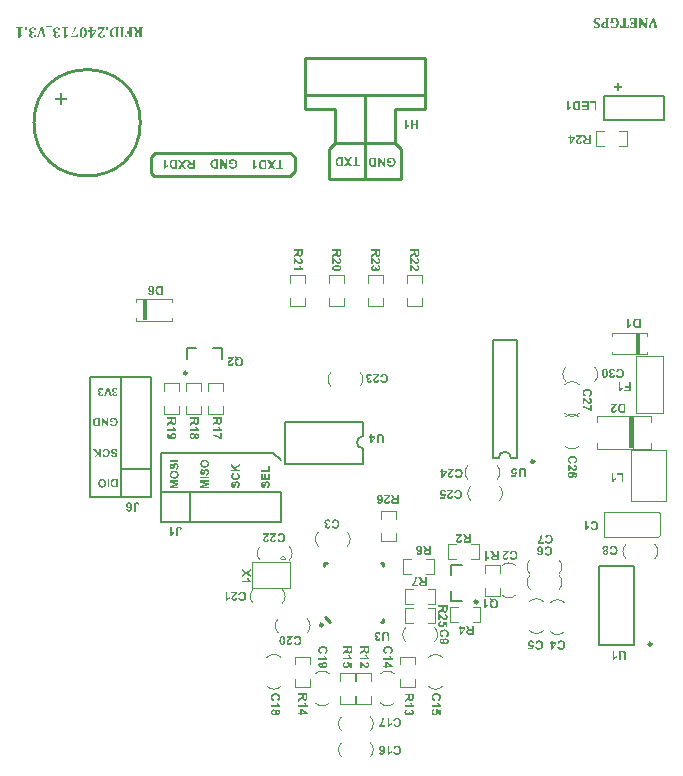
<source format=gto>
G04*
G04 #@! TF.GenerationSoftware,Altium Limited,Altium Designer,21.0.8 (223)*
G04*
G04 Layer_Color=65535*
%FSTAX24Y24*%
%MOIN*%
G70*
G04*
G04 #@! TF.SameCoordinates,EFB7B91B-664B-4525-AB40-38F40083A00E*
G04*
G04*
G04 #@! TF.FilePolarity,Positive*
G04*
G01*
G75*
%ADD10C,0.0100*%
%ADD11C,0.0039*%
%ADD12C,0.0098*%
%ADD13C,0.0079*%
%ADD14C,0.0070*%
%ADD15C,0.0070*%
%ADD16C,0.0050*%
%ADD17R,0.0140X0.1100*%
%ADD18R,0.0180X0.0690*%
G36*
X015268Y047107D02*
X015439D01*
Y047035D01*
X015268D01*
Y046862D01*
X015195D01*
Y047035D01*
X015024D01*
Y047107D01*
X015195D01*
Y047278D01*
X015268D01*
Y047107D01*
D02*
G37*
G36*
X033698Y049779D02*
X033703D01*
X033709Y049778D01*
X033716Y049777D01*
X033723Y049776D01*
X033732Y049774D01*
X03374Y049772D01*
X033748Y049769D01*
X033758Y049766D01*
X033766Y049762D01*
X033775Y049757D01*
X033783Y049752D01*
X033791Y049745D01*
X033798Y049738D01*
X033799Y049737D01*
X0338Y049736D01*
X033801Y049734D01*
X033804Y04973D01*
X033806Y049725D01*
X033809Y04972D01*
X033812Y049714D01*
X033816Y049706D01*
X033819Y049698D01*
X033822Y049688D01*
X033825Y049678D01*
X033828Y049667D01*
X03383Y049654D01*
X033831Y049641D01*
X033833Y049627D01*
X033833Y049611D01*
Y049611D01*
Y049609D01*
Y049607D01*
Y049604D01*
X033833Y0496D01*
Y049596D01*
X033832Y04959D01*
X033831Y049585D01*
X03383Y049573D01*
X033828Y049559D01*
X033825Y049546D01*
X033821Y049533D01*
Y049532D01*
X03382Y049531D01*
X033819Y049529D01*
X033818Y049527D01*
X033816Y049521D01*
X033811Y049513D01*
X033806Y049504D01*
X033801Y049495D01*
X033794Y049486D01*
X033786Y049478D01*
X033785Y049476D01*
X033782Y049474D01*
X033777Y04947D01*
X033771Y049466D01*
X033764Y049461D01*
X033756Y049455D01*
X033746Y049451D01*
X033736Y049446D01*
X033735D01*
X033735Y049446D01*
X033733Y049445D01*
X033731Y049445D01*
X033725Y049443D01*
X033718Y049442D01*
X033709Y04944D01*
X033699Y049438D01*
X033688Y049437D01*
X033676Y049437D01*
X033667D01*
X033662Y049437D01*
X033657D01*
X03365Y049438D01*
X033644Y049438D01*
X033628Y04944D01*
X033612Y049442D01*
X033594Y049445D01*
X033578Y04945D01*
Y04952D01*
X033611D01*
Y049519D01*
X033612Y049516D01*
X033613Y049513D01*
X033615Y049508D01*
X033619Y049497D01*
X033621Y049492D01*
X033624Y049488D01*
X033624Y049487D01*
X033625Y049486D01*
X033627Y049484D01*
X033629Y049481D01*
X033635Y049476D01*
X033638Y049473D01*
X033642Y049471D01*
X033643D01*
X033645Y04947D01*
X033647Y049469D01*
X033651Y049468D01*
X033655Y049467D01*
X03366Y049467D01*
X033665Y049466D01*
X033676D01*
X033681Y049466D01*
X033686Y049467D01*
X033693Y049469D01*
X0337Y049472D01*
X033708Y049475D01*
X033715Y04948D01*
X033716Y049481D01*
X033718Y049483D01*
X033722Y049487D01*
X033725Y049492D01*
X03373Y049498D01*
X033735Y049507D01*
X03374Y049516D01*
X033745Y049528D01*
Y049528D01*
X033745Y049529D01*
X033746Y049531D01*
X033746Y049534D01*
X033747Y049537D01*
X033748Y049541D01*
X033749Y049545D01*
X03375Y04955D01*
X033751Y049556D01*
X033752Y049562D01*
X033753Y049576D01*
X033754Y049592D01*
X033755Y04961D01*
Y049611D01*
Y049612D01*
Y049615D01*
Y049617D01*
Y049621D01*
X033754Y049626D01*
X033754Y049636D01*
X033753Y049647D01*
X033752Y04966D01*
X03375Y049673D01*
X033748Y049685D01*
Y049686D01*
X033747Y049686D01*
Y049688D01*
X033747Y04969D01*
X033745Y049696D01*
X033742Y049703D01*
X033739Y049711D01*
X033736Y049719D01*
X033731Y049727D01*
X033726Y049734D01*
X033725Y049734D01*
X033723Y049736D01*
X03372Y049739D01*
X033716Y049742D01*
X03371Y049746D01*
X033704Y049748D01*
X033697Y049751D01*
X033689Y049751D01*
X033686D01*
X033682Y049751D01*
X033677Y049749D01*
X033672Y049748D01*
X033667Y049746D01*
X033662Y049743D01*
X033657Y049739D01*
X033657Y049738D01*
X033656Y049736D01*
X033654Y049733D01*
X033652Y049728D01*
X03365Y049723D01*
X033649Y049716D01*
X033647Y049707D01*
X033647Y049697D01*
Y049688D01*
Y049687D01*
Y049685D01*
Y049681D01*
Y049677D01*
X033647Y049669D01*
Y049665D01*
X033648Y049662D01*
Y049661D01*
Y049661D01*
X033649Y049657D01*
X03365Y049653D01*
X033652Y04965D01*
X033652Y049649D01*
X033653Y049647D01*
X033656Y049645D01*
X033659Y049643D01*
X033659Y049642D01*
X033662Y049641D01*
X033664Y04964D01*
X033667Y049639D01*
X033669Y049638D01*
X033673Y049637D01*
Y049621D01*
X033547D01*
Y049637D01*
X033548D01*
X03355Y049638D01*
X033552Y049639D01*
X033554Y04964D01*
X03356Y049642D01*
X033562Y049644D01*
X033564Y049646D01*
X033565Y049646D01*
X033567Y049649D01*
X033569Y049653D01*
X03357Y049658D01*
Y049659D01*
Y04966D01*
X033571Y049662D01*
Y049664D01*
X033572Y049667D01*
Y04967D01*
X033572Y049675D01*
Y04968D01*
Y049772D01*
X033607Y049779D01*
X033624Y049762D01*
X033624D01*
X033625Y049763D01*
X033627Y049764D01*
X033629Y049765D01*
X033632Y049766D01*
X033635Y049768D01*
X033644Y049771D01*
X033653Y049774D01*
X033665Y049777D01*
X033677Y049779D01*
X033691Y04978D01*
X033694D01*
X033698Y049779D01*
D02*
G37*
G36*
X033117D02*
X033125D01*
X033134Y049778D01*
X033143Y049778D01*
X033153Y049777D01*
X033154D01*
X033158Y049776D01*
X033163Y049776D01*
X03317Y049775D01*
X033177Y049774D01*
X033186Y049772D01*
X033204Y049769D01*
Y049693D01*
X03317D01*
Y049694D01*
X03317Y049694D01*
Y049696D01*
X033169Y049698D01*
X033167Y049703D01*
X033165Y04971D01*
X033163Y049717D01*
X033159Y049724D01*
X033155Y049731D01*
X03315Y049737D01*
X033149Y049737D01*
X033147Y049739D01*
X033144Y049741D01*
X033139Y049744D01*
X033133Y049747D01*
X033126Y049749D01*
X033117Y049751D01*
X033107Y049751D01*
X033105D01*
X033103Y049751D01*
X033099D01*
X033091Y049749D01*
X033082Y049746D01*
X033081D01*
X03308Y049745D01*
X033078Y049744D01*
X033075Y049742D01*
X033069Y049737D01*
X033066Y049734D01*
X033063Y04973D01*
X033063Y04973D01*
X033062Y049728D01*
X033061Y049726D01*
X033059Y049723D01*
X033058Y049719D01*
X033057Y049714D01*
X033057Y049709D01*
X033056Y049703D01*
Y049703D01*
Y0497D01*
X033057Y049698D01*
Y049694D01*
X033059Y049686D01*
X03306Y049681D01*
X033062Y049677D01*
Y049676D01*
X033063Y049675D01*
X033064Y049673D01*
X033066Y04967D01*
X033069Y049667D01*
X033072Y049663D01*
X033076Y049659D01*
X03308Y049656D01*
X033081Y049655D01*
X033082Y049654D01*
X033085Y049652D01*
X033089Y049649D01*
X033094Y049646D01*
X0331Y049642D01*
X033107Y049638D01*
X033115Y049634D01*
X033116Y049634D01*
X033118Y049633D01*
X033122Y04963D01*
X033126Y049628D01*
X033131Y049625D01*
X033137Y049622D01*
X033149Y049614D01*
X03315Y049614D01*
X033152Y049612D01*
X033155Y04961D01*
X033158Y049608D01*
X033163Y049604D01*
X033167Y0496D01*
X033176Y049592D01*
X033176Y049591D01*
X033177Y04959D01*
X033179Y049587D01*
X033182Y049584D01*
X033184Y04958D01*
X033187Y049575D01*
X033193Y049564D01*
Y049564D01*
X033194Y049562D01*
X033194Y049559D01*
X033195Y049555D01*
X033196Y04955D01*
X033198Y049544D01*
X033198Y049538D01*
X033199Y049531D01*
Y049531D01*
Y04953D01*
Y049528D01*
Y049526D01*
X033198Y049521D01*
X033197Y049514D01*
X033195Y049505D01*
X033193Y049497D01*
X033189Y049488D01*
X033184Y04948D01*
X033183Y049479D01*
X033181Y049476D01*
X033177Y049473D01*
X033173Y049468D01*
X033166Y049462D01*
X033159Y049457D01*
X033151Y049452D01*
X033141Y049448D01*
X03314D01*
X03314Y049447D01*
X033138Y049446D01*
X033136Y049446D01*
X033133Y049445D01*
X03313Y049444D01*
X033122Y049442D01*
X033112Y04944D01*
X033101Y049438D01*
X033088Y049437D01*
X033075Y049437D01*
X033066D01*
X033061Y049437D01*
X033055D01*
X033048Y049438D01*
X033033Y049439D01*
X033032D01*
X033029Y04944D01*
X033026Y04944D01*
X03302Y049441D01*
X033013Y049442D01*
X033005Y049444D01*
X032997Y049445D01*
X032988Y049448D01*
Y049519D01*
X033021D01*
Y049517D01*
X033022Y049515D01*
X033023Y049512D01*
X033024Y049508D01*
X033028Y049498D01*
X03303Y049492D01*
X033033Y049488D01*
X033034Y049487D01*
X033034Y049486D01*
X033036Y049484D01*
X033038Y049481D01*
X033044Y049476D01*
X033047Y049473D01*
X033051Y049471D01*
X033052D01*
X033053Y04947D01*
X033056Y049469D01*
X033059Y049468D01*
X033063Y049467D01*
X033067Y049467D01*
X033072Y049466D01*
X033083D01*
X033087Y049466D01*
X033095Y049468D01*
X033104Y04947D01*
X033104D01*
X033105Y049472D01*
X033107Y049473D01*
X03311Y049474D01*
X033116Y049479D01*
X033121Y049485D01*
Y049486D01*
X033122Y049487D01*
X033123Y049489D01*
X033124Y049492D01*
X033125Y049495D01*
X033126Y049499D01*
X033127Y049504D01*
X033127Y049509D01*
Y049509D01*
Y049511D01*
X033127Y049514D01*
Y049517D01*
X033125Y049525D01*
X033122Y049533D01*
X033121Y049534D01*
X033121Y049535D01*
X033119Y049537D01*
X033117Y04954D01*
X033115Y049543D01*
X033112Y049546D01*
X033108Y04955D01*
X033104Y049553D01*
X033103Y049554D01*
X033101Y049555D01*
X033098Y049557D01*
X033094Y04956D01*
X033088Y049563D01*
X033082Y049567D01*
X033074Y049571D01*
X033065Y049576D01*
X033065D01*
X033064Y049577D01*
X033063Y049578D01*
X03306Y049579D01*
X033055Y049582D01*
X033048Y049586D01*
X033041Y049591D01*
X033033Y049596D01*
X033025Y049602D01*
X033018Y049608D01*
X033017Y049608D01*
X033015Y04961D01*
X033012Y049613D01*
X033008Y049617D01*
X033004Y049622D01*
X033Y049628D01*
X032995Y049634D01*
X032992Y04964D01*
X032992Y049641D01*
X032991Y049644D01*
X032989Y049647D01*
X032988Y049652D01*
X032987Y049658D01*
X032985Y049665D01*
X032985Y049673D01*
X032984Y049681D01*
Y049682D01*
Y049682D01*
Y049684D01*
Y049686D01*
X032985Y049692D01*
X032986Y049699D01*
X032987Y049707D01*
X03299Y049717D01*
X032993Y049725D01*
X032998Y049734D01*
X032999Y049735D01*
X033001Y049738D01*
X033004Y049742D01*
X033009Y049747D01*
X033014Y049752D01*
X033021Y049758D01*
X033029Y049763D01*
X033039Y049768D01*
X03304D01*
X03304Y049769D01*
X033042Y049769D01*
X033044Y04977D01*
X03305Y049772D01*
X033057Y049774D01*
X033066Y049776D01*
X033076Y049778D01*
X033088Y049779D01*
X033101Y04978D01*
X03311D01*
X033117Y049779D01*
D02*
G37*
G36*
X033509Y04976D02*
X033509D01*
X033508Y049759D01*
X033504Y049758D01*
X033499Y049757D01*
X033495Y049754D01*
X033494Y049754D01*
X033492Y049752D01*
X03349Y04975D01*
X033487Y049747D01*
X033487Y049746D01*
X033486Y049743D01*
X033485Y049739D01*
X033484Y049734D01*
Y049734D01*
Y049733D01*
X033484Y049731D01*
Y049729D01*
X033483Y049722D01*
Y049715D01*
Y049503D01*
Y049502D01*
Y049501D01*
Y049499D01*
Y049496D01*
Y04949D01*
X033484Y049484D01*
Y049483D01*
Y049482D01*
X033484Y049479D01*
X033485Y049475D01*
X033487Y04947D01*
X033487Y049469D01*
X033489Y049468D01*
X033491Y049465D01*
X033495Y049463D01*
X033496Y049462D01*
X033499Y049461D01*
X033503Y049459D01*
X033509Y049457D01*
Y049441D01*
X033361D01*
X033356Y049442D01*
X033351D01*
X033345Y049442D01*
X033339Y049443D01*
X033332Y049444D01*
X033317Y049446D01*
X033301Y04945D01*
X033287Y049456D01*
X03328Y04946D01*
X033274Y049463D01*
X033273D01*
X033273Y049464D01*
X033271Y049466D01*
X033269Y049468D01*
X033264Y049473D01*
X033258Y04948D01*
X033255Y049485D01*
X033253Y04949D01*
X03325Y049495D01*
X033248Y049502D01*
X033246Y049508D01*
X033244Y049515D01*
X033243Y049523D01*
X033243Y049532D01*
Y049532D01*
Y049533D01*
Y049535D01*
Y049537D01*
X033243Y049543D01*
X033244Y049551D01*
X033247Y049559D01*
X033249Y049569D01*
X033253Y049579D01*
X033258Y049588D01*
X033258Y04959D01*
X03326Y049592D01*
X033264Y049597D01*
X033268Y049602D01*
X033274Y049608D01*
X033281Y049614D01*
X03329Y04962D01*
X0333Y049625D01*
X0333D01*
X033301Y049626D01*
X033302Y049626D01*
X033305Y049627D01*
X033307Y049628D01*
X033311Y049629D01*
X033318Y049631D01*
X033328Y049633D01*
X03334Y049635D01*
X033353Y049636D01*
X033368Y049637D01*
X033382D01*
X033388Y049636D01*
X033401D01*
X033407Y049636D01*
Y049715D01*
Y049715D01*
Y049717D01*
Y04972D01*
Y049723D01*
X033407Y049731D01*
Y049735D01*
X033406Y049737D01*
X033406Y049739D01*
X033405Y049741D01*
X033403Y049745D01*
X033402Y049748D01*
X033401Y049749D01*
X0334Y049751D01*
X033397Y049753D01*
X033394Y049755D01*
X033393Y049756D01*
X03339Y049757D01*
X033388Y049757D01*
X033385Y049758D01*
X033381Y049759D01*
X033377Y04976D01*
Y049776D01*
X033509D01*
Y04976D01*
D02*
G37*
G36*
X034447D02*
X034446D01*
X034445Y049759D01*
X034442Y049758D01*
X034437Y049757D01*
X034433Y049754D01*
X034431Y049754D01*
X034429Y049752D01*
X034427Y04975D01*
X034425Y049747D01*
X034424Y049746D01*
X034423Y049743D01*
X034422Y049739D01*
X034422Y049734D01*
Y049734D01*
Y049733D01*
X034421Y049731D01*
Y049729D01*
X034421Y049722D01*
Y049715D01*
Y049503D01*
Y049502D01*
Y049501D01*
Y049499D01*
Y049496D01*
Y04949D01*
X034421Y049484D01*
Y049483D01*
Y049482D01*
X034422Y049479D01*
X034423Y049475D01*
X034424Y04947D01*
X034425Y049469D01*
X034427Y049468D01*
X034429Y049465D01*
X034433Y049463D01*
X034434Y049462D01*
X034436Y049461D01*
X034441Y049459D01*
X034447Y049457D01*
Y049441D01*
X034203D01*
Y049519D01*
X034237D01*
Y049519D01*
X034238Y049518D01*
X034238Y049515D01*
X03424Y049511D01*
X034242Y049507D01*
X034246Y049496D01*
X034249Y049491D01*
X034251Y049487D01*
Y049487D01*
X034252Y049486D01*
X034255Y049482D01*
X034259Y049479D01*
X034264Y049474D01*
X034265D01*
X034266Y049474D01*
X034268Y049473D01*
X03427Y049472D01*
X034274Y049471D01*
X034279Y04947D01*
X034285Y049469D01*
X034345D01*
Y049587D01*
X034308D01*
X034306Y049587D01*
X0343Y049586D01*
X034296Y049585D01*
X034295D01*
X034294Y049584D01*
X034292Y049582D01*
X034288Y049579D01*
X034285Y049574D01*
Y049574D01*
X034285Y049573D01*
X034284Y049571D01*
X034282Y049569D01*
X034281Y049566D01*
X03428Y049562D01*
X034279Y049557D01*
X034278Y049552D01*
X03425D01*
Y049652D01*
X034278D01*
Y049651D01*
X034278Y04965D01*
X034279Y049647D01*
X03428Y049644D01*
X034282Y049636D01*
X034284Y049633D01*
X034285Y04963D01*
Y049629D01*
X034286Y049629D01*
X034288Y049626D01*
X034291Y049622D01*
X034295Y04962D01*
X034296Y049619D01*
X034299Y049618D01*
X034302Y049617D01*
X034304Y049617D01*
X034308Y049616D01*
X034345D01*
Y049747D01*
X034286D01*
X034281Y049747D01*
X034277Y049746D01*
X034276D01*
X034273Y049745D01*
X03427Y049744D01*
X034267Y049742D01*
X034265Y049742D01*
X034263Y04974D01*
X034261Y049738D01*
X034257Y049735D01*
X034257Y049734D01*
X034255Y049732D01*
X034252Y049729D01*
X03425Y049725D01*
X034249Y049724D01*
X034247Y049721D01*
X034245Y049717D01*
X034243Y049711D01*
Y04971D01*
X034242Y049709D01*
X034241Y049707D01*
X03424Y049704D01*
X034239Y049701D01*
X034238Y049697D01*
X034236Y049692D01*
X034234Y049686D01*
X034201D01*
X034205Y049776D01*
X034447D01*
Y04976D01*
D02*
G37*
G36*
X03479D02*
X034789D01*
X034788Y049759D01*
X034786Y049759D01*
X034784Y049758D01*
X03478Y049757D01*
X034775Y049754D01*
X034774Y049754D01*
X034772Y049752D01*
X034769Y04975D01*
X034767Y049747D01*
X034767Y049746D01*
X034766Y049743D01*
X034765Y049739D01*
X034764Y049734D01*
Y049733D01*
Y049732D01*
Y04973D01*
X034763Y049728D01*
Y049722D01*
Y049715D01*
Y049502D01*
Y049501D01*
Y049499D01*
Y049496D01*
Y049492D01*
X034764Y049484D01*
X034765Y04948D01*
X034765Y049477D01*
Y049476D01*
Y049476D01*
X034766Y049473D01*
X034768Y049469D01*
X034772Y049466D01*
X034773Y049464D01*
X034774Y049464D01*
X034775Y049463D01*
X034778Y049461D01*
X034781Y04946D01*
X034785Y049458D01*
X03479Y049457D01*
Y049441D01*
X03469D01*
X034603Y049592D01*
X034602Y049592D01*
X034601Y049594D01*
X0346Y049598D01*
X034597Y049602D01*
X034595Y049608D01*
X034591Y049614D01*
X034587Y049622D01*
X034582Y04963D01*
X034582Y049632D01*
X03458Y049634D01*
X034577Y049639D01*
X034575Y049645D01*
X034571Y049652D01*
X034567Y04966D01*
X034559Y049676D01*
X034555D01*
Y049676D01*
Y049674D01*
Y04967D01*
X034555Y049666D01*
Y049661D01*
X034556Y049654D01*
Y049646D01*
Y049638D01*
X034557Y049629D01*
Y049619D01*
X034557Y049609D01*
Y049597D01*
X034558Y049574D01*
Y049548D01*
Y049503D01*
Y049502D01*
Y0495D01*
Y049497D01*
Y049493D01*
X034558Y049486D01*
X034559Y049482D01*
X034559Y049479D01*
Y049479D01*
Y049478D01*
X03456Y049475D01*
X034561Y049472D01*
X034563Y049469D01*
X034564Y049468D01*
X034565Y049467D01*
X034567Y049464D01*
X03457Y049463D01*
X03457Y049462D01*
X034573Y049461D01*
X034577Y049459D01*
X034584Y049457D01*
Y049441D01*
X034491D01*
Y049457D01*
X034492D01*
X034493Y049457D01*
X034494Y049458D01*
X034496Y049458D01*
X034501Y049461D01*
X034505Y049462D01*
X034506Y049463D01*
X034507Y049464D01*
X03451Y049466D01*
X034512Y049468D01*
X034512Y049469D01*
X034513Y049471D01*
X034514Y049475D01*
X034516Y04948D01*
Y04948D01*
Y049481D01*
X034517Y049483D01*
Y049485D01*
X034517Y049489D01*
Y049492D01*
X034518Y049497D01*
Y049503D01*
Y049776D01*
X03458D01*
X03469Y049585D01*
Y049585D01*
X034691Y049584D01*
X034692Y049581D01*
X034694Y049579D01*
X034696Y049575D01*
X034698Y049571D01*
X034703Y049563D01*
X034708Y049553D01*
X034714Y049543D01*
X034719Y049533D01*
X034724Y049524D01*
X034726D01*
Y049525D01*
Y049526D01*
Y049529D01*
X034725Y049533D01*
Y049538D01*
X034725Y049544D01*
Y04955D01*
X034724Y049558D01*
Y049566D01*
Y049574D01*
X034724Y049593D01*
X034723Y049614D01*
Y049635D01*
Y049715D01*
Y049715D01*
Y049717D01*
Y049721D01*
Y049725D01*
X034722Y049734D01*
X034722Y049737D01*
X034721Y049741D01*
Y049741D01*
X034721Y049742D01*
X03472Y049745D01*
X034718Y049748D01*
X034715Y049752D01*
X034714Y049753D01*
X034713Y049754D01*
X03471Y049755D01*
X034708Y049756D01*
X034705Y049757D01*
X034701Y049759D01*
X034697Y04976D01*
Y049776D01*
X03479D01*
Y04976D01*
D02*
G37*
G36*
X034087D02*
X034086D01*
X034085Y049759D01*
X034083D01*
X034081Y049759D01*
X034075Y049757D01*
X034071Y049756D01*
X03407D01*
X034069Y049755D01*
X034067Y049753D01*
X034065Y049751D01*
X034062Y049747D01*
X034061Y049746D01*
X03406Y049743D01*
X034059Y04974D01*
X034058Y049734D01*
Y049734D01*
Y049733D01*
Y049731D01*
X034057Y049729D01*
Y049722D01*
Y049715D01*
Y049469D01*
X034082D01*
X034085Y04947D01*
X034093Y049471D01*
X034097Y049472D01*
X0341Y049473D01*
X034101D01*
X034101Y049474D01*
X034104Y049476D01*
X034109Y049479D01*
X034114Y049484D01*
Y049485D01*
X034115Y049485D01*
X034116Y049487D01*
X034117Y049489D01*
X034119Y049492D01*
X03412Y049496D01*
X034122Y049499D01*
X034124Y049504D01*
Y049504D01*
X034124Y049506D01*
X034125Y049508D01*
X034126Y049511D01*
X034128Y049519D01*
X03413Y049527D01*
X034164D01*
Y049441D01*
X033875D01*
Y049527D01*
X033908D01*
Y049526D01*
X033909Y049524D01*
X03391Y049521D01*
X033911Y049517D01*
X033914Y04951D01*
X033915Y049506D01*
X033916Y049503D01*
Y049502D01*
X033917Y049501D01*
X033918Y049498D01*
X03392Y049493D01*
X033922Y049489D01*
X033923Y049488D01*
X033924Y049486D01*
X033926Y049483D01*
X033929Y04948D01*
X03393Y049479D01*
X033931Y049478D01*
X033934Y049475D01*
X033937Y049474D01*
X033937Y049473D01*
X03394Y049473D01*
X033943Y049472D01*
X033947Y04947D01*
X033948D01*
X033952Y04947D01*
X033956Y049469D01*
X033981D01*
Y049715D01*
Y049715D01*
Y049717D01*
Y049719D01*
Y049722D01*
Y049728D01*
X03398Y049734D01*
Y049735D01*
X03398Y049738D01*
X033979Y049741D01*
X033978Y049745D01*
X033977Y049746D01*
X033976Y049747D01*
X033973Y049752D01*
X033972Y049752D01*
X033971Y049753D01*
X033968Y049755D01*
X033965Y049757D01*
X033964Y049757D01*
X033961Y049758D01*
X033958Y049759D01*
X033952Y04976D01*
Y049776D01*
X034087D01*
Y04976D01*
D02*
G37*
G36*
X035091Y049503D02*
Y049502D01*
X035092Y049499D01*
X035093Y049496D01*
X035094Y049492D01*
X035097Y049484D01*
X035099Y04948D01*
X0351Y049476D01*
Y049476D01*
X035101Y049475D01*
X035103Y049472D01*
X035106Y049468D01*
X03511Y049464D01*
X035111Y049463D01*
X035114Y049461D01*
X035119Y049459D01*
X035126Y049457D01*
Y049441D01*
X03499D01*
Y049457D01*
X034991D01*
X034992Y049457D01*
X034994D01*
X034997Y049458D01*
X035004Y049461D01*
X035006Y049462D01*
X035009Y049464D01*
X03501Y049466D01*
X035012Y049468D01*
X035014Y049473D01*
X035015Y049476D01*
X035015Y04948D01*
Y049481D01*
Y049481D01*
Y049483D01*
Y049485D01*
X035015Y04949D01*
X035014Y049496D01*
Y049497D01*
X035014Y049498D01*
Y049499D01*
X035012Y049502D01*
X035012Y049505D01*
X035011Y04951D01*
X035009Y049515D01*
X035008Y049521D01*
X034959Y049697D01*
X034898Y049521D01*
Y049521D01*
X034898Y04952D01*
X034897Y049517D01*
X034896Y049515D01*
X034894Y049509D01*
X034893Y049502D01*
Y049502D01*
X034892Y049501D01*
Y049499D01*
X034892Y049496D01*
X034891Y04949D01*
X034891Y049483D01*
Y049482D01*
Y049481D01*
X034891Y049479D01*
Y049476D01*
X034893Y04947D01*
X034895Y049467D01*
X034897Y049464D01*
Y049464D01*
X034898Y049463D01*
X0349Y049462D01*
X034902Y049461D01*
X034904Y04946D01*
X034908Y049458D01*
X034912Y049457D01*
X034916Y049457D01*
Y049441D01*
X03481D01*
Y049457D01*
X034811D01*
X034812Y049457D01*
X034814D01*
X034816Y049458D01*
X034821Y04946D01*
X034826Y049463D01*
X034827D01*
X034827Y049464D01*
X03483Y049467D01*
X034834Y04947D01*
X034838Y049476D01*
Y049477D01*
X034839Y049478D01*
X03484Y04948D01*
X034842Y049483D01*
X034843Y049487D01*
X034845Y049491D01*
X034848Y049497D01*
X03485Y049504D01*
X034953Y049777D01*
X03501D01*
X035091Y049503D01*
D02*
G37*
G36*
X03385Y04752D02*
X033949D01*
Y047452D01*
X03385D01*
Y047354D01*
X033784D01*
Y047452D01*
X033685D01*
Y04752D01*
X033784D01*
Y047618D01*
X03385D01*
Y04752D01*
D02*
G37*
G36*
X020031Y035054D02*
X020035D01*
X020041Y035053D01*
X020047Y035052D01*
X020055Y035051D01*
X020063Y03505D01*
X020071Y035048D01*
X02008Y035045D01*
X020089Y035042D01*
X020098Y035039D01*
X020106Y035035D01*
X020114Y035029D01*
X020122Y035024D01*
X02013Y035017D01*
X02013Y035017D01*
X020132Y035016D01*
X020134Y035014D01*
X020136Y035011D01*
X020139Y035007D01*
X020142Y035003D01*
X020145Y034997D01*
X020149Y034992D01*
X020153Y034985D01*
X020156Y034978D01*
X020159Y03497D01*
X020162Y034961D01*
X020164Y034952D01*
X020166Y034942D01*
X020167Y034931D01*
X020168Y03492D01*
Y034917D01*
X020167Y034914D01*
X020167Y03491D01*
X020167Y034905D01*
X020166Y034899D01*
X020165Y034892D01*
X020163Y034885D01*
X020161Y034877D01*
X020159Y034869D01*
X020155Y034861D01*
X020152Y034853D01*
X020148Y034844D01*
X020142Y034837D01*
X020137Y034829D01*
X02013Y034822D01*
X02013Y034821D01*
X020128Y03482D01*
X020126Y034818D01*
X020123Y034816D01*
X020119Y034813D01*
X020114Y03481D01*
X020109Y034807D01*
X020103Y034804D01*
X020096Y0348D01*
X020088Y034797D01*
X02008Y034794D01*
X02007Y034791D01*
X02006Y034788D01*
X020049Y034787D01*
X020038Y034786D01*
X020026Y034785D01*
X020025D01*
X020024D01*
X020022D01*
X020019Y034786D01*
X020015D01*
X020011Y034786D01*
X020006Y034786D01*
X020001Y034787D01*
X01999Y034788D01*
X019978Y03479D01*
X019966Y034794D01*
X019954Y034798D01*
X019954D01*
X019954Y034798D01*
X019952Y034799D01*
X019951Y034799D01*
X019947Y034802D01*
X019942Y034804D01*
X019936Y034808D01*
X01993Y034812D01*
X019923Y034818D01*
X019916Y034823D01*
X019916Y034824D01*
X019916Y034824D01*
X019914Y034826D01*
X01991Y03483D01*
X019907Y034834D01*
X019903Y034839D01*
X019898Y034845D01*
X019894Y034852D01*
X019891Y034859D01*
Y03486D01*
X019891Y034861D01*
X01989Y034862D01*
X019889Y034864D01*
X019888Y034867D01*
X019887Y034869D01*
X019887Y034873D01*
X019885Y034877D01*
X019883Y034885D01*
X019881Y034895D01*
X01988Y034907D01*
X01988Y034919D01*
Y034922D01*
X01988Y034925D01*
Y034929D01*
X019881Y034934D01*
X019882Y03494D01*
X019883Y034947D01*
X019885Y034954D01*
X019887Y034962D01*
X019889Y03497D01*
X019892Y034978D01*
X019896Y034987D01*
X0199Y034995D01*
X019906Y035003D01*
X019912Y03501D01*
X019918Y035017D01*
X019919Y035018D01*
X01992Y035019D01*
X019922Y035021D01*
X019925Y035023D01*
X019929Y035026D01*
X019934Y035029D01*
X01994Y035032D01*
X019946Y035036D01*
X019953Y035039D01*
X019961Y035043D01*
X01997Y035046D01*
X019979Y035049D01*
X019989Y035051D01*
X02Y035053D01*
X020012Y035054D01*
X020024Y035054D01*
X020025D01*
X020027D01*
X020031Y035054D01*
D02*
G37*
G36*
X020088Y034749D02*
X020091Y034748D01*
X020096Y034748D01*
X020104Y034746D01*
X020111Y034743D01*
X020119Y03474D01*
X020127Y034735D01*
X020127D01*
X020128Y034735D01*
X02013Y034733D01*
X020134Y03473D01*
X020138Y034726D01*
X020144Y034721D01*
X020149Y034714D01*
X020153Y034707D01*
X020158Y034698D01*
Y034697D01*
X020158Y034697D01*
X020159Y034695D01*
X020159Y034693D01*
X02016Y034691D01*
X020161Y034688D01*
X020162Y034685D01*
X020163Y034681D01*
X020164Y034677D01*
X020165Y034673D01*
X020166Y034662D01*
X020167Y03465D01*
X020168Y034638D01*
Y034632D01*
X020167Y034629D01*
X020167Y034624D01*
X020167Y03462D01*
X020166Y034614D01*
X020165Y034608D01*
X020162Y034595D01*
X02016Y034588D01*
X020158Y034581D01*
X020155Y034575D01*
X020152Y034568D01*
X020148Y034562D01*
X020144Y034557D01*
X020143Y034556D01*
X020142Y034555D01*
X020141Y034554D01*
X020139Y034552D01*
X020136Y03455D01*
X020133Y034547D01*
X02013Y034545D01*
X020126Y034542D01*
X020121Y034539D01*
X020116Y034536D01*
X02011Y034533D01*
X020103Y034531D01*
X020096Y034529D01*
X020089Y034526D01*
X020081Y034525D01*
X020072Y034523D01*
X020067Y034578D01*
X020068D01*
X020068Y034578D01*
X02007D01*
X020072Y034579D01*
X020076Y03458D01*
X020082Y034582D01*
X020089Y034585D01*
X020096Y034588D01*
X020102Y034592D01*
X020108Y034598D01*
X020108Y034598D01*
X02011Y0346D01*
X020112Y034604D01*
X020114Y034608D01*
X020116Y034614D01*
X020118Y034621D01*
X02012Y034629D01*
X02012Y034638D01*
Y034643D01*
X02012Y034648D01*
X020119Y034654D01*
X020118Y03466D01*
X020116Y034667D01*
X020113Y034673D01*
X020109Y034679D01*
X020109Y03468D01*
X020107Y034681D01*
X020105Y034683D01*
X020102Y034686D01*
X020098Y034689D01*
X020093Y034691D01*
X020088Y034693D01*
X020082Y034693D01*
X020082D01*
X020081D01*
X020079Y034693D01*
X020076Y034692D01*
X020074Y034691D01*
X020071Y034691D01*
X020068Y034689D01*
X020066Y034687D01*
X020065Y034687D01*
X020064Y034686D01*
X020063Y034685D01*
X020061Y034683D01*
X020059Y03468D01*
X020057Y034676D01*
X020055Y034672D01*
X020053Y034667D01*
Y034667D01*
X020053Y034665D01*
X020052Y034662D01*
X020051Y03466D01*
X020051Y034658D01*
X02005Y034655D01*
X020049Y034652D01*
X020048Y034648D01*
X020047Y034644D01*
X020045Y034639D01*
X020044Y034634D01*
X020043Y034628D01*
X020041Y034622D01*
Y034622D01*
X020041Y03462D01*
X02004Y034618D01*
X020039Y034615D01*
X020038Y034611D01*
X020037Y034607D01*
X020035Y034602D01*
X020033Y034597D01*
X020029Y034587D01*
X020025Y034577D01*
X020022Y034571D01*
X020019Y034567D01*
X020017Y034563D01*
X020014Y034559D01*
X020013Y034559D01*
X020013Y034558D01*
X020011Y034557D01*
X02001Y034555D01*
X020007Y034553D01*
X020005Y034551D01*
X020002Y034549D01*
X019998Y034547D01*
X01999Y034542D01*
X01998Y034538D01*
X019975Y034536D01*
X01997Y034535D01*
X019964Y034534D01*
X019958Y034534D01*
X019957D01*
X019957D01*
X019956D01*
X019954D01*
X01995Y034535D01*
X019945Y034535D01*
X019939Y034537D01*
X019932Y034539D01*
X019925Y034541D01*
X019918Y034545D01*
X019918D01*
X019917Y034546D01*
X019915Y034548D01*
X019912Y03455D01*
X019908Y034554D01*
X019903Y034559D01*
X019898Y034565D01*
X019894Y034572D01*
X01989Y03458D01*
Y03458D01*
X019889Y034581D01*
X019889Y034582D01*
X019888Y034584D01*
X019887Y034586D01*
X019887Y034589D01*
X019886Y034592D01*
X019885Y034596D01*
X019883Y034604D01*
X019881Y034613D01*
X01988Y034623D01*
X01988Y034635D01*
Y03464D01*
X01988Y034643D01*
X019881Y034648D01*
X019881Y034653D01*
X019882Y034658D01*
X019883Y034664D01*
X019885Y034677D01*
X019887Y034683D01*
X019889Y03469D01*
X019892Y034696D01*
X019895Y034702D01*
X019899Y034708D01*
X019903Y034713D01*
X019904Y034713D01*
X019904Y034714D01*
X019906Y034715D01*
X019907Y034717D01*
X01991Y034719D01*
X019912Y034721D01*
X019916Y034724D01*
X019919Y034727D01*
X019924Y034729D01*
X019928Y034731D01*
X019933Y034734D01*
X019939Y034736D01*
X019944Y034738D01*
X019951Y034739D01*
X019957Y034741D01*
X019964Y034741D01*
X019966Y034685D01*
X019966D01*
X019966D01*
X019963Y034684D01*
X019959Y034683D01*
X019955Y034682D01*
X01995Y03468D01*
X019945Y034677D01*
X01994Y034673D01*
X019936Y034669D01*
X019936Y034669D01*
X019934Y034667D01*
X019933Y034664D01*
X019931Y03466D01*
X01993Y034656D01*
X019928Y03465D01*
X019927Y034642D01*
X019926Y034634D01*
Y03463D01*
X019927Y034626D01*
X019928Y03462D01*
X019929Y034614D01*
X019931Y034608D01*
X019933Y034602D01*
X019937Y034596D01*
X019937Y034596D01*
X019938Y034595D01*
X019939Y034594D01*
X019941Y034592D01*
X019944Y03459D01*
X019947Y034589D01*
X01995Y034588D01*
X019954Y034588D01*
X019954D01*
X019956D01*
X019958Y034588D01*
X01996Y034589D01*
X019962Y03459D01*
X019965Y034591D01*
X019968Y034593D01*
X019971Y034596D01*
X019971Y034596D01*
X019972Y034598D01*
X019973Y034599D01*
X019974Y034601D01*
X019975Y034603D01*
X019976Y034606D01*
X019978Y034609D01*
X019979Y034613D01*
X019981Y034617D01*
X019983Y034622D01*
X019984Y034627D01*
X019986Y034633D01*
X019987Y03464D01*
X019989Y034647D01*
Y034647D01*
X01999Y034649D01*
X01999Y034651D01*
X019991Y034654D01*
X019992Y034657D01*
X019993Y034661D01*
X019994Y034665D01*
X019995Y03467D01*
X019999Y034679D01*
X020002Y034689D01*
X020005Y034699D01*
X020007Y034703D01*
X020009Y034707D01*
Y034707D01*
X02001Y034708D01*
X020011Y03471D01*
X020014Y034714D01*
X020017Y034718D01*
X020021Y034723D01*
X020026Y034728D01*
X020031Y034733D01*
X020038Y034738D01*
X020039Y034738D01*
X020041Y034739D01*
X020045Y034741D01*
X02005Y034743D01*
X020056Y034746D01*
X020064Y034748D01*
X020072Y034749D01*
X020082Y034749D01*
X020082D01*
X020083D01*
X020084D01*
X020086D01*
X020088Y034749D01*
D02*
G37*
G36*
X020163Y034428D02*
X019885D01*
Y034484D01*
X020163D01*
Y034428D01*
D02*
G37*
G36*
Y034322D02*
X019944Y034321D01*
X020163Y034267D01*
Y034213D01*
X019944Y034158D01*
X020163D01*
Y034106D01*
X019885D01*
Y03419D01*
X020075Y03424D01*
X019885Y034289D01*
Y034373D01*
X020163D01*
Y034322D01*
D02*
G37*
G36*
X01915Y034988D02*
X018872D01*
Y035045D01*
X01915D01*
Y034988D01*
D02*
G37*
G36*
X019075Y034942D02*
X019078Y034942D01*
X019083Y034941D01*
X019091Y03494D01*
X019098Y034937D01*
X019106Y034934D01*
X019114Y034929D01*
X019114D01*
X019115Y034928D01*
X019117Y034927D01*
X019121Y034924D01*
X019126Y034919D01*
X019131Y034914D01*
X019136Y034907D01*
X01914Y0349D01*
X019145Y034891D01*
Y034891D01*
X019145Y03489D01*
X019146Y034889D01*
X019146Y034887D01*
X019147Y034885D01*
X019148Y034882D01*
X019149Y034879D01*
X01915Y034875D01*
X019151Y034871D01*
X019152Y034866D01*
X019153Y034856D01*
X019154Y034844D01*
X019155Y034831D01*
Y034826D01*
X019154Y034822D01*
X019154Y034818D01*
X019154Y034813D01*
X019153Y034808D01*
X019152Y034802D01*
X019149Y034788D01*
X019147Y034782D01*
X019145Y034775D01*
X019142Y034768D01*
X019139Y034762D01*
X019135Y034756D01*
X019131Y03475D01*
X01913Y03475D01*
X01913Y034749D01*
X019128Y034747D01*
X019126Y034746D01*
X019124Y034743D01*
X01912Y034741D01*
X019117Y034738D01*
X019113Y034735D01*
X019108Y034733D01*
X019103Y03473D01*
X019097Y034727D01*
X01909Y034724D01*
X019083Y034722D01*
X019076Y03472D01*
X019068Y034718D01*
X019059Y034717D01*
X019054Y034772D01*
X019055D01*
X019055Y034772D01*
X019057D01*
X019059Y034772D01*
X019063Y034774D01*
X019069Y034776D01*
X019076Y034778D01*
X019083Y034782D01*
X019089Y034786D01*
X019095Y034791D01*
X019095Y034792D01*
X019097Y034794D01*
X019099Y034797D01*
X019101Y034802D01*
X019103Y034808D01*
X019105Y034815D01*
X019107Y034823D01*
X019108Y034832D01*
Y034836D01*
X019107Y034841D01*
X019106Y034847D01*
X019105Y034854D01*
X019103Y034861D01*
X0191Y034867D01*
X019096Y034873D01*
X019096Y034873D01*
X019094Y034875D01*
X019092Y034877D01*
X019089Y03488D01*
X019085Y034882D01*
X01908Y034885D01*
X019075Y034886D01*
X019069Y034887D01*
X019069D01*
X019068D01*
X019066Y034886D01*
X019063Y034886D01*
X019061Y034885D01*
X019058Y034884D01*
X019055Y034883D01*
X019053Y034881D01*
X019052Y03488D01*
X019051Y034879D01*
X01905Y034878D01*
X019049Y034876D01*
X019047Y034873D01*
X019045Y03487D01*
X019043Y034866D01*
X019041Y034861D01*
Y03486D01*
X01904Y034859D01*
X019039Y034856D01*
X019038Y034854D01*
X019038Y034851D01*
X019037Y034849D01*
X019036Y034845D01*
X019035Y034842D01*
X019034Y034838D01*
X019033Y034833D01*
X019031Y034828D01*
X01903Y034822D01*
X019028Y034816D01*
Y034815D01*
X019028Y034814D01*
X019027Y034811D01*
X019026Y034808D01*
X019025Y034805D01*
X019024Y0348D01*
X019022Y034796D01*
X01902Y034791D01*
X019016Y03478D01*
X019012Y03477D01*
X019009Y034765D01*
X019006Y034761D01*
X019004Y034756D01*
X019001Y034753D01*
X019Y034752D01*
X019Y034751D01*
X018998Y03475D01*
X018997Y034749D01*
X018994Y034747D01*
X018992Y034745D01*
X018989Y034742D01*
X018985Y03474D01*
X018977Y034735D01*
X018967Y034731D01*
X018962Y03473D01*
X018957Y034729D01*
X018951Y034728D01*
X018945Y034727D01*
X018944D01*
X018944D01*
X018943D01*
X018941D01*
X018937Y034728D01*
X018932Y034729D01*
X018926Y03473D01*
X018919Y034732D01*
X018912Y034735D01*
X018905Y034739D01*
X018905D01*
X018904Y034739D01*
X018902Y034741D01*
X018899Y034744D01*
X018895Y034748D01*
X01889Y034753D01*
X018885Y034759D01*
X018881Y034766D01*
X018877Y034774D01*
Y034774D01*
X018877Y034775D01*
X018876Y034776D01*
X018875Y034778D01*
X018875Y03478D01*
X018874Y034782D01*
X018873Y034786D01*
X018872Y034789D01*
X01887Y034797D01*
X018868Y034806D01*
X018867Y034817D01*
X018867Y034828D01*
Y034833D01*
X018867Y034837D01*
X018868Y034841D01*
X018868Y034847D01*
X018869Y034852D01*
X01887Y034858D01*
X018873Y034871D01*
X018875Y034877D01*
X018877Y034883D01*
X018879Y03489D01*
X018883Y034896D01*
X018886Y034901D01*
X01889Y034907D01*
X018891Y034907D01*
X018891Y034908D01*
X018893Y034909D01*
X018894Y034911D01*
X018897Y034913D01*
X018899Y034915D01*
X018903Y034917D01*
X018906Y03492D01*
X018911Y034923D01*
X018915Y034925D01*
X01892Y034928D01*
X018926Y03493D01*
X018931Y034932D01*
X018938Y034933D01*
X018944Y034934D01*
X018952Y034935D01*
X018954Y034879D01*
X018953D01*
X018953D01*
X01895Y034878D01*
X018946Y034877D01*
X018942Y034875D01*
X018937Y034873D01*
X018932Y034871D01*
X018927Y034867D01*
X018923Y034863D01*
X018923Y034863D01*
X018921Y034861D01*
X01892Y034858D01*
X018918Y034854D01*
X018917Y034849D01*
X018915Y034843D01*
X018914Y034836D01*
X018913Y034828D01*
Y034824D01*
X018914Y034819D01*
X018915Y034814D01*
X018916Y034808D01*
X018918Y034802D01*
X01892Y034796D01*
X018924Y03479D01*
X018924Y03479D01*
X018925Y034789D01*
X018926Y034787D01*
X018928Y034786D01*
X018931Y034784D01*
X018934Y034782D01*
X018937Y034782D01*
X018941Y034781D01*
X018941D01*
X018943D01*
X018945Y034782D01*
X018947Y034782D01*
X01895Y034783D01*
X018952Y034784D01*
X018955Y034786D01*
X018958Y034789D01*
X018958Y03479D01*
X01896Y034792D01*
X01896Y034793D01*
X018961Y034795D01*
X018962Y034797D01*
X018964Y0348D01*
X018965Y034803D01*
X018966Y034806D01*
X018968Y034811D01*
X01897Y034815D01*
X018971Y034821D01*
X018973Y034827D01*
X018974Y034833D01*
X018976Y034841D01*
Y034841D01*
X018977Y034843D01*
X018977Y034845D01*
X018978Y034847D01*
X018979Y034851D01*
X01898Y034855D01*
X018981Y034859D01*
X018982Y034863D01*
X018986Y034873D01*
X018989Y034883D01*
X018992Y034893D01*
X018994Y034897D01*
X018996Y034901D01*
Y034901D01*
X018997Y034901D01*
X018998Y034904D01*
X019001Y034907D01*
X019004Y034912D01*
X019008Y034917D01*
X019013Y034922D01*
X019018Y034927D01*
X019025Y034932D01*
X019026Y034932D01*
X019028Y034933D01*
X019032Y034935D01*
X019037Y034937D01*
X019043Y034939D01*
X019051Y034941D01*
X019059Y034942D01*
X019069Y034943D01*
X019069D01*
X01907D01*
X019071D01*
X019073D01*
X019075Y034942D01*
D02*
G37*
G36*
X019018Y034687D02*
X019022D01*
X019028Y034687D01*
X019035Y034686D01*
X019042Y034685D01*
X01905Y034683D01*
X019058Y034681D01*
X019067Y034679D01*
X019076Y034676D01*
X019085Y034672D01*
X019093Y034668D01*
X019101Y034663D01*
X019109Y034657D01*
X019117Y034651D01*
X019118Y03465D01*
X019119Y034649D01*
X019121Y034647D01*
X019123Y034644D01*
X019126Y03464D01*
X019129Y034636D01*
X019132Y034631D01*
X019136Y034625D01*
X01914Y034618D01*
X019143Y034611D01*
X019146Y034603D01*
X019149Y034594D01*
X019151Y034585D01*
X019153Y034575D01*
X019154Y034565D01*
X019155Y034553D01*
Y034551D01*
X019154Y034547D01*
X019154Y034543D01*
X019154Y034538D01*
X019153Y034532D01*
X019152Y034525D01*
X01915Y034518D01*
X019148Y03451D01*
X019146Y034502D01*
X019142Y034494D01*
X019139Y034486D01*
X019135Y034478D01*
X01913Y03447D01*
X019124Y034462D01*
X019117Y034455D01*
X019117Y034455D01*
X019116Y034454D01*
X019113Y034452D01*
X01911Y03445D01*
X019106Y034447D01*
X019101Y034444D01*
X019096Y03444D01*
X01909Y034437D01*
X019083Y034433D01*
X019075Y03443D01*
X019067Y034427D01*
X019057Y034424D01*
X019047Y034422D01*
X019037Y03442D01*
X019025Y034419D01*
X019013Y034419D01*
X019012D01*
X019011D01*
X019009D01*
X019006Y034419D01*
X019002D01*
X018998Y034419D01*
X018993Y03442D01*
X018988Y03442D01*
X018977Y034422D01*
X018965Y034424D01*
X018953Y034427D01*
X018941Y034431D01*
X018941D01*
X018941Y034431D01*
X018939Y034432D01*
X018938Y034433D01*
X018934Y034435D01*
X018929Y034438D01*
X018923Y034441D01*
X018917Y034446D01*
X01891Y034451D01*
X018903Y034457D01*
X018903Y034457D01*
X018903Y034458D01*
X018901Y03446D01*
X018897Y034463D01*
X018894Y034468D01*
X01889Y034473D01*
X018885Y034479D01*
X018881Y034486D01*
X018878Y034493D01*
Y034493D01*
X018878Y034494D01*
X018877Y034496D01*
X018877Y034498D01*
X018875Y0345D01*
X018875Y034503D01*
X018874Y034506D01*
X018873Y03451D01*
X018871Y034519D01*
X018868Y034529D01*
X018867Y034541D01*
X018867Y034553D01*
Y034555D01*
X018867Y034559D01*
Y034563D01*
X018868Y034568D01*
X018869Y034574D01*
X01887Y034581D01*
X018872Y034588D01*
X018874Y034595D01*
X018876Y034604D01*
X018879Y034612D01*
X018883Y03462D01*
X018887Y034628D01*
X018893Y034636D01*
X018899Y034644D01*
X018905Y034651D01*
X018906Y034651D01*
X018907Y034652D01*
X018909Y034654D01*
X018912Y034656D01*
X018916Y034659D01*
X018921Y034662D01*
X018927Y034666D01*
X018933Y034669D01*
X01894Y034673D01*
X018948Y034676D01*
X018957Y034679D01*
X018966Y034682D01*
X018976Y034685D01*
X018987Y034686D01*
X018999Y034687D01*
X019011Y034688D01*
X019012D01*
X019014D01*
X019018Y034687D01*
D02*
G37*
G36*
X01915Y034322D02*
X018931Y034321D01*
X01915Y034267D01*
Y034213D01*
X018931Y034158D01*
X01915D01*
Y034106D01*
X018872D01*
Y03419D01*
X019062Y03424D01*
X018872Y034289D01*
Y034373D01*
X01915D01*
Y034322D01*
D02*
G37*
G36*
X021189Y034838D02*
X021059Y034761D01*
X021105Y034716D01*
X021189D01*
Y03466D01*
X020911D01*
Y034716D01*
X021035D01*
X020911Y03483D01*
Y034905D01*
X02102Y0348D01*
X021189Y03491D01*
Y034838D01*
D02*
G37*
G36*
X021106Y034611D02*
X021108Y03461D01*
X021112Y034609D01*
X021115Y034607D01*
X02112Y034606D01*
X021124Y034604D01*
X02113Y034601D01*
X02114Y034596D01*
X021152Y034588D01*
X021163Y034579D01*
X021167Y034575D01*
X021172Y034569D01*
X021172Y034569D01*
X021173Y034568D01*
X021174Y034567D01*
X021175Y034564D01*
X021177Y034561D01*
X021179Y034558D01*
X021181Y034554D01*
X021183Y034549D01*
X021185Y034544D01*
X021187Y034539D01*
X021189Y034533D01*
X02119Y034526D01*
X021192Y034519D01*
X021193Y034512D01*
X021193Y034504D01*
X021194Y034496D01*
Y034493D01*
X021193Y03449D01*
X021193Y034486D01*
X021193Y034482D01*
X021192Y034476D01*
X021191Y03447D01*
X021189Y034464D01*
X021187Y034457D01*
X021185Y03445D01*
X021181Y034442D01*
X021178Y034434D01*
X021174Y034427D01*
X021169Y034419D01*
X021163Y034412D01*
X021156Y034405D01*
X021156Y034405D01*
X021154Y034403D01*
X021152Y034402D01*
X021149Y034399D01*
X021145Y034397D01*
X021141Y034394D01*
X021135Y034391D01*
X021129Y034387D01*
X021122Y034384D01*
X021114Y034381D01*
X021106Y034378D01*
X021096Y034375D01*
X021087Y034373D01*
X021076Y034371D01*
X021065Y03437D01*
X021053Y03437D01*
X021052D01*
X021052D01*
X021049D01*
X021046Y03437D01*
X021041D01*
X021035Y034371D01*
X021029Y034372D01*
X021021Y034373D01*
X021013Y034374D01*
X021005Y034376D01*
X020996Y034379D01*
X020987Y034381D01*
X020978Y034385D01*
X020969Y034389D01*
X02096Y034394D01*
X020952Y034399D01*
X020945Y034405D01*
X020944Y034406D01*
X020943Y034407D01*
X020941Y034409D01*
X020939Y034412D01*
X020936Y034415D01*
X020933Y03442D01*
X020929Y034425D01*
X020926Y034431D01*
X020922Y034437D01*
X020918Y034444D01*
X020915Y034452D01*
X020912Y03446D01*
X02091Y034469D01*
X020908Y034478D01*
X020907Y034489D01*
X020906Y034499D01*
Y034504D01*
X020907Y034508D01*
X020907Y034512D01*
X020908Y034517D01*
X020909Y034523D01*
X02091Y034529D01*
X020911Y034535D01*
X020913Y034542D01*
X020916Y034549D01*
X020919Y034556D01*
X020922Y034563D01*
X020926Y034569D01*
X020931Y034576D01*
X020936Y034582D01*
Y034582D01*
X020937Y034583D01*
X020938Y034584D01*
X02094Y034585D01*
X020942Y034587D01*
X020944Y034588D01*
X02095Y034593D01*
X020957Y034597D01*
X020966Y034602D01*
X020976Y034606D01*
X020987Y03461D01*
X021Y034555D01*
X021D01*
X021Y034555D01*
X020998D01*
X020997Y034554D01*
X020993Y034553D01*
X020988Y034551D01*
X020983Y034548D01*
X020977Y034544D01*
X020972Y034539D01*
X020967Y034534D01*
X020966Y034533D01*
X020965Y034531D01*
X020963Y034528D01*
X02096Y034524D01*
X020958Y034518D01*
X020956Y034512D01*
X020954Y034504D01*
X020954Y034496D01*
Y034494D01*
X020954Y034491D01*
X020955Y034489D01*
X020955Y034486D01*
X020957Y034479D01*
X02096Y034471D01*
X020964Y034462D01*
X020966Y034458D01*
X020969Y034454D01*
X020972Y03445D01*
X020976Y034446D01*
X020977D01*
X020978Y034446D01*
X020979Y034445D01*
X020981Y034444D01*
X020983Y034442D01*
X020986Y03444D01*
X02099Y034439D01*
X020994Y034437D01*
X020998Y034435D01*
X021004Y034434D01*
X02101Y034432D01*
X021016Y03443D01*
X021023Y034429D01*
X021031Y034428D01*
X021039Y034428D01*
X021049Y034427D01*
X021049D01*
X021051D01*
X021054D01*
X021057Y034428D01*
X021061D01*
X021067Y034429D01*
X021072Y034429D01*
X021078Y03443D01*
X02109Y034432D01*
X021103Y034436D01*
X021109Y034438D01*
X021114Y03444D01*
X02112Y034443D01*
X021124Y034446D01*
X021124Y034447D01*
X021125Y034447D01*
X021126Y034448D01*
X021128Y03445D01*
X021131Y034454D01*
X021135Y03446D01*
X021139Y034466D01*
X021142Y034475D01*
X021145Y034484D01*
X021146Y03449D01*
X021146Y034495D01*
Y034497D01*
X021146Y034499D01*
X021145Y034503D01*
X021144Y034509D01*
X021142Y034514D01*
X02114Y034521D01*
X021137Y034527D01*
X021132Y034533D01*
X021131Y034534D01*
X021129Y034536D01*
X021126Y034539D01*
X021121Y034542D01*
X021115Y034546D01*
X021107Y03455D01*
X021098Y034553D01*
X021087Y034557D01*
X021104Y034611D01*
X021104D01*
X021106Y034611D01*
D02*
G37*
G36*
X021114Y034332D02*
X021117Y034331D01*
X021123Y03433D01*
X02113Y034329D01*
X021138Y034326D01*
X021145Y034323D01*
X021153Y034318D01*
X021154D01*
X021154Y034318D01*
X021156Y034316D01*
X021161Y034313D01*
X021165Y034309D01*
X02117Y034304D01*
X021175Y034297D01*
X02118Y03429D01*
X021184Y034281D01*
Y03428D01*
X021185Y03428D01*
X021185Y034278D01*
X021186Y034276D01*
X021187Y034274D01*
X021187Y034271D01*
X021188Y034268D01*
X021189Y034264D01*
X02119Y03426D01*
X021191Y034255D01*
X021193Y034245D01*
X021194Y034233D01*
X021194Y034221D01*
Y034215D01*
X021194Y034212D01*
X021193Y034207D01*
X021193Y034203D01*
X021192Y034197D01*
X021191Y034191D01*
X021188Y034178D01*
X021186Y034171D01*
X021184Y034164D01*
X021181Y034158D01*
X021178Y034151D01*
X021175Y034145D01*
X02117Y03414D01*
X02117Y034139D01*
X021169Y034138D01*
X021168Y034137D01*
X021166Y034135D01*
X021163Y034133D01*
X02116Y03413D01*
X021156Y034128D01*
X021152Y034125D01*
X021147Y034122D01*
X021142Y034119D01*
X021136Y034116D01*
X02113Y034114D01*
X021123Y034112D01*
X021115Y034109D01*
X021107Y034107D01*
X021099Y034106D01*
X021094Y034161D01*
X021094D01*
X021095Y034161D01*
X021096D01*
X021098Y034162D01*
X021103Y034163D01*
X021109Y034165D01*
X021116Y034168D01*
X021122Y034171D01*
X021128Y034175D01*
X021134Y03418D01*
X021134Y034181D01*
X021136Y034183D01*
X021138Y034186D01*
X02114Y034191D01*
X021143Y034197D01*
X021145Y034204D01*
X021146Y034212D01*
X021147Y034221D01*
Y034226D01*
X021146Y034231D01*
X021145Y034237D01*
X021144Y034243D01*
X021142Y03425D01*
X021139Y034256D01*
X021136Y034262D01*
X021135Y034263D01*
X021134Y034264D01*
X021131Y034266D01*
X021128Y034269D01*
X021124Y034272D01*
X021119Y034274D01*
X021114Y034276D01*
X021109Y034276D01*
X021108D01*
X021107D01*
X021105Y034276D01*
X021103Y034275D01*
X0211Y034274D01*
X021098Y034274D01*
X021095Y034272D01*
X021092Y03427D01*
X021092Y03427D01*
X021091Y034269D01*
X02109Y034267D01*
X021088Y034265D01*
X021086Y034263D01*
X021084Y034259D01*
X021082Y034255D01*
X02108Y03425D01*
Y034249D01*
X021079Y034248D01*
X021078Y034245D01*
X021077Y034243D01*
X021077Y034241D01*
X021076Y034238D01*
X021075Y034235D01*
X021074Y034231D01*
X021073Y034227D01*
X021072Y034222D01*
X021071Y034217D01*
X021069Y034211D01*
X021067Y034205D01*
Y034205D01*
X021067Y034203D01*
X021066Y034201D01*
X021065Y034198D01*
X021064Y034194D01*
X021063Y03419D01*
X021061Y034185D01*
X02106Y03418D01*
X021056Y03417D01*
X021051Y03416D01*
X021049Y034154D01*
X021046Y03415D01*
X021043Y034146D01*
X02104Y034142D01*
X02104Y034142D01*
X021039Y034141D01*
X021038Y03414D01*
X021036Y034138D01*
X021034Y034136D01*
X021031Y034134D01*
X021028Y034132D01*
X021025Y03413D01*
X021016Y034125D01*
X021007Y034121D01*
X021001Y034119D01*
X020996Y034118D01*
X02099Y034117D01*
X020984Y034117D01*
X020984D01*
X020983D01*
X020982D01*
X02098D01*
X020976Y034118D01*
X020971Y034118D01*
X020965Y03412D01*
X020958Y034122D01*
X020951Y034124D01*
X020944Y034128D01*
X020944D01*
X020944Y034129D01*
X020941Y034131D01*
X020938Y034133D01*
X020934Y034137D01*
X02093Y034142D01*
X020925Y034148D01*
X02092Y034155D01*
X020916Y034163D01*
Y034163D01*
X020916Y034164D01*
X020915Y034165D01*
X020915Y034167D01*
X020914Y034169D01*
X020913Y034172D01*
X020912Y034175D01*
X020911Y034178D01*
X020909Y034186D01*
X020908Y034196D01*
X020907Y034206D01*
X020906Y034218D01*
Y034223D01*
X020907Y034226D01*
X020907Y034231D01*
X020907Y034236D01*
X020908Y034241D01*
X020909Y034247D01*
X020912Y03426D01*
X020914Y034266D01*
X020916Y034273D01*
X020919Y034279D01*
X020922Y034285D01*
X020926Y034291D01*
X02093Y034296D01*
X02093Y034296D01*
X020931Y034297D01*
X020932Y034298D01*
X020934Y0343D01*
X020936Y034302D01*
X020939Y034304D01*
X020942Y034307D01*
X020946Y03431D01*
X02095Y034312D01*
X020954Y034314D01*
X02096Y034317D01*
X020965Y034319D01*
X020971Y034321D01*
X020977Y034322D01*
X020984Y034324D01*
X020991Y034324D01*
X020993Y034268D01*
X020992D01*
X020992D01*
X020989Y034267D01*
X020986Y034266D01*
X020981Y034265D01*
X020976Y034263D01*
X020971Y03426D01*
X020966Y034256D01*
X020962Y034252D01*
X020962Y034252D01*
X020961Y03425D01*
X020959Y034247D01*
X020958Y034243D01*
X020956Y034239D01*
X020954Y034233D01*
X020953Y034225D01*
X020953Y034217D01*
Y034213D01*
X020953Y034209D01*
X020954Y034203D01*
X020955Y034197D01*
X020957Y034191D01*
X02096Y034185D01*
X020963Y034179D01*
X020964Y034179D01*
X020964Y034178D01*
X020966Y034176D01*
X020968Y034175D01*
X02097Y034173D01*
X020973Y034172D01*
X020976Y034171D01*
X02098Y03417D01*
X020981D01*
X020982D01*
X020984Y034171D01*
X020986Y034172D01*
X020989Y034172D01*
X020992Y034174D01*
X020994Y034176D01*
X020997Y034178D01*
X020998Y034179D01*
X020999Y034181D01*
X021Y034182D01*
X021Y034184D01*
X021002Y034186D01*
X021003Y034189D01*
X021004Y034192D01*
X021006Y034196D01*
X021007Y0342D01*
X021009Y034205D01*
X021011Y03421D01*
X021012Y034216D01*
X021014Y034223D01*
X021016Y03423D01*
Y03423D01*
X021016Y034232D01*
X021017Y034234D01*
X021017Y034237D01*
X021018Y03424D01*
X021019Y034244D01*
X021021Y034248D01*
X021022Y034253D01*
X021025Y034262D01*
X021028Y034272D01*
X021032Y034282D01*
X021034Y034286D01*
X021036Y03429D01*
Y03429D01*
X021036Y034291D01*
X021038Y034293D01*
X02104Y034297D01*
X021043Y034301D01*
X021047Y034306D01*
X021052Y034311D01*
X021058Y034316D01*
X021064Y034321D01*
X021065Y034321D01*
X021067Y034322D01*
X021071Y034324D01*
X021076Y034326D01*
X021083Y034328D01*
X02109Y03433D01*
X021099Y034332D01*
X021108Y034332D01*
X021109D01*
X02111D01*
X021111D01*
X021112D01*
X021114Y034332D01*
D02*
G37*
G36*
X022188Y03464D02*
X021913D01*
Y034696D01*
X022142D01*
Y034835D01*
X022188D01*
Y03464D01*
D02*
G37*
G36*
Y03438D02*
X021911D01*
Y034585D01*
X021958D01*
Y034436D01*
X022019D01*
Y034575D01*
X022066D01*
Y034436D01*
X022142D01*
Y034591D01*
X022188D01*
Y03438D01*
D02*
G37*
G36*
X022114Y034332D02*
X022117Y034331D01*
X022122Y03433D01*
X022129Y034329D01*
X022137Y034326D01*
X022145Y034323D01*
X022153Y034318D01*
X022153D01*
X022154Y034318D01*
X022156Y034316D01*
X02216Y034313D01*
X022164Y034309D01*
X02217Y034304D01*
X022174Y034297D01*
X022179Y03429D01*
X022184Y034281D01*
Y03428D01*
X022184Y03428D01*
X022184Y034278D01*
X022185Y034276D01*
X022186Y034274D01*
X022187Y034271D01*
X022188Y034268D01*
X022188Y034264D01*
X02219Y03426D01*
X02219Y034255D01*
X022192Y034245D01*
X022193Y034233D01*
X022194Y034221D01*
Y034215D01*
X022193Y034212D01*
X022193Y034207D01*
X022192Y034203D01*
X022192Y034197D01*
X02219Y034191D01*
X022188Y034178D01*
X022186Y034171D01*
X022184Y034164D01*
X022181Y034158D01*
X022178Y034151D01*
X022174Y034145D01*
X02217Y03414D01*
X022169Y034139D01*
X022168Y034138D01*
X022167Y034137D01*
X022165Y034135D01*
X022162Y034133D01*
X022159Y03413D01*
X022156Y034128D01*
X022152Y034125D01*
X022147Y034122D01*
X022142Y034119D01*
X022135Y034116D01*
X022129Y034114D01*
X022122Y034112D01*
X022115Y034109D01*
X022107Y034107D01*
X022098Y034106D01*
X022093Y034161D01*
X022093D01*
X022094Y034161D01*
X022096D01*
X022097Y034162D01*
X022102Y034163D01*
X022108Y034165D01*
X022115Y034168D01*
X022122Y034171D01*
X022128Y034175D01*
X022133Y03418D01*
X022134Y034181D01*
X022135Y034183D01*
X022137Y034186D01*
X02214Y034191D01*
X022142Y034197D01*
X022144Y034204D01*
X022146Y034212D01*
X022146Y034221D01*
Y034226D01*
X022146Y034231D01*
X022145Y034237D01*
X022144Y034243D01*
X022142Y03425D01*
X022139Y034256D01*
X022135Y034262D01*
X022135Y034263D01*
X022133Y034264D01*
X022131Y034266D01*
X022127Y034269D01*
X022123Y034272D01*
X022119Y034274D01*
X022114Y034276D01*
X022108Y034276D01*
X022108D01*
X022107D01*
X022105Y034276D01*
X022102Y034275D01*
X0221Y034274D01*
X022097Y034274D01*
X022094Y034272D01*
X022091Y03427D01*
X022091Y03427D01*
X02209Y034269D01*
X022089Y034267D01*
X022087Y034265D01*
X022085Y034263D01*
X022083Y034259D01*
X022081Y034255D01*
X022079Y03425D01*
Y034249D01*
X022079Y034248D01*
X022078Y034245D01*
X022077Y034243D01*
X022077Y034241D01*
X022076Y034238D01*
X022075Y034235D01*
X022074Y034231D01*
X022073Y034227D01*
X022071Y034222D01*
X02207Y034217D01*
X022069Y034211D01*
X022067Y034205D01*
Y034205D01*
X022067Y034203D01*
X022066Y034201D01*
X022065Y034198D01*
X022064Y034194D01*
X022063Y03419D01*
X022061Y034185D01*
X022059Y03418D01*
X022055Y03417D01*
X02205Y03416D01*
X022048Y034154D01*
X022045Y03415D01*
X022042Y034146D01*
X02204Y034142D01*
X022039Y034142D01*
X022038Y034141D01*
X022037Y03414D01*
X022036Y034138D01*
X022033Y034136D01*
X02203Y034134D01*
X022028Y034132D01*
X022024Y03413D01*
X022016Y034125D01*
X022006Y034121D01*
X022001Y034119D01*
X021996Y034118D01*
X02199Y034117D01*
X021984Y034117D01*
X021983D01*
X021983D01*
X021982D01*
X02198D01*
X021976Y034118D01*
X021971Y034118D01*
X021965Y03412D01*
X021958Y034122D01*
X021951Y034124D01*
X021944Y034128D01*
X021943D01*
X021943Y034129D01*
X021941Y034131D01*
X021937Y034133D01*
X021933Y034137D01*
X021929Y034142D01*
X021924Y034148D01*
X02192Y034155D01*
X021916Y034163D01*
Y034163D01*
X021915Y034164D01*
X021915Y034165D01*
X021914Y034167D01*
X021913Y034169D01*
X021913Y034172D01*
X021912Y034175D01*
X021911Y034178D01*
X021909Y034186D01*
X021907Y034196D01*
X021906Y034206D01*
X021906Y034218D01*
Y034223D01*
X021906Y034226D01*
X021907Y034231D01*
X021907Y034236D01*
X021908Y034241D01*
X021909Y034247D01*
X021911Y03426D01*
X021913Y034266D01*
X021915Y034273D01*
X021918Y034279D01*
X021921Y034285D01*
X021925Y034291D01*
X021929Y034296D01*
X021929Y034296D01*
X02193Y034297D01*
X021931Y034298D01*
X021933Y0343D01*
X021935Y034302D01*
X021938Y034304D01*
X021941Y034307D01*
X021945Y03431D01*
X021949Y034312D01*
X021954Y034314D01*
X021959Y034317D01*
X021965Y034319D01*
X02197Y034321D01*
X021977Y034322D01*
X021983Y034324D01*
X02199Y034324D01*
X021992Y034268D01*
X021992D01*
X021992D01*
X021989Y034267D01*
X021985Y034266D01*
X021981Y034265D01*
X021975Y034263D01*
X021971Y03426D01*
X021966Y034256D01*
X021962Y034252D01*
X021961Y034252D01*
X02196Y03425D01*
X021959Y034247D01*
X021957Y034243D01*
X021955Y034239D01*
X021954Y034233D01*
X021953Y034225D01*
X021952Y034217D01*
Y034213D01*
X021953Y034209D01*
X021953Y034203D01*
X021955Y034197D01*
X021957Y034191D01*
X021959Y034185D01*
X021963Y034179D01*
X021963Y034179D01*
X021964Y034178D01*
X021965Y034176D01*
X021967Y034175D01*
X021969Y034173D01*
X021973Y034172D01*
X021976Y034171D01*
X02198Y03417D01*
X02198D01*
X021982D01*
X021984Y034171D01*
X021986Y034172D01*
X021988Y034172D01*
X021991Y034174D01*
X021994Y034176D01*
X021997Y034178D01*
X021997Y034179D01*
X021998Y034181D01*
X021999Y034182D01*
X022Y034184D01*
X022001Y034186D01*
X022002Y034189D01*
X022004Y034192D01*
X022005Y034196D01*
X022007Y0342D01*
X022008Y034205D01*
X02201Y03421D01*
X022012Y034216D01*
X022013Y034223D01*
X022015Y03423D01*
Y03423D01*
X022016Y034232D01*
X022016Y034234D01*
X022017Y034237D01*
X022018Y03424D01*
X022019Y034244D01*
X02202Y034248D01*
X022021Y034253D01*
X022024Y034262D01*
X022028Y034272D01*
X022031Y034282D01*
X022033Y034286D01*
X022035Y03429D01*
Y03429D01*
X022036Y034291D01*
X022037Y034293D01*
X02204Y034297D01*
X022043Y034301D01*
X022047Y034306D01*
X022052Y034311D01*
X022057Y034316D01*
X022064Y034321D01*
X022065Y034321D01*
X022067Y034322D01*
X022071Y034324D01*
X022076Y034326D01*
X022082Y034328D01*
X02209Y03433D01*
X022098Y034332D01*
X022108Y034332D01*
X022108D01*
X022109D01*
X02211D01*
X022112D01*
X022114Y034332D01*
D02*
G37*
G36*
X024848Y044977D02*
X024943Y044831D01*
X024871D01*
X024812Y044922D01*
X024752Y044831D01*
X02468D01*
X024775Y044977D01*
X024671Y045134D01*
X024745D01*
X024812Y045032D01*
X024879Y045134D01*
X024952D01*
X024848Y044977D01*
D02*
G37*
G36*
X025111Y044883D02*
X025201D01*
Y044831D01*
X024961D01*
Y044883D01*
X02505D01*
Y045134D01*
X025111D01*
Y044883D01*
D02*
G37*
G36*
X024639Y044831D02*
X024519D01*
X024515Y044832D01*
X024507Y044832D01*
X024498Y044833D01*
X024488Y044834D01*
X024479Y044835D01*
X024471Y044838D01*
X02447D01*
X024469Y044838D01*
X024468Y044838D01*
X024466Y044839D01*
X024461Y044841D01*
X024455Y044844D01*
X024448Y044848D01*
X02444Y044853D01*
X024433Y044859D01*
X024425Y044866D01*
X024425D01*
X024424Y044866D01*
X024422Y044869D01*
X024419Y044873D01*
X024415Y044879D01*
X02441Y044886D01*
X024405Y044894D01*
X0244Y044904D01*
X024396Y044914D01*
Y044915D01*
X024396Y044916D01*
X024396Y044918D01*
X024395Y04492D01*
X024394Y044922D01*
X024393Y044926D01*
X024392Y04493D01*
X024391Y044934D01*
X02439Y044939D01*
X024389Y044945D01*
X024389Y04495D01*
X024388Y044957D01*
X024387Y04497D01*
X024386Y044986D01*
Y044986D01*
Y044987D01*
Y044989D01*
Y044992D01*
X024387Y044995D01*
Y044999D01*
X024387Y045003D01*
X024388Y045008D01*
X024389Y045018D01*
X02439Y045029D01*
X024393Y045039D01*
X024396Y04505D01*
Y04505D01*
X024396Y045051D01*
X024397Y045053D01*
X024398Y045056D01*
X024399Y045058D01*
X024401Y045061D01*
X024404Y045069D01*
X024409Y045077D01*
X024414Y045087D01*
X024421Y045095D01*
X024428Y045104D01*
X024429Y045105D01*
X024431Y045106D01*
X024435Y045109D01*
X02444Y045112D01*
X024446Y045116D01*
X024453Y04512D01*
X024462Y045124D01*
X024471Y045128D01*
X024472D01*
X024472Y045128D01*
X024473D01*
X024475Y045129D01*
X024479Y045129D01*
X024486Y045131D01*
X024493Y045132D01*
X024502Y045133D01*
X024513Y045133D01*
X024525Y045134D01*
X024639D01*
Y044831D01*
D02*
G37*
G36*
X02605Y044818D02*
X025991D01*
X025866Y045022D01*
Y044818D01*
X02581D01*
Y04512D01*
X025871D01*
X025994Y044921D01*
Y04512D01*
X02605D01*
Y044818D01*
D02*
G37*
G36*
X026244Y045126D02*
X026249D01*
X026253Y045125D01*
X026259Y045124D01*
X026265Y045123D01*
X026277Y045121D01*
X026291Y045118D01*
X026306Y045113D01*
X026312Y04511D01*
X026319Y045106D01*
X02632Y045106D01*
X026321Y045105D01*
X026323Y045104D01*
X026325Y045102D01*
X026328Y045101D01*
X026331Y045098D01*
X026335Y045095D01*
X026339Y045091D01*
X026348Y045084D01*
X026357Y045074D01*
X026365Y045062D01*
X026372Y045049D01*
Y045049D01*
X026373Y045047D01*
X026374Y045045D01*
X026375Y045043D01*
X026376Y045039D01*
X026378Y045035D01*
X026379Y04503D01*
X026381Y045025D01*
X026383Y045019D01*
X026384Y045013D01*
X026387Y044999D01*
X026389Y044984D01*
X02639Y044968D01*
Y044968D01*
Y044966D01*
Y044963D01*
X026389Y04496D01*
Y044956D01*
X026389Y044951D01*
X026388Y044946D01*
X026387Y04494D01*
X026385Y044927D01*
X026381Y044913D01*
X026377Y044898D01*
X026374Y044891D01*
X02637Y044884D01*
X02637Y044884D01*
X026369Y044883D01*
X026368Y044881D01*
X026367Y044878D01*
X026364Y044875D01*
X026362Y044872D01*
X026359Y044868D01*
X026356Y044863D01*
X026352Y044859D01*
X026347Y044854D01*
X026343Y044849D01*
X026337Y044845D01*
X026332Y04484D01*
X026326Y044835D01*
X026312Y044828D01*
X026312D01*
X026311Y044827D01*
X026309Y044826D01*
X026307Y044825D01*
X026304Y044824D01*
X026301Y044823D01*
X026297Y044821D01*
X026292Y04482D01*
X026288Y044818D01*
X026282Y044817D01*
X026276Y044816D01*
X02627Y044814D01*
X026256Y044813D01*
X02624Y044812D01*
X026235D01*
X026231Y044813D01*
X026226Y044813D01*
X02622Y044814D01*
X026214Y044814D01*
X026208Y044815D01*
X026194Y044818D01*
X026179Y044822D01*
X026172Y044825D01*
X026165Y044828D01*
X026158Y044831D01*
X026152Y044836D01*
X026152Y044836D01*
X026151Y044837D01*
X026149Y044838D01*
X026147Y04484D01*
X026144Y044842D01*
X026142Y044845D01*
X026138Y044849D01*
X026135Y044853D01*
X026131Y044857D01*
X026128Y044862D01*
X026124Y044867D01*
X026121Y044873D01*
X026118Y04488D01*
X026115Y044886D01*
X026113Y044893D01*
X026111Y044901D01*
X026172Y044912D01*
Y044912D01*
X026172Y044911D01*
X026173Y044909D01*
X026175Y044905D01*
X026177Y0449D01*
X02618Y044894D01*
X026185Y044888D01*
X02619Y044883D01*
X026196Y044877D01*
X026197Y044877D01*
X026199Y044875D01*
X026203Y044873D01*
X026208Y044871D01*
X026215Y044868D01*
X026222Y044866D01*
X02623Y044865D01*
X02624Y044864D01*
X026244D01*
X026246Y044865D01*
X02625Y044865D01*
X026254Y044866D01*
X026258Y044866D01*
X026263Y044867D01*
X026273Y04487D01*
X026278Y044873D01*
X026284Y044875D01*
X026289Y044878D01*
X026294Y044881D01*
X026299Y044886D01*
X026304Y04489D01*
X026304Y04489D01*
X026305Y044891D01*
X026306Y044893D01*
X026307Y044895D01*
X026309Y044897D01*
X026311Y0449D01*
X026313Y044904D01*
X026315Y044909D01*
X026317Y044914D01*
X026319Y04492D01*
X026322Y044926D01*
X026323Y044932D01*
X026325Y04494D01*
X026326Y044948D01*
X026326Y044956D01*
X026327Y044966D01*
Y044966D01*
Y044968D01*
Y044971D01*
X026326Y044974D01*
X026326Y044979D01*
X026326Y044984D01*
X026325Y04499D01*
X026324Y044996D01*
X026321Y045009D01*
X026317Y045023D01*
X026314Y045029D01*
X026311Y045036D01*
X026307Y045042D01*
X026303Y045047D01*
X026303Y045047D01*
X026302Y045048D01*
X026301Y04505D01*
X026299Y045051D01*
X026296Y045053D01*
X026294Y045056D01*
X02629Y045058D01*
X026286Y04506D01*
X026282Y045063D01*
X026277Y045065D01*
X026267Y04507D01*
X02626Y045071D01*
X026254Y045073D01*
X026247Y045074D01*
X02624Y045074D01*
X026237D01*
X026233Y045074D01*
X026228Y045073D01*
X026222Y045072D01*
X026216Y045071D01*
X026209Y045069D01*
X026202Y045067D01*
X026201D01*
X026201Y045066D01*
X026199Y045065D01*
X026195Y045063D01*
X02619Y045061D01*
X026185Y045059D01*
X02618Y045056D01*
X026174Y045052D01*
X026169Y045048D01*
Y045009D01*
X026239D01*
Y044958D01*
X026107D01*
Y04508D01*
X026108Y045081D01*
X026109Y045081D01*
X026111Y045083D01*
X026113Y045084D01*
X026115Y045086D01*
X026121Y045091D01*
X026129Y045095D01*
X026139Y045101D01*
X02615Y045107D01*
X026163Y045112D01*
X026163D01*
X026165Y045112D01*
X026166Y045113D01*
X026169Y045114D01*
X026173Y045115D01*
X026177Y045116D01*
X026181Y045118D01*
X026186Y045119D01*
X026197Y045122D01*
X026209Y045124D01*
X026222Y045126D01*
X026236Y045126D01*
X026241D01*
X026244Y045126D01*
D02*
G37*
G36*
X025745Y044818D02*
X025625D01*
X025621Y044818D01*
X025613Y044819D01*
X025604Y044819D01*
X025594Y044821D01*
X025585Y044822D01*
X025577Y044824D01*
X025576D01*
X025575Y044824D01*
X025574Y044825D01*
X025572Y044825D01*
X025567Y044828D01*
X025561Y044831D01*
X025554Y044834D01*
X025546Y044839D01*
X025538Y044845D01*
X025531Y044852D01*
X025531D01*
X02553Y044853D01*
X025528Y044855D01*
X025524Y04486D01*
X025521Y044866D01*
X025516Y044873D01*
X025511Y044881D01*
X025506Y04489D01*
X025502Y044901D01*
Y044901D01*
X025502Y044902D01*
X025501Y044904D01*
X0255Y044906D01*
X0255Y044909D01*
X025499Y044912D01*
X025498Y044916D01*
X025497Y044921D01*
X025496Y044925D01*
X025495Y044931D01*
X025494Y044937D01*
X025494Y044943D01*
X025493Y044957D01*
X025492Y044972D01*
Y044973D01*
Y044974D01*
Y044976D01*
Y044978D01*
X025493Y044982D01*
Y044985D01*
X025493Y04499D01*
X025493Y044994D01*
X025494Y045005D01*
X025496Y045015D01*
X025499Y045026D01*
X025502Y045036D01*
Y045037D01*
X025502Y045038D01*
X025503Y045039D01*
X025504Y045042D01*
X025505Y045045D01*
X025507Y045048D01*
X02551Y045056D01*
X025514Y045064D01*
X02552Y045073D01*
X025527Y045082D01*
X025534Y04509D01*
X025535Y045091D01*
X025537Y045093D01*
X025541Y045095D01*
X025545Y045099D01*
X025552Y045103D01*
X025559Y045107D01*
X025567Y045111D01*
X025577Y045114D01*
X025577D01*
X025578Y045115D01*
X025579D01*
X02558Y045115D01*
X025585Y045116D01*
X025591Y045117D01*
X025599Y045119D01*
X025608Y045119D01*
X025619Y04512D01*
X025631Y04512D01*
X025745D01*
Y044818D01*
D02*
G37*
G36*
X014931Y049486D02*
X014744D01*
Y049525D01*
X014931D01*
Y049486D01*
D02*
G37*
G36*
X016811Y049387D02*
X016745D01*
Y049461D01*
X016811D01*
Y049387D01*
D02*
G37*
G36*
X014102D02*
X014036D01*
Y049461D01*
X014102D01*
Y049387D01*
D02*
G37*
G36*
X015107Y049464D02*
X015114D01*
X015122Y049463D01*
X015132Y049462D01*
X015141Y049461D01*
X015151Y04946D01*
X015152D01*
X015156Y049458D01*
X015161Y049457D01*
X015167Y049456D01*
X015174Y049454D01*
X015182Y049452D01*
X01519Y049449D01*
X015198Y049446D01*
Y049384D01*
X015153D01*
Y049385D01*
X015153Y049385D01*
X015152Y049389D01*
X015151Y049393D01*
X015149Y049399D01*
X015145Y049406D01*
X015142Y049413D01*
X015138Y049419D01*
X015134Y049425D01*
X015133Y049425D01*
X015132Y049427D01*
X015128Y049428D01*
X015124Y049431D01*
X01512Y049433D01*
X015114Y049435D01*
X015107Y049437D01*
X015099Y049437D01*
X015097D01*
X015094Y049437D01*
X015091Y049436D01*
X015087Y049435D01*
X015083Y049434D01*
X015078Y049432D01*
X015073Y049429D01*
X015069Y049426D01*
X015064Y049421D01*
X015059Y049416D01*
X015056Y04941D01*
X015052Y049403D01*
X01505Y049394D01*
X015048Y049384D01*
X015047Y049373D01*
Y049372D01*
Y049371D01*
Y049369D01*
Y049367D01*
X015049Y049361D01*
X01505Y049354D01*
X015052Y049345D01*
X015055Y049337D01*
X01506Y049328D01*
X015066Y049321D01*
X015067Y049321D01*
X015069Y049319D01*
X015074Y049316D01*
X01508Y049313D01*
X015087Y04931D01*
X015097Y049307D01*
X015108Y049305D01*
X015121Y049304D01*
X015141D01*
Y049277D01*
X015139D01*
X015136Y049276D01*
X015134D01*
X01513Y049276D01*
X015126Y049275D01*
X015116Y049273D01*
X015106Y049271D01*
X015095Y049268D01*
X015085Y049263D01*
X015076Y049257D01*
X015075Y049256D01*
X015073Y049254D01*
X015069Y049249D01*
X015064Y049243D01*
X015061Y049236D01*
X015057Y049226D01*
X015055Y049216D01*
X015053Y049203D01*
Y049203D01*
Y049202D01*
Y049199D01*
X015054Y049194D01*
X015055Y049188D01*
X015056Y049182D01*
X015058Y049175D01*
X015061Y049168D01*
X015065Y049163D01*
X015066Y049162D01*
X015067Y04916D01*
X015069Y049158D01*
X015073Y049155D01*
X015078Y049153D01*
X015083Y049151D01*
X01509Y049149D01*
X015097Y049148D01*
X015102D01*
X015104Y049149D01*
X015112Y049151D01*
X01512Y049154D01*
X01512D01*
X015121Y049155D01*
X015123Y049156D01*
X015126Y049158D01*
X015128Y049161D01*
X015131Y049164D01*
X015134Y049168D01*
X015138Y049172D01*
X015138Y049173D01*
X015139Y049175D01*
X01514Y049178D01*
X015142Y049182D01*
X015144Y049187D01*
X015146Y049193D01*
X015147Y049199D01*
X015149Y049207D01*
X015193D01*
Y049148D01*
X015193Y049148D01*
X015191Y049147D01*
X015187Y049146D01*
X015183Y049144D01*
X015177Y049142D01*
X015171Y04914D01*
X015164Y049137D01*
X015156Y049135D01*
X015147Y049132D01*
X015138Y04913D01*
X01512Y049126D01*
X0151Y049123D01*
X01509Y049122D01*
X01508Y049122D01*
X015075D01*
X015069Y049122D01*
X015062Y049123D01*
X015054Y049124D01*
X015045Y049125D01*
X015036Y049128D01*
X015027Y04913D01*
X015027D01*
X015026Y049131D01*
X015023Y049132D01*
X015019Y049134D01*
X015014Y049136D01*
X015008Y04914D01*
X015002Y049144D01*
X014996Y049149D01*
X014991Y049155D01*
X014991Y049155D01*
X014989Y049158D01*
X014987Y049161D01*
X014985Y049166D01*
X014983Y049171D01*
X014981Y049178D01*
X014979Y049185D01*
X014979Y049194D01*
Y049195D01*
Y049197D01*
X014979Y049201D01*
X01498Y049206D01*
X014981Y049212D01*
X014982Y049218D01*
X014984Y049224D01*
X014987Y04923D01*
X014987Y049231D01*
X014989Y049233D01*
X01499Y049236D01*
X014993Y04924D01*
X014996Y049244D01*
X015Y049249D01*
X015005Y049253D01*
X01501Y049258D01*
X015011Y049259D01*
X015013Y04926D01*
X015016Y049262D01*
X015021Y049265D01*
X015027Y049268D01*
X015033Y049273D01*
X015041Y049277D01*
X01505Y049281D01*
Y049283D01*
X015049D01*
X015046Y049284D01*
X015042Y049285D01*
X015037Y049286D01*
X015031Y049288D01*
X015025Y049291D01*
X015017Y049294D01*
X015011Y049297D01*
X01501Y049298D01*
X015008Y049299D01*
X015005Y049302D01*
X015001Y049305D01*
X014996Y049309D01*
X014991Y049314D01*
X014987Y049319D01*
X014983Y049326D01*
X014982Y049326D01*
X014981Y049329D01*
X014979Y049332D01*
X014977Y049337D01*
X014975Y049343D01*
X014974Y04935D01*
X014973Y049358D01*
X014972Y049367D01*
Y049367D01*
Y049368D01*
Y049369D01*
Y049372D01*
X014973Y049377D01*
X014974Y049384D01*
X014975Y049392D01*
X014978Y0494D01*
X014981Y049409D01*
X014986Y049418D01*
X014987Y049419D01*
X014989Y049421D01*
X014992Y049425D01*
X014997Y04943D01*
X015003Y049436D01*
X01501Y049441D01*
X015019Y049447D01*
X015028Y049452D01*
X015029D01*
X015029Y049452D01*
X015031Y049453D01*
X015033Y049454D01*
X015036Y049455D01*
X015039Y049456D01*
X015047Y049458D01*
X015057Y049461D01*
X015069Y049462D01*
X015082Y049464D01*
X015097Y049464D01*
X015102D01*
X015107Y049464D01*
D02*
G37*
G36*
X014304D02*
X014311D01*
X014319Y049463D01*
X014328Y049462D01*
X014338Y049461D01*
X014348Y04946D01*
X014349D01*
X014352Y049458D01*
X014357Y049457D01*
X014364Y049456D01*
X014371Y049454D01*
X014379Y049452D01*
X014387Y049449D01*
X014394Y049446D01*
Y049384D01*
X01435D01*
Y049385D01*
X01435Y049385D01*
X014349Y049389D01*
X014348Y049393D01*
X014345Y049399D01*
X014342Y049406D01*
X014339Y049413D01*
X014335Y049419D01*
X014331Y049425D01*
X01433Y049425D01*
X014328Y049427D01*
X014325Y049428D01*
X014321Y049431D01*
X014316Y049433D01*
X01431Y049435D01*
X014304Y049437D01*
X014296Y049437D01*
X014294D01*
X014291Y049437D01*
X014288Y049436D01*
X014284Y049435D01*
X01428Y049434D01*
X014275Y049432D01*
X01427Y049429D01*
X014266Y049426D01*
X014261Y049421D01*
X014256Y049416D01*
X014253Y04941D01*
X014249Y049403D01*
X014247Y049394D01*
X014245Y049384D01*
X014244Y049373D01*
Y049372D01*
Y049371D01*
Y049369D01*
Y049367D01*
X014245Y049361D01*
X014247Y049354D01*
X014249Y049345D01*
X014252Y049337D01*
X014257Y049328D01*
X014263Y049321D01*
X014264Y049321D01*
X014266Y049319D01*
X014271Y049316D01*
X014277Y049313D01*
X014284Y04931D01*
X014293Y049307D01*
X014305Y049305D01*
X014318Y049304D01*
X014338D01*
Y049277D01*
X014336D01*
X014333Y049276D01*
X014331D01*
X014327Y049276D01*
X014323Y049275D01*
X014313Y049273D01*
X014303Y049271D01*
X014292Y049268D01*
X014282Y049263D01*
X014273Y049257D01*
X014272Y049256D01*
X014269Y049254D01*
X014266Y049249D01*
X014261Y049243D01*
X014257Y049236D01*
X014254Y049226D01*
X014251Y049216D01*
X01425Y049203D01*
Y049203D01*
Y049202D01*
Y049199D01*
X014251Y049194D01*
X014252Y049188D01*
X014253Y049182D01*
X014255Y049175D01*
X014258Y049168D01*
X014262Y049163D01*
X014262Y049162D01*
X014264Y04916D01*
X014266Y049158D01*
X01427Y049155D01*
X014274Y049153D01*
X01428Y049151D01*
X014286Y049149D01*
X014294Y049148D01*
X014298D01*
X014301Y049149D01*
X014309Y049151D01*
X014316Y049154D01*
X014317D01*
X014318Y049155D01*
X01432Y049156D01*
X014322Y049158D01*
X014325Y049161D01*
X014328Y049164D01*
X014331Y049168D01*
X014334Y049172D01*
X014335Y049173D01*
X014336Y049175D01*
X014337Y049178D01*
X014339Y049182D01*
X01434Y049187D01*
X014343Y049193D01*
X014344Y049199D01*
X014346Y049207D01*
X01439D01*
Y049148D01*
X01439Y049148D01*
X014387Y049147D01*
X014384Y049146D01*
X01438Y049144D01*
X014374Y049142D01*
X014368Y04914D01*
X014361Y049137D01*
X014352Y049135D01*
X014344Y049132D01*
X014335Y04913D01*
X014316Y049126D01*
X014297Y049123D01*
X014287Y049122D01*
X014277Y049122D01*
X014272D01*
X014266Y049122D01*
X014259Y049123D01*
X014251Y049124D01*
X014242Y049125D01*
X014233Y049128D01*
X014224Y04913D01*
X014224D01*
X014223Y049131D01*
X01422Y049132D01*
X014216Y049134D01*
X014211Y049136D01*
X014205Y04914D01*
X014199Y049144D01*
X014193Y049149D01*
X014188Y049155D01*
X014188Y049155D01*
X014186Y049158D01*
X014184Y049161D01*
X014182Y049166D01*
X014179Y049171D01*
X014178Y049178D01*
X014176Y049185D01*
X014176Y049194D01*
Y049195D01*
Y049197D01*
X014176Y049201D01*
X014177Y049206D01*
X014178Y049212D01*
X014179Y049218D01*
X014181Y049224D01*
X014184Y04923D01*
X014184Y049231D01*
X014185Y049233D01*
X014187Y049236D01*
X01419Y04924D01*
X014193Y049244D01*
X014197Y049249D01*
X014202Y049253D01*
X014207Y049258D01*
X014208Y049259D01*
X01421Y04926D01*
X014213Y049262D01*
X014218Y049265D01*
X014224Y049268D01*
X01423Y049273D01*
X014238Y049277D01*
X014247Y049281D01*
Y049283D01*
X014245D01*
X014243Y049284D01*
X014239Y049285D01*
X014233Y049286D01*
X014227Y049288D01*
X014221Y049291D01*
X014214Y049294D01*
X014208Y049297D01*
X014207Y049298D01*
X014205Y049299D01*
X014202Y049302D01*
X014197Y049305D01*
X014193Y049309D01*
X014188Y049314D01*
X014184Y049319D01*
X014179Y049326D01*
X014179Y049326D01*
X014178Y049329D01*
X014176Y049332D01*
X014174Y049337D01*
X014172Y049343D01*
X014171Y04935D01*
X01417Y049358D01*
X014169Y049367D01*
Y049367D01*
Y049368D01*
Y049369D01*
Y049372D01*
X01417Y049377D01*
X014171Y049384D01*
X014172Y049392D01*
X014175Y0494D01*
X014178Y049409D01*
X014183Y049418D01*
X014184Y049419D01*
X014186Y049421D01*
X014189Y049425D01*
X014194Y04943D01*
X0142Y049436D01*
X014207Y049441D01*
X014215Y049447D01*
X014225Y049452D01*
X014226D01*
X014226Y049452D01*
X014228Y049453D01*
X01423Y049454D01*
X014233Y049455D01*
X014236Y049456D01*
X014244Y049458D01*
X014254Y049461D01*
X014266Y049462D01*
X014279Y049464D01*
X014293Y049464D01*
X014298D01*
X014304Y049464D01*
D02*
G37*
G36*
X017953Y049445D02*
X017952D01*
X017951Y049444D01*
X017948Y049443D01*
X017943Y049442D01*
X017939Y049439D01*
X017937Y049439D01*
X017935Y049437D01*
X017933Y049435D01*
X017931Y049432D01*
X01793Y049431D01*
X017929Y049428D01*
X017928Y049424D01*
X017928Y049419D01*
Y049419D01*
Y049418D01*
X017927Y049416D01*
Y049414D01*
X017927Y049407D01*
Y049399D01*
Y049188D01*
Y049187D01*
Y049185D01*
Y049184D01*
Y049181D01*
Y049175D01*
X017927Y049169D01*
Y049168D01*
Y049167D01*
X017928Y049164D01*
X017929Y04916D01*
X01793Y049155D01*
X017931Y049154D01*
X017933Y049153D01*
X017935Y04915D01*
X017939Y049148D01*
X01794Y049147D01*
X017942Y049146D01*
X017947Y049144D01*
X017953Y049142D01*
Y049126D01*
X017799D01*
X017793Y049126D01*
X017785Y049127D01*
X017777Y049128D01*
X017768Y049129D01*
X017761Y04913D01*
X017759D01*
X017757Y04913D01*
X017753Y049131D01*
X017749Y049132D01*
X017743Y049135D01*
X017737Y049137D01*
X017725Y049142D01*
X017725Y049143D01*
X017723Y049143D01*
X017721Y049145D01*
X017717Y049147D01*
X017711Y049153D01*
X017704Y04916D01*
X017703Y04916D01*
X017702Y049161D01*
X017701Y049164D01*
X017698Y049167D01*
X017696Y04917D01*
X017694Y049175D01*
X01769Y049184D01*
Y049184D01*
X01769Y049186D01*
X017688Y049189D01*
X017687Y049193D01*
X017687Y049197D01*
X017686Y049203D01*
X017685Y049209D01*
Y049216D01*
Y049217D01*
Y04922D01*
X017686Y049225D01*
X017686Y04923D01*
X017687Y049237D01*
X017689Y049244D01*
X017691Y049251D01*
X017694Y049258D01*
X017694Y049258D01*
X017696Y04926D01*
X017697Y049264D01*
X0177Y049267D01*
X017703Y049272D01*
X017707Y049277D01*
X017711Y049282D01*
X017716Y049286D01*
X017717Y049286D01*
X017719Y049288D01*
X017722Y04929D01*
X017726Y049293D01*
X017732Y049296D01*
X017738Y0493D01*
X017746Y049303D01*
X017755Y049307D01*
Y04931D01*
X017754Y04931D01*
X017751Y049312D01*
X017748Y049313D01*
X017744Y049315D01*
X017739Y049318D01*
X017734Y049322D01*
X017729Y049326D01*
X017725Y049331D01*
X017725Y049331D01*
X017723Y049333D01*
X017721Y049336D01*
X017718Y04934D01*
X017715Y049344D01*
X017711Y04935D01*
X017707Y049357D01*
X017703Y049364D01*
X017688Y049397D01*
X017687Y049398D01*
X017686Y049401D01*
X017684Y049405D01*
X017681Y04941D01*
X017675Y049421D01*
X017671Y049426D01*
X017667Y049431D01*
X017667Y049432D01*
X017666Y049433D01*
X017663Y049435D01*
X01766Y049437D01*
X017657Y049439D01*
X017652Y049442D01*
X017648Y049443D01*
X017643Y049445D01*
Y049461D01*
X017738D01*
X017738Y04946D01*
X01774Y049457D01*
X017743Y049452D01*
X017747Y049446D01*
X017752Y049438D01*
X017757Y049428D01*
X017763Y049416D01*
X01777Y049402D01*
X017789Y049361D01*
X017789Y04936D01*
X017791Y049357D01*
X017792Y049354D01*
X017794Y04935D01*
X017799Y049342D01*
X017802Y049337D01*
X017804Y049334D01*
Y049333D01*
X017805Y049333D01*
X017808Y04933D01*
X017811Y049326D01*
X017816Y049324D01*
X017817D01*
X017817Y049323D01*
X017819Y049322D01*
X017821Y049322D01*
X017824Y049321D01*
X017828Y049321D01*
X017832Y04932D01*
X017851D01*
Y049399D01*
Y0494D01*
Y049402D01*
Y049405D01*
Y049409D01*
X01785Y049418D01*
X01785Y049422D01*
X017849Y049425D01*
Y049426D01*
X017848Y049426D01*
X017847Y04943D01*
X017845Y049433D01*
X017842Y049437D01*
X017841Y049438D01*
X01784Y049439D01*
X017838Y04944D01*
X017836Y049441D01*
X017833Y049442D01*
X017829Y049444D01*
X017824Y049445D01*
Y049461D01*
X017953D01*
Y049445D01*
D02*
G37*
G36*
X01762D02*
X01762D01*
X017619Y049444D01*
X017615Y049443D01*
X01761Y049442D01*
X017606Y04944D01*
X017605Y049439D01*
X017603Y049438D01*
X017601Y049435D01*
X017598Y049432D01*
X017598Y049431D01*
X017597Y049428D01*
X017596Y049424D01*
X017595Y049419D01*
Y049419D01*
Y049418D01*
X017595Y049416D01*
Y049414D01*
Y04941D01*
X017594Y049407D01*
Y049399D01*
Y049188D01*
Y049187D01*
Y049185D01*
Y049184D01*
Y049181D01*
Y049175D01*
X017595Y049169D01*
Y049168D01*
Y049167D01*
X017595Y049164D01*
X017596Y04916D01*
X017598Y049155D01*
X017598Y049154D01*
X0176Y049153D01*
X017602Y04915D01*
X017606Y049148D01*
X017607Y049147D01*
X01761Y049146D01*
X017614Y049144D01*
X01762Y049142D01*
Y049126D01*
X017383D01*
Y049204D01*
X017417D01*
Y049203D01*
X017417Y049203D01*
X017418Y0492D01*
X017419Y049196D01*
X017421Y049191D01*
X017426Y049181D01*
X017429Y049176D01*
X017431Y049172D01*
Y049172D01*
X017432Y049171D01*
X017435Y049167D01*
X017438Y049164D01*
X017444Y049159D01*
X017444D01*
X017446Y049159D01*
X017447Y049158D01*
X01745Y049157D01*
X017454Y049156D01*
X017459Y049155D01*
X017464Y049154D01*
X017518D01*
Y049279D01*
X017483D01*
X01748Y049279D01*
X017474Y049278D01*
X017469Y049276D01*
X017468D01*
X017468Y049276D01*
X017465Y049273D01*
X017462Y04927D01*
X017459Y049264D01*
Y049264D01*
X017458Y049262D01*
X017457Y049261D01*
X017456Y049258D01*
X017455Y049255D01*
X017454Y04925D01*
X017453Y049246D01*
X017452Y049241D01*
X017424D01*
Y049348D01*
X017452D01*
Y049347D01*
X017452Y049345D01*
X017453Y049342D01*
X017454Y049339D01*
X017456Y049331D01*
X017458Y049327D01*
X017459Y049324D01*
Y049323D01*
X01746Y049322D01*
X017462Y049319D01*
X017465Y049315D01*
X01747Y049312D01*
X017471Y049311D01*
X017474Y04931D01*
X017479Y049309D01*
X017486Y049308D01*
X017518D01*
Y049399D01*
Y0494D01*
Y049402D01*
Y049404D01*
Y049407D01*
Y049413D01*
X017518Y049419D01*
Y04942D01*
X017517Y049423D01*
X017516Y049426D01*
X017515Y04943D01*
X017514Y049431D01*
X017513Y049432D01*
X01751Y049437D01*
X017509Y049437D01*
X017508Y049438D01*
X017506Y04944D01*
X017502Y049442D01*
X017501Y049442D01*
X017498Y049443D01*
X017494Y049444D01*
X017488Y049445D01*
Y049461D01*
X01762D01*
Y049445D01*
D02*
G37*
G36*
X017343D02*
X017342D01*
X017341Y049444D01*
X017338Y049443D01*
X017333Y049442D01*
X017329Y049439D01*
X017328Y049439D01*
X017325Y049437D01*
X017323Y049435D01*
X017321Y049432D01*
X01732Y049431D01*
X017319Y049428D01*
X017318Y049424D01*
X017318Y049419D01*
Y049419D01*
Y049418D01*
X017317Y049416D01*
Y049414D01*
X017317Y049407D01*
Y049399D01*
Y049188D01*
Y049187D01*
Y049185D01*
Y049183D01*
Y049181D01*
Y049174D01*
X017317Y049168D01*
Y049167D01*
Y049167D01*
X017318Y049164D01*
X017319Y049159D01*
X01732Y049155D01*
X017321Y049154D01*
X017323Y049153D01*
X017325Y04915D01*
X017329Y049148D01*
X01733Y049147D01*
X017333Y049146D01*
X017337Y049144D01*
X017343Y049142D01*
Y049126D01*
X017214D01*
Y049142D01*
X017215D01*
X017216Y049142D01*
X017217Y049143D01*
X01722Y049143D01*
X017225Y049146D01*
X017229Y049148D01*
X01723Y049148D01*
X017232Y04915D01*
X017234Y049152D01*
X017236Y049155D01*
X017237Y049156D01*
X017237Y049159D01*
X017239Y049162D01*
X01724Y049167D01*
Y049167D01*
Y049168D01*
X01724Y04917D01*
Y049172D01*
Y049175D01*
X017241Y049178D01*
Y049183D01*
Y049188D01*
Y049399D01*
Y0494D01*
Y049401D01*
Y049402D01*
Y049404D01*
Y04941D01*
X01724Y049415D01*
Y049416D01*
Y049416D01*
X01724Y04942D01*
X017239Y049423D01*
X017239Y049427D01*
X017238Y049428D01*
X017237Y04943D01*
X017236Y049432D01*
X017234Y049435D01*
X017234Y049436D01*
X017232Y049437D01*
X017229Y049439D01*
X017226Y049441D01*
X017225Y049442D01*
X017223Y049442D01*
X017219Y049444D01*
X017214Y049445D01*
Y049461D01*
X017343D01*
Y049445D01*
D02*
G37*
G36*
X017167D02*
X017167D01*
X017165Y049444D01*
X017162Y049443D01*
X017157Y049442D01*
X017153Y049439D01*
X017152Y049439D01*
X01715Y049437D01*
X017147Y049435D01*
X017145Y049432D01*
X017145Y049431D01*
X017144Y049428D01*
X017142Y049424D01*
X017142Y049419D01*
Y049419D01*
Y049418D01*
X017141Y049416D01*
Y049414D01*
X017141Y049407D01*
Y049399D01*
Y049188D01*
Y049187D01*
Y049185D01*
Y049184D01*
Y049181D01*
Y049175D01*
X017141Y049169D01*
Y049168D01*
Y049167D01*
X017142Y049164D01*
X017143Y04916D01*
X017145Y049155D01*
X017145Y049154D01*
X017147Y049153D01*
X017149Y04915D01*
X017153Y049148D01*
X017154Y049147D01*
X017157Y049146D01*
X017161Y049144D01*
X017167Y049142D01*
Y049126D01*
X017029D01*
X017025Y049126D01*
X017015D01*
X017004Y049128D01*
X016993Y049129D01*
X016982Y04913D01*
X016971Y049132D01*
X01697D01*
X016967Y049134D01*
X016961Y049135D01*
X016955Y049137D01*
X016947Y04914D01*
X016939Y049143D01*
X016931Y049147D01*
X016922Y049152D01*
X016921Y049153D01*
X016919Y049154D01*
X016915Y049158D01*
X01691Y049161D01*
X016904Y049166D01*
X016898Y049172D01*
X016893Y049178D01*
X016888Y049185D01*
X016887Y049186D01*
X016885Y049188D01*
X016883Y049192D01*
X01688Y049197D01*
X016877Y049204D01*
X016874Y049212D01*
X016871Y04922D01*
X016868Y049229D01*
X016868Y04923D01*
X016867Y049233D01*
X016866Y049239D01*
X016865Y049246D01*
X016864Y049254D01*
X016863Y049264D01*
X016862Y049274D01*
Y049286D01*
Y049286D01*
Y049288D01*
Y04929D01*
Y049292D01*
Y049296D01*
X016862Y0493D01*
X016863Y049309D01*
X016864Y049319D01*
X016866Y049331D01*
X016868Y049343D01*
X016871Y049355D01*
Y049355D01*
X016872Y049356D01*
X016872Y049357D01*
X016873Y04936D01*
X016875Y049366D01*
X016878Y049373D01*
X016882Y049381D01*
X016886Y04939D01*
X016891Y049398D01*
X016898Y049407D01*
X016898Y049408D01*
X016901Y04941D01*
X016904Y049414D01*
X016909Y049418D01*
X016914Y049423D01*
X016921Y049428D01*
X016929Y049434D01*
X016937Y049439D01*
X016938Y049439D01*
X016941Y049441D01*
X016946Y049443D01*
X016952Y049446D01*
X01696Y049449D01*
X016969Y049451D01*
X016979Y049454D01*
X01699Y049456D01*
X016991D01*
X016993Y049457D01*
X016995D01*
X017001Y049457D01*
X017008Y049458D01*
X017017Y049459D01*
X017029Y04946D01*
X017041Y049461D01*
X017167D01*
Y049445D01*
D02*
G37*
G36*
X015739D02*
X015616Y049195D01*
Y049191D01*
X015732D01*
X015737Y049192D01*
X015743Y049193D01*
X015744Y049194D01*
X015747Y049194D01*
X01575Y049196D01*
X015754Y049199D01*
X015755Y049199D01*
X015756Y049201D01*
X015758Y049205D01*
X015761Y049208D01*
X015761Y049209D01*
X015762Y049211D01*
X015762Y049213D01*
X015763Y049215D01*
X015764Y049219D01*
X015765Y049223D01*
X015766Y049227D01*
X015794D01*
X015788Y049126D01*
X015553D01*
Y049142D01*
X015689Y049461D01*
X015739D01*
Y049445D01*
D02*
G37*
G36*
X014705Y049188D02*
Y049187D01*
X014706Y049184D01*
X014707Y049181D01*
X014708Y049177D01*
X014711Y049169D01*
X014712Y049165D01*
X014714Y049161D01*
Y049161D01*
X014714Y04916D01*
X014716Y049157D01*
X014719Y049153D01*
X014723Y049149D01*
X014724Y049148D01*
X014728Y049146D01*
X014732Y049144D01*
X01474Y049142D01*
Y049126D01*
X014604D01*
Y049142D01*
X014604D01*
X014606Y049142D01*
X014608D01*
X014611Y049143D01*
X014617Y049146D01*
X01462Y049147D01*
X014623Y049149D01*
X014624Y049151D01*
X014625Y049153D01*
X014628Y049158D01*
X014628Y049161D01*
X014629Y049165D01*
Y049166D01*
Y049166D01*
Y049168D01*
Y04917D01*
X014628Y049175D01*
X014628Y049181D01*
Y049182D01*
X014627Y049183D01*
Y049184D01*
X014626Y049187D01*
X014625Y04919D01*
X014624Y049195D01*
X014623Y0492D01*
X014621Y049206D01*
X014572Y049382D01*
X014512Y049206D01*
Y049206D01*
X014511Y049205D01*
X014511Y049202D01*
X01451Y0492D01*
X014508Y049194D01*
X014506Y049187D01*
Y049187D01*
X014506Y049185D01*
Y049184D01*
X014505Y049181D01*
X014505Y049175D01*
X014504Y049168D01*
Y049167D01*
Y049166D01*
X014505Y049164D01*
Y049161D01*
X014507Y049155D01*
X014509Y049152D01*
X014511Y049149D01*
Y049149D01*
X014512Y049148D01*
X014513Y049147D01*
X014515Y049146D01*
X014518Y049145D01*
X014521Y049143D01*
X014526Y049142D01*
X01453Y049142D01*
Y049126D01*
X014424D01*
Y049142D01*
X014425D01*
X014426Y049142D01*
X014427D01*
X014429Y049143D01*
X014434Y049145D01*
X01444Y049148D01*
X01444D01*
X014441Y049149D01*
X014444Y049152D01*
X014447Y049155D01*
X014452Y049161D01*
Y049162D01*
X014453Y049163D01*
X014454Y049165D01*
X014455Y049168D01*
X014457Y049172D01*
X014459Y049176D01*
X014461Y049182D01*
X014464Y049189D01*
X014566Y049462D01*
X014623D01*
X014705Y049188D01*
D02*
G37*
G36*
X016303Y049445D02*
X016303D01*
X016302Y049444D01*
X016298Y049443D01*
X016294Y049442D01*
X01629Y049439D01*
X016289Y049439D01*
X016286Y049437D01*
X016284Y049435D01*
X016281Y049432D01*
X016281Y049431D01*
X01628Y049428D01*
X016279Y049425D01*
X016278Y04942D01*
Y049419D01*
Y049418D01*
X016278Y049416D01*
Y049414D01*
Y049411D01*
X016277Y049408D01*
Y0494D01*
Y049363D01*
X016409D01*
Y049337D01*
X01626Y049124D01*
X016204D01*
Y049333D01*
X01619D01*
X016185Y049332D01*
X016182Y049332D01*
X01618Y049331D01*
X016179Y049331D01*
X016177Y04933D01*
X016174Y049328D01*
X016172Y049325D01*
X016171Y049324D01*
X01617Y049321D01*
X016168Y049319D01*
X016167Y049316D01*
X016166Y049313D01*
X016165Y049309D01*
X016139D01*
X016142Y049363D01*
X016204D01*
Y0494D01*
Y049401D01*
Y049402D01*
Y049404D01*
Y049408D01*
X016204Y049415D01*
X016203Y049421D01*
Y049422D01*
X016203Y049422D01*
X016202Y049426D01*
X016201Y04943D01*
X016199Y049433D01*
X016198Y049434D01*
X016197Y049436D01*
X016195Y049438D01*
X016191Y04944D01*
X01619Y049441D01*
X016188Y049442D01*
X016183Y049443D01*
X016178Y049445D01*
Y049461D01*
X016303D01*
Y049445D01*
D02*
G37*
G36*
X016693D02*
Y049444D01*
X016693Y049444D01*
X016691Y04944D01*
X016689Y049436D01*
X016685Y04943D01*
X016681Y049422D01*
X016676Y049413D01*
X01667Y049404D01*
X016664Y049393D01*
Y049393D01*
X016663Y049392D01*
X016661Y049391D01*
X01666Y049389D01*
X016656Y049383D01*
X01665Y049375D01*
X016643Y049366D01*
X016635Y049356D01*
X016626Y049345D01*
X016616Y049333D01*
X016615Y049332D01*
X016615Y049331D01*
X016613Y04933D01*
X016611Y049327D01*
X016606Y049322D01*
X016601Y049315D01*
X016594Y049307D01*
X016588Y049298D01*
X016581Y04929D01*
X016576Y049282D01*
X016575Y04928D01*
X016574Y049278D01*
X016571Y049274D01*
X016568Y049269D01*
X016564Y049264D01*
X016561Y049257D01*
X016558Y04925D01*
X016555Y049243D01*
X016554Y049242D01*
X016554Y04924D01*
X016553Y049237D01*
X016551Y049232D01*
X01655Y049226D01*
X016549Y04922D01*
X016548Y049213D01*
X016548Y049206D01*
Y049206D01*
Y049205D01*
Y049202D01*
X016548Y049197D01*
X01655Y049191D01*
X016551Y049184D01*
X016553Y049177D01*
X016556Y04917D01*
X01656Y049164D01*
X01656Y049164D01*
X016562Y049161D01*
X016565Y049159D01*
X016569Y049156D01*
X016573Y049153D01*
X016579Y049151D01*
X016585Y049149D01*
X016593Y049148D01*
X016596D01*
X0166Y049149D01*
X016604Y04915D01*
X016609Y049152D01*
X016615Y049154D01*
X01662Y049158D01*
X016625Y049163D01*
X016626Y049163D01*
X016628Y049165D01*
X01663Y049169D01*
X016633Y049173D01*
X016635Y049179D01*
X016639Y049187D01*
X016641Y049196D01*
X016644Y049206D01*
X016688D01*
Y049148D01*
X016688D01*
X016687Y049148D01*
X016685Y049147D01*
X016683Y049146D01*
X016678Y049145D01*
X016671Y049142D01*
X016664Y049139D01*
X016655Y049136D01*
X016648Y049134D01*
X016641Y049131D01*
X016641D01*
X016639Y04913D01*
X016635Y04913D01*
X016631Y049129D01*
X016625Y049128D01*
X01662Y049126D01*
X016608Y049124D01*
X016607D01*
X016605Y049124D01*
X016601Y049123D01*
X016597Y049123D01*
X016592D01*
X016586Y049122D01*
X016579Y049122D01*
X016566D01*
X016563Y049122D01*
X016559D01*
X016551Y049123D01*
X016542Y049124D01*
X016532Y049126D01*
X016522Y049128D01*
X016513Y049131D01*
X016512Y049132D01*
X016509Y049133D01*
X016505Y049135D01*
X0165Y049138D01*
X016495Y049142D01*
X016489Y049147D01*
X016485Y049152D01*
X01648Y049158D01*
X01648Y049159D01*
X016479Y049161D01*
X016477Y049165D01*
X016475Y049169D01*
X016473Y049175D01*
X016471Y049181D01*
X01647Y049188D01*
X01647Y049196D01*
Y049197D01*
Y0492D01*
X01647Y049203D01*
X016471Y049208D01*
X016471Y049214D01*
X016473Y04922D01*
X016475Y049226D01*
X016477Y049233D01*
X016477Y049233D01*
X016479Y049236D01*
X01648Y04924D01*
X016483Y049244D01*
X016486Y049249D01*
X016491Y049256D01*
X016496Y049263D01*
X016502Y049271D01*
X016503Y049272D01*
X016505Y049274D01*
X01651Y049279D01*
X016516Y049286D01*
X016524Y049295D01*
X016535Y049306D01*
X016541Y049312D01*
X016547Y049318D01*
X016554Y049325D01*
X016562Y049332D01*
X016563Y049332D01*
X016565Y049335D01*
X016569Y049339D01*
X016574Y049343D01*
X016579Y049349D01*
X016585Y049355D01*
X016598Y049369D01*
X016598Y049369D01*
X0166Y049372D01*
X016603Y049375D01*
X016607Y049379D01*
X016615Y049389D01*
X016618Y049394D01*
X016622Y049398D01*
Y049401D01*
X016529D01*
X016526Y0494D01*
X016518Y049399D01*
X016514Y049399D01*
X016511Y049398D01*
X01651D01*
X016509Y049398D01*
X016506Y049397D01*
X016502Y049394D01*
X016498Y049391D01*
Y04939D01*
X016498Y04939D01*
X016497Y049388D01*
X016495Y049386D01*
X016494Y049384D01*
X016493Y04938D01*
X016492Y049377D01*
X016491Y049373D01*
X016463D01*
X016468Y049461D01*
X016693D01*
Y049445D01*
D02*
G37*
G36*
X015984Y049464D02*
X015987D01*
X015991Y049463D01*
X016Y049462D01*
X01601Y049461D01*
X016021Y049457D01*
X016031Y049454D01*
X016042Y049448D01*
X016042D01*
X016043Y049448D01*
X016046Y049445D01*
X01605Y049441D01*
X016056Y049435D01*
X016063Y049427D01*
X01607Y049418D01*
X016076Y049407D01*
X016082Y049393D01*
Y049393D01*
X016082Y049392D01*
X016083Y04939D01*
X016084Y049386D01*
X016085Y049383D01*
X016086Y049378D01*
X016088Y049373D01*
X016089Y049367D01*
X01609Y049361D01*
X016091Y049353D01*
X016093Y049345D01*
X016094Y049337D01*
X016095Y049327D01*
X016095Y049318D01*
X016096Y049307D01*
Y049296D01*
Y049296D01*
Y049294D01*
Y049291D01*
Y049287D01*
X016095Y049282D01*
Y049277D01*
X016095Y04927D01*
X016094Y049264D01*
X016093Y049248D01*
X01609Y049232D01*
X016087Y049217D01*
X016082Y049201D01*
Y049201D01*
X016081Y0492D01*
X01608Y049197D01*
X016079Y049195D01*
X016077Y049191D01*
X016076Y049188D01*
X016071Y049179D01*
X016065Y04917D01*
X016058Y04916D01*
X016049Y049151D01*
X01604Y049142D01*
X016039D01*
X016038Y049141D01*
X016037Y04914D01*
X016035Y049139D01*
X016032Y049137D01*
X016029Y049136D01*
X016021Y049132D01*
X016011Y049128D01*
X016Y049125D01*
X015987Y049123D01*
X015973Y049122D01*
X015967D01*
X015963Y049122D01*
X015958Y049123D01*
X015952Y049124D01*
X015946Y049125D01*
X015939Y049126D01*
X015932Y049129D01*
X015925Y049132D01*
X015917Y049135D01*
X01591Y049139D01*
X015903Y049144D01*
X015896Y049149D01*
X015889Y049156D01*
X015883Y049163D01*
X015883Y049164D01*
X015882Y049165D01*
X015881Y049167D01*
X015878Y049171D01*
X015876Y049175D01*
X015874Y049181D01*
X015871Y049187D01*
X015868Y049194D01*
X015865Y049202D01*
X015863Y049212D01*
X01586Y049222D01*
X015858Y049233D01*
X015856Y049246D01*
X015854Y049259D01*
X015854Y049273D01*
X015853Y049289D01*
Y04929D01*
Y049292D01*
Y049297D01*
X015854Y049303D01*
X015854Y04931D01*
X015855Y049319D01*
X015856Y049328D01*
X015857Y049338D01*
X015861Y049359D01*
X015864Y04937D01*
X015866Y049381D01*
X01587Y049391D01*
X015875Y049402D01*
X01588Y049411D01*
X015885Y04942D01*
X015886Y049421D01*
X015887Y049422D01*
X015888Y049424D01*
X015891Y049427D01*
X015894Y049431D01*
X015898Y049434D01*
X015903Y049438D01*
X015908Y049442D01*
X015915Y049446D01*
X015921Y04945D01*
X015929Y049454D01*
X015937Y049457D01*
X015946Y04946D01*
X015956Y049462D01*
X015966Y049464D01*
X015977Y049464D01*
X015981D01*
X015984Y049464D01*
D02*
G37*
G36*
X015473Y049439D02*
X015472D01*
X015469Y049438D01*
X015464D01*
X015459Y049438D01*
X015446Y049437D01*
X01544Y049436D01*
X015435Y049436D01*
X015435D01*
X015433Y049435D01*
X015431Y049434D01*
X015429Y049434D01*
X015423Y049432D01*
X01542Y049431D01*
X015417Y049429D01*
X015417D01*
X015416Y049428D01*
X015413Y049426D01*
X015411Y049422D01*
X015408Y049418D01*
Y049417D01*
X015407Y049416D01*
X015407Y049414D01*
X015406Y049411D01*
Y049408D01*
X015406Y049404D01*
X015405Y049398D01*
Y049392D01*
Y049215D01*
Y049214D01*
Y049213D01*
Y049212D01*
X015406Y049209D01*
X015407Y049205D01*
X015408Y049202D01*
X015409Y0492D01*
X015409Y0492D01*
X015412Y049198D01*
X015415Y049196D01*
X015419Y049196D01*
X01542D01*
X015422Y049196D01*
X015424D01*
X015429Y049199D01*
X015433Y0492D01*
X015437Y049202D01*
X015437D01*
X015439Y049203D01*
X015442Y049205D01*
X015446Y049207D01*
X01545Y04921D01*
X015457Y049214D01*
X015465Y049219D01*
X015473Y049225D01*
X015488Y049199D01*
X01536Y049122D01*
X015329D01*
Y049123D01*
Y049126D01*
X015329Y049131D01*
Y049138D01*
X01533Y049148D01*
Y049159D01*
X01533Y049172D01*
Y049187D01*
Y049392D01*
Y049393D01*
Y049395D01*
Y049397D01*
Y049401D01*
X01533Y049408D01*
X015329Y049411D01*
X015329Y049414D01*
Y049415D01*
X015328Y049415D01*
X015328Y049418D01*
X015325Y049422D01*
X015323Y049426D01*
X015322Y049426D01*
X01532Y049428D01*
X015316Y049431D01*
X015311Y049433D01*
X015311D01*
X01531Y049433D01*
X015308Y049434D01*
X015306Y049434D01*
X0153Y049436D01*
X015292Y049437D01*
X01529D01*
X015287Y049438D01*
X015284D01*
X01528Y049438D01*
X015274D01*
X015268Y049439D01*
X015262D01*
Y049461D01*
X015473D01*
Y049439D01*
D02*
G37*
G36*
X013957D02*
X013956D01*
X013953Y049438D01*
X013948D01*
X013942Y049438D01*
X01393Y049437D01*
X013924Y049436D01*
X013919Y049436D01*
X013918D01*
X013917Y049435D01*
X013915Y049434D01*
X013912Y049434D01*
X013906Y049432D01*
X013904Y049431D01*
X013901Y049429D01*
X0139D01*
X0139Y049428D01*
X013897Y049426D01*
X013894Y049422D01*
X013892Y049418D01*
Y049417D01*
X013891Y049416D01*
X013891Y049414D01*
X01389Y049411D01*
Y049408D01*
X013889Y049404D01*
X013889Y049398D01*
Y049392D01*
Y049215D01*
Y049214D01*
Y049213D01*
Y049212D01*
X013889Y049209D01*
X013891Y049205D01*
X013892Y049202D01*
X013893Y0492D01*
X013893Y0492D01*
X013895Y049198D01*
X013899Y049196D01*
X013903Y049196D01*
X013904D01*
X013906Y049196D01*
X013907D01*
X013913Y049199D01*
X013917Y0492D01*
X013921Y049202D01*
X013921D01*
X013923Y049203D01*
X013925Y049205D01*
X013929Y049207D01*
X013934Y04921D01*
X013941Y049214D01*
X013948Y049219D01*
X013957Y049225D01*
X013972Y049199D01*
X013844Y049122D01*
X013812D01*
Y049123D01*
Y049126D01*
X013813Y049131D01*
Y049138D01*
X013814Y049148D01*
Y049159D01*
X013814Y049172D01*
Y049187D01*
Y049392D01*
Y049393D01*
Y049395D01*
Y049397D01*
Y049401D01*
X013814Y049408D01*
X013813Y049411D01*
X013812Y049414D01*
Y049415D01*
X013812Y049415D01*
X013811Y049418D01*
X013809Y049422D01*
X013807Y049426D01*
X013806Y049426D01*
X013804Y049428D01*
X0138Y049431D01*
X013795Y049433D01*
X013794D01*
X013793Y049433D01*
X013792Y049434D01*
X013789Y049434D01*
X013784Y049436D01*
X013776Y049437D01*
X013774D01*
X013771Y049438D01*
X013768D01*
X013763Y049438D01*
X013758D01*
X013752Y049439D01*
X013745D01*
Y049461D01*
X013957D01*
Y049439D01*
D02*
G37*
G36*
X017037Y037449D02*
X017041Y037449D01*
X017044Y037448D01*
X017048Y037448D01*
X017053Y037447D01*
X017063Y037444D01*
X017073Y03744D01*
X017079Y037438D01*
X017084Y037435D01*
X017089Y037431D01*
X017094Y037428D01*
X017094Y037427D01*
X017095Y037427D01*
X017096Y037425D01*
X017098Y037424D01*
X0171Y037422D01*
X017102Y037419D01*
X017104Y037416D01*
X017106Y037413D01*
X017109Y037409D01*
X017112Y037405D01*
X017116Y037395D01*
X01712Y037384D01*
X017121Y037378D01*
X017122Y037371D01*
X017071Y037365D01*
Y037365D01*
Y037366D01*
X01707Y037368D01*
X01707Y037372D01*
X017068Y037376D01*
X017066Y037381D01*
X017064Y037386D01*
X017061Y037391D01*
X017057Y037395D01*
X017057Y037396D01*
X017055Y037397D01*
X017053Y037399D01*
X01705Y0374D01*
X017046Y037402D01*
X017042Y037404D01*
X017037Y037405D01*
X017031Y037405D01*
X017031D01*
X017029Y037405D01*
X017026Y037405D01*
X017022Y037404D01*
X017017Y037402D01*
X017013Y0374D01*
X017008Y037397D01*
X017004Y037393D01*
X017003Y037393D01*
X017002Y037391D01*
X017Y037388D01*
X016998Y037384D01*
X016996Y037379D01*
X016994Y037373D01*
X016993Y037367D01*
X016992Y037359D01*
Y037359D01*
Y037358D01*
Y037356D01*
X016993Y037352D01*
X016993Y037347D01*
X016995Y037342D01*
X016997Y037337D01*
X017Y037332D01*
X017003Y037327D01*
X017004Y037326D01*
X017005Y037325D01*
X017008Y037323D01*
X017011Y037321D01*
X017015Y037318D01*
X017019Y037317D01*
X017024Y037315D01*
X017029Y037315D01*
X017033D01*
X017036Y037315D01*
X01704Y037316D01*
X017044Y037316D01*
X017049Y037318D01*
X017054Y037319D01*
X017048Y037276D01*
X017045D01*
X017041Y037276D01*
X017036Y037275D01*
X017031Y037274D01*
X017025Y037272D01*
X01702Y03727D01*
X017015Y037267D01*
X017015Y037266D01*
X017013Y037265D01*
X017011Y037263D01*
X017009Y037259D01*
X017007Y037256D01*
X017005Y037251D01*
X017004Y037246D01*
X017003Y03724D01*
Y037239D01*
Y037238D01*
X017004Y037235D01*
X017005Y037232D01*
X017005Y037229D01*
X017007Y037225D01*
X017009Y037221D01*
X017012Y037218D01*
X017012Y037217D01*
X017013Y037217D01*
X017015Y037215D01*
X017018Y037213D01*
X017021Y037212D01*
X017025Y037211D01*
X017029Y03721D01*
X017034Y037209D01*
X017037D01*
X017039Y03721D01*
X017042Y037211D01*
X017046Y037212D01*
X01705Y037213D01*
X017054Y037216D01*
X017057Y037219D01*
X017058Y037219D01*
X017059Y037221D01*
X017061Y037223D01*
X017063Y037226D01*
X017065Y03723D01*
X017066Y037235D01*
X017068Y03724D01*
X017069Y037247D01*
X017118Y037239D01*
Y037238D01*
X017118Y037237D01*
Y037236D01*
X017117Y037234D01*
X017116Y03723D01*
X017114Y037224D01*
X017112Y037217D01*
X01711Y037211D01*
X017106Y037204D01*
X017103Y037198D01*
X017102Y037197D01*
X017101Y037196D01*
X017098Y037193D01*
X017095Y037189D01*
X017091Y037186D01*
X017086Y037182D01*
X01708Y037178D01*
X017074Y037174D01*
X017074D01*
X017073Y037174D01*
X017071Y037173D01*
X017067Y037171D01*
X017062Y03717D01*
X017056Y037168D01*
X017049Y037166D01*
X017041Y037166D01*
X017033Y037165D01*
X017029D01*
X017026Y037166D01*
X017023Y037166D01*
X017019Y037166D01*
X017015Y037167D01*
X01701Y037168D01*
X017Y037171D01*
X016995Y037173D01*
X016989Y037176D01*
X016984Y037179D01*
X016979Y037182D01*
X016974Y037186D01*
X01697Y03719D01*
X016969Y037191D01*
X016969Y037191D01*
X016968Y037193D01*
X016966Y037194D01*
X016963Y037198D01*
X01696Y037204D01*
X016956Y037211D01*
X016953Y037219D01*
X016951Y037227D01*
X01695Y037232D01*
X01695Y037237D01*
Y037237D01*
Y037238D01*
X01695Y03724D01*
X016951Y037243D01*
X016951Y037246D01*
X016952Y037249D01*
X016953Y037253D01*
X016955Y037258D01*
X016957Y037262D01*
X01696Y037267D01*
X016963Y037272D01*
X016967Y037277D01*
X016972Y037282D01*
X016977Y037286D01*
X016983Y037291D01*
X01699Y037295D01*
X01699D01*
X016989Y037296D01*
X016988D01*
X016986Y037296D01*
X016982Y037298D01*
X016976Y0373D01*
X01697Y037303D01*
X016964Y037307D01*
X016958Y037312D01*
X016952Y037318D01*
X016951Y037319D01*
X01695Y037322D01*
X016948Y037325D01*
X016945Y03733D01*
X016942Y037336D01*
X01694Y037344D01*
X016938Y037352D01*
X016938Y037361D01*
Y037362D01*
Y037363D01*
Y037365D01*
X016938Y037367D01*
X016938Y037371D01*
X016939Y037374D01*
X01694Y037379D01*
X016941Y037383D01*
X016944Y037393D01*
X016946Y037398D01*
X016949Y037403D01*
X016952Y037409D01*
X016956Y037414D01*
X01696Y037419D01*
X016964Y037424D01*
X016965Y037424D01*
X016966Y037425D01*
X016967Y037426D01*
X016969Y037428D01*
X016972Y03743D01*
X016975Y037432D01*
X016979Y037434D01*
X016983Y037437D01*
X016987Y037439D01*
X016993Y037442D01*
X016998Y037444D01*
X017004Y037446D01*
X01701Y037447D01*
X017017Y037448D01*
X017024Y037449D01*
X017031Y03745D01*
X017035D01*
X017037Y037449D01*
D02*
G37*
G36*
X016563D02*
X016566Y037449D01*
X01657Y037448D01*
X016574Y037448D01*
X016579Y037447D01*
X016588Y037444D01*
X016599Y03744D01*
X016604Y037438D01*
X016609Y037435D01*
X016614Y037431D01*
X016619Y037428D01*
X01662Y037427D01*
X01662Y037427D01*
X016622Y037425D01*
X016623Y037424D01*
X016625Y037422D01*
X016627Y037419D01*
X01663Y037416D01*
X016632Y037413D01*
X016634Y037409D01*
X016637Y037405D01*
X016642Y037395D01*
X016645Y037384D01*
X016647Y037378D01*
X016648Y037371D01*
X016596Y037365D01*
Y037365D01*
Y037366D01*
X016596Y037368D01*
X016595Y037372D01*
X016594Y037376D01*
X016592Y037381D01*
X01659Y037386D01*
X016587Y037391D01*
X016583Y037395D01*
X016583Y037396D01*
X016581Y037397D01*
X016579Y037399D01*
X016576Y0374D01*
X016572Y037402D01*
X016567Y037404D01*
X016563Y037405D01*
X016557Y037405D01*
X016556D01*
X016554Y037405D01*
X016551Y037405D01*
X016547Y037404D01*
X016543Y037402D01*
X016539Y0374D01*
X016534Y037397D01*
X016529Y037393D01*
X016529Y037393D01*
X016527Y037391D01*
X016526Y037388D01*
X016523Y037384D01*
X016521Y037379D01*
X016519Y037373D01*
X016518Y037367D01*
X016518Y037359D01*
Y037359D01*
Y037358D01*
Y037356D01*
X016518Y037352D01*
X016519Y037347D01*
X016521Y037342D01*
X016523Y037337D01*
X016525Y037332D01*
X016529Y037327D01*
X016529Y037326D01*
X016531Y037325D01*
X016533Y037323D01*
X016536Y037321D01*
X01654Y037318D01*
X016545Y037317D01*
X016549Y037315D01*
X016555Y037315D01*
X016559D01*
X016562Y037315D01*
X016565Y037316D01*
X01657Y037316D01*
X016574Y037318D01*
X016579Y037319D01*
X016574Y037276D01*
X01657D01*
X016566Y037276D01*
X016561Y037275D01*
X016556Y037274D01*
X016551Y037272D01*
X016545Y03727D01*
X016541Y037267D01*
X01654Y037266D01*
X016539Y037265D01*
X016537Y037263D01*
X016535Y037259D01*
X016533Y037256D01*
X016531Y037251D01*
X016529Y037246D01*
X016529Y03724D01*
Y037239D01*
Y037238D01*
X016529Y037235D01*
X01653Y037232D01*
X016531Y037229D01*
X016533Y037225D01*
X016535Y037221D01*
X016537Y037218D01*
X016538Y037217D01*
X016539Y037217D01*
X016541Y037215D01*
X016543Y037213D01*
X016547Y037212D01*
X01655Y037211D01*
X016555Y03721D01*
X01656Y037209D01*
X016562D01*
X016565Y03721D01*
X016568Y037211D01*
X016571Y037212D01*
X016575Y037213D01*
X016579Y037216D01*
X016583Y037219D01*
X016583Y037219D01*
X016585Y037221D01*
X016586Y037223D01*
X016588Y037226D01*
X01659Y03723D01*
X016592Y037235D01*
X016594Y03724D01*
X016595Y037247D01*
X016644Y037239D01*
Y037238D01*
X016643Y037237D01*
Y037236D01*
X016643Y037234D01*
X016642Y03723D01*
X01664Y037224D01*
X016638Y037217D01*
X016635Y037211D01*
X016632Y037204D01*
X016628Y037198D01*
X016628Y037197D01*
X016626Y037196D01*
X016624Y037193D01*
X016621Y037189D01*
X016617Y037186D01*
X016612Y037182D01*
X016606Y037178D01*
X0166Y037174D01*
X016599D01*
X016599Y037174D01*
X016596Y037173D01*
X016592Y037171D01*
X016588Y03717D01*
X016581Y037168D01*
X016574Y037166D01*
X016567Y037166D01*
X016558Y037165D01*
X016555D01*
X016552Y037166D01*
X016548Y037166D01*
X016545Y037166D01*
X01654Y037167D01*
X016536Y037168D01*
X016526Y037171D01*
X016521Y037173D01*
X016515Y037176D01*
X01651Y037179D01*
X016505Y037182D01*
X0165Y037186D01*
X016495Y03719D01*
X016495Y037191D01*
X016494Y037191D01*
X016493Y037193D01*
X016492Y037194D01*
X016489Y037198D01*
X016485Y037204D01*
X016482Y037211D01*
X016479Y037219D01*
X016476Y037227D01*
X016476Y037232D01*
X016476Y037237D01*
Y037237D01*
Y037238D01*
X016476Y03724D01*
X016476Y037243D01*
X016477Y037246D01*
X016478Y037249D01*
X016479Y037253D01*
X01648Y037258D01*
X016483Y037262D01*
X016485Y037267D01*
X016488Y037272D01*
X016492Y037277D01*
X016497Y037282D01*
X016502Y037286D01*
X016509Y037291D01*
X016516Y037295D01*
X016515D01*
X016515Y037296D01*
X016513D01*
X016512Y037296D01*
X016507Y037298D01*
X016502Y0373D01*
X016496Y037303D01*
X01649Y037307D01*
X016483Y037312D01*
X016478Y037318D01*
X016477Y037319D01*
X016475Y037322D01*
X016473Y037325D01*
X01647Y03733D01*
X016468Y037336D01*
X016466Y037344D01*
X016464Y037352D01*
X016463Y037361D01*
Y037362D01*
Y037363D01*
Y037365D01*
X016464Y037367D01*
X016464Y037371D01*
X016465Y037374D01*
X016466Y037379D01*
X016466Y037383D01*
X01647Y037393D01*
X016472Y037398D01*
X016474Y037403D01*
X016478Y037409D01*
X016481Y037414D01*
X016485Y037419D01*
X01649Y037424D01*
X01649Y037424D01*
X016491Y037425D01*
X016493Y037426D01*
X016495Y037428D01*
X016498Y03743D01*
X0165Y037432D01*
X016504Y037434D01*
X016509Y037437D01*
X016513Y037439D01*
X016518Y037442D01*
X016524Y037444D01*
X016529Y037446D01*
X016536Y037447D01*
X016542Y037448D01*
X016549Y037449D01*
X016557Y03745D01*
X01656D01*
X016563Y037449D01*
D02*
G37*
G36*
X016921Y037167D02*
X01686D01*
X01679Y037372D01*
X016722Y037167D01*
X016662D01*
X016761Y037444D01*
X016821D01*
X016921Y037167D01*
D02*
G37*
G36*
X01681Y036167D02*
X016756D01*
X016642Y036354D01*
Y036167D01*
X01659D01*
Y036445D01*
X016646D01*
X016759Y036262D01*
Y036445D01*
X01681D01*
Y036167D01*
D02*
G37*
G36*
X016989Y03645D02*
X016993D01*
X016997Y036449D01*
X017002Y036448D01*
X017007Y036448D01*
X017019Y036446D01*
X017032Y036442D01*
X017045Y036438D01*
X017051Y036435D01*
X017057Y036432D01*
X017058Y036432D01*
X017059Y036431D01*
X017061Y03643D01*
X017063Y036428D01*
X017066Y036427D01*
X017068Y036424D01*
X017072Y036422D01*
X017076Y036418D01*
X017084Y036411D01*
X017092Y036402D01*
X017099Y036392D01*
X017106Y03638D01*
Y036379D01*
X017107Y036378D01*
X017108Y036376D01*
X017108Y036374D01*
X01711Y03637D01*
X017111Y036367D01*
X017112Y036362D01*
X017114Y036357D01*
X017116Y036352D01*
X017117Y036346D01*
X01712Y036334D01*
X017121Y03632D01*
X017122Y036305D01*
Y036305D01*
Y036303D01*
Y036301D01*
X017122Y036298D01*
Y036294D01*
X017121Y03629D01*
X01712Y036285D01*
X01712Y036279D01*
X017118Y036268D01*
X017114Y036254D01*
X01711Y036241D01*
X017107Y036235D01*
X017104Y036228D01*
X017104Y036228D01*
X017103Y036227D01*
X017102Y036225D01*
X017101Y036223D01*
X017099Y03622D01*
X017096Y036217D01*
X017094Y036213D01*
X017091Y036209D01*
X017087Y036205D01*
X017083Y036201D01*
X017079Y036196D01*
X017074Y036192D01*
X017069Y036188D01*
X017063Y036183D01*
X017051Y036176D01*
X017051D01*
X01705Y036175D01*
X017048Y036175D01*
X017046Y036174D01*
X017043Y036173D01*
X017041Y036172D01*
X017037Y036171D01*
X017033Y036169D01*
X017028Y036168D01*
X017023Y036167D01*
X017017Y036165D01*
X017012Y036164D01*
X016999Y036163D01*
X016984Y036162D01*
X01698D01*
X016976Y036163D01*
X016972Y036163D01*
X016966Y036163D01*
X016961Y036164D01*
X016955Y036165D01*
X016942Y036167D01*
X016929Y036171D01*
X016922Y036174D01*
X016916Y036177D01*
X01691Y03618D01*
X016904Y036184D01*
X016904Y036184D01*
X016903Y036185D01*
X016901Y036186D01*
X016899Y036188D01*
X016897Y03619D01*
X016894Y036193D01*
X016891Y036196D01*
X016888Y036199D01*
X016885Y036203D01*
X016882Y036208D01*
X016879Y036213D01*
X016876Y036218D01*
X016873Y036224D01*
X01687Y03623D01*
X016868Y036237D01*
X016866Y036244D01*
X016922Y036254D01*
Y036254D01*
X016922Y036253D01*
X016923Y036251D01*
X016925Y036247D01*
X016927Y036242D01*
X01693Y036237D01*
X016934Y036232D01*
X016939Y036227D01*
X016944Y036222D01*
X016945Y036222D01*
X016947Y03622D01*
X016951Y036218D01*
X016955Y036216D01*
X016961Y036214D01*
X016968Y036212D01*
X016976Y03621D01*
X016984Y03621D01*
X016988D01*
X016991Y03621D01*
X016994Y036211D01*
X016997Y036211D01*
X017001Y036212D01*
X017006Y036213D01*
X017015Y036216D01*
X01702Y036218D01*
X017025Y03622D01*
X017029Y036223D01*
X017034Y036226D01*
X017039Y03623D01*
X017043Y036234D01*
X017043Y036234D01*
X017044Y036235D01*
X017045Y036236D01*
X017046Y036238D01*
X017048Y03624D01*
X01705Y036243D01*
X017052Y036247D01*
X017053Y036251D01*
X017055Y036256D01*
X017057Y036261D01*
X017059Y036266D01*
X017061Y036272D01*
X017062Y036279D01*
X017063Y036287D01*
X017064Y036295D01*
X017064Y036303D01*
Y036303D01*
Y036305D01*
Y036308D01*
X017064Y036311D01*
X017063Y036315D01*
X017063Y03632D01*
X017062Y036325D01*
X017061Y036331D01*
X017059Y036343D01*
X017055Y036355D01*
X017053Y036361D01*
X01705Y036367D01*
X017046Y036373D01*
X017043Y036378D01*
X017042Y036378D01*
X017041Y036379D01*
X01704Y03638D01*
X017039Y036382D01*
X017036Y036383D01*
X017034Y036386D01*
X017031Y036388D01*
X017027Y03639D01*
X017023Y036392D01*
X017019Y036394D01*
X017009Y036398D01*
X017003Y0364D01*
X016998Y036401D01*
X016991Y036402D01*
X016985Y036402D01*
X016982D01*
X016978Y036402D01*
X016974Y036402D01*
X016968Y036401D01*
X016962Y0364D01*
X016956Y036398D01*
X01695Y036396D01*
X016949D01*
X016949Y036395D01*
X016947Y036394D01*
X016943Y036393D01*
X016939Y036391D01*
X016934Y036388D01*
X016929Y036386D01*
X016924Y036382D01*
X016919Y036379D01*
Y036343D01*
X016983D01*
Y036296D01*
X016863D01*
Y036408D01*
X016863Y036408D01*
X016865Y036409D01*
X016866Y03641D01*
X016868Y036412D01*
X01687Y036414D01*
X016875Y036418D01*
X016883Y036422D01*
X016892Y036427D01*
X016902Y036432D01*
X016914Y036437D01*
X016914D01*
X016916Y036438D01*
X016917Y036438D01*
X01692Y036439D01*
X016923Y03644D01*
X016926Y036441D01*
X01693Y036442D01*
X016935Y036444D01*
X016945Y036446D01*
X016956Y036448D01*
X016968Y03645D01*
X016981Y03645D01*
X016986D01*
X016989Y03645D01*
D02*
G37*
G36*
X016531Y036167D02*
X01642D01*
X016417Y036168D01*
X016409Y036168D01*
X016401Y036169D01*
X016392Y03617D01*
X016383Y036171D01*
X016376Y036173D01*
X016375D01*
X016375Y036173D01*
X016373Y036174D01*
X016372Y036174D01*
X016367Y036176D01*
X016361Y036179D01*
X016355Y036183D01*
X016348Y036187D01*
X016341Y036192D01*
X016334Y036199D01*
X016334D01*
X016333Y036199D01*
X016331Y036202D01*
X016328Y036206D01*
X016324Y036211D01*
X01632Y036218D01*
X016316Y036225D01*
X016311Y036234D01*
X016308Y036244D01*
Y036244D01*
X016307Y036245D01*
X016307Y036246D01*
X016306Y036248D01*
X016306Y036251D01*
X016305Y036254D01*
X016304Y036258D01*
X016303Y036262D01*
X016302Y036266D01*
X016301Y036271D01*
X0163Y036276D01*
X0163Y036282D01*
X016299Y036295D01*
X016298Y036309D01*
Y036309D01*
Y036311D01*
Y036312D01*
Y036315D01*
X016299Y036318D01*
Y036321D01*
X016299Y036325D01*
X0163Y036329D01*
X0163Y036339D01*
X016302Y036348D01*
X016304Y036358D01*
X016307Y036368D01*
Y036368D01*
X016308Y036369D01*
X016308Y036371D01*
X016309Y036373D01*
X01631Y036376D01*
X016312Y036378D01*
X016315Y036386D01*
X016319Y036393D01*
X016324Y036402D01*
X01633Y03641D01*
X016337Y036417D01*
X016338Y036418D01*
X01634Y03642D01*
X016343Y036422D01*
X016347Y036425D01*
X016353Y036429D01*
X016359Y036432D01*
X016367Y036436D01*
X016376Y036439D01*
X016377D01*
X016377Y03644D01*
X016378D01*
X016379Y03644D01*
X016384Y036441D01*
X016389Y036442D01*
X016396Y036443D01*
X016405Y036444D01*
X016415Y036444D01*
X016426Y036445D01*
X016531D01*
Y036167D01*
D02*
G37*
G36*
X017122Y034128D02*
X017011D01*
X017008Y034128D01*
X017001Y034129D01*
X016992Y034129D01*
X016983Y03413D01*
X016975Y034132D01*
X016967Y034134D01*
X016967D01*
X016966Y034134D01*
X016965Y034134D01*
X016963Y034135D01*
X016958Y034137D01*
X016953Y03414D01*
X016946Y034143D01*
X016939Y034148D01*
X016932Y034153D01*
X016926Y034159D01*
X016925D01*
X016925Y03416D01*
X016923Y034163D01*
X01692Y034167D01*
X016916Y034172D01*
X016912Y034178D01*
X016907Y034186D01*
X016903Y034195D01*
X016899Y034204D01*
Y034205D01*
X016899Y034205D01*
X016898Y034207D01*
X016897Y034209D01*
X016897Y034211D01*
X016896Y034215D01*
X016895Y034218D01*
X016894Y034222D01*
X016893Y034227D01*
X016893Y034232D01*
X016892Y034237D01*
X016891Y034243D01*
X01689Y034256D01*
X01689Y03427D01*
Y03427D01*
Y034271D01*
Y034273D01*
Y034275D01*
X01689Y034278D01*
Y034282D01*
X016891Y034286D01*
X016891Y03429D01*
X016892Y034299D01*
X016893Y034309D01*
X016896Y034319D01*
X016899Y034329D01*
Y034329D01*
X016899Y03433D01*
X0169Y034331D01*
X016901Y034334D01*
X016901Y034336D01*
X016903Y034339D01*
X016906Y034346D01*
X01691Y034354D01*
X016916Y034362D01*
X016922Y03437D01*
X016928Y034378D01*
X016929Y034379D01*
X016931Y03438D01*
X016934Y034383D01*
X016939Y034386D01*
X016944Y034389D01*
X016951Y034393D01*
X016959Y034397D01*
X016968Y0344D01*
X016968D01*
X016968Y0344D01*
X01697D01*
X016971Y034401D01*
X016975Y034402D01*
X016981Y034403D01*
X016988Y034404D01*
X016996Y034405D01*
X017006Y034405D01*
X017017Y034406D01*
X017122D01*
Y034128D01*
D02*
G37*
G36*
X016844D02*
X016788D01*
Y034406D01*
X016844D01*
Y034128D01*
D02*
G37*
G36*
X016617Y03441D02*
X016621Y03441D01*
X016626Y03441D01*
X016632Y034409D01*
X016639Y034408D01*
X016646Y034406D01*
X016654Y034404D01*
X016662Y034402D01*
X016671Y034398D01*
X016679Y034395D01*
X016687Y034391D01*
X016695Y034385D01*
X016702Y03438D01*
X016709Y034373D01*
X01671Y034373D01*
X016711Y034371D01*
X016713Y034369D01*
X016715Y034366D01*
X016718Y034362D01*
X016721Y034357D01*
X016724Y034352D01*
X016727Y034346D01*
X016731Y034339D01*
X016734Y034331D01*
X016737Y034323D01*
X01674Y034313D01*
X016743Y034303D01*
X016744Y034292D01*
X016746Y034281D01*
X016746Y034269D01*
Y034268D01*
Y034267D01*
Y034265D01*
X016746Y034262D01*
Y034258D01*
X016745Y034254D01*
X016745Y034249D01*
X016744Y034244D01*
X016743Y034233D01*
X016741Y034221D01*
X016737Y034209D01*
X016733Y034197D01*
Y034197D01*
X016733Y034197D01*
X016732Y034195D01*
X016732Y034194D01*
X016729Y03419D01*
X016727Y034185D01*
X016723Y034179D01*
X016719Y034173D01*
X016713Y034166D01*
X016708Y034159D01*
X016707Y034159D01*
X016707Y034158D01*
X016705Y034156D01*
X016701Y034153D01*
X016697Y03415D01*
X016692Y034146D01*
X016686Y034141D01*
X016679Y034137D01*
X016672Y034134D01*
X016671D01*
X016671Y034134D01*
X016669Y034133D01*
X016667Y034132D01*
X016665Y034131D01*
X016662Y03413D01*
X016658Y03413D01*
X016654Y034128D01*
X016646Y034126D01*
X016636Y034124D01*
X016624Y034123D01*
X016612Y034123D01*
X016609D01*
X016606Y034123D01*
X016602D01*
X016597Y034124D01*
X016591Y034125D01*
X016584Y034126D01*
X016577Y034128D01*
X016569Y03413D01*
X016561Y034132D01*
X016553Y034135D01*
X016545Y034139D01*
X016537Y034143D01*
X016529Y034148D01*
X016521Y034154D01*
X016514Y034161D01*
X016513Y034162D01*
X016512Y034163D01*
X01651Y034165D01*
X016508Y034168D01*
X016505Y034172D01*
X016502Y034177D01*
X016499Y034183D01*
X016495Y034189D01*
X016492Y034196D01*
X016488Y034204D01*
X016485Y034213D01*
X016482Y034222D01*
X01648Y034232D01*
X016478Y034243D01*
X016477Y034255D01*
X016477Y034267D01*
Y034268D01*
Y03427D01*
X016477Y034274D01*
Y034278D01*
X016478Y034284D01*
X016479Y03429D01*
X01648Y034298D01*
X016481Y034306D01*
X016483Y034314D01*
X016486Y034323D01*
X016489Y034332D01*
X016492Y034341D01*
X016496Y034349D01*
X016502Y034357D01*
X016507Y034365D01*
X016514Y034373D01*
X016514Y034373D01*
X016515Y034375D01*
X016517Y034377D01*
X016521Y034379D01*
X016524Y034382D01*
X016529Y034385D01*
X016534Y034388D01*
X016539Y034392D01*
X016546Y034395D01*
X016553Y034399D01*
X016561Y034402D01*
X01657Y034405D01*
X016579Y034407D01*
X01659Y034409D01*
X0166Y03441D01*
X016611Y034411D01*
X016614D01*
X016617Y03441D01*
D02*
G37*
G36*
X017017Y035423D02*
X017021Y035423D01*
X017026Y035422D01*
X017031Y035422D01*
X017037Y03542D01*
X017051Y035418D01*
X017057Y035416D01*
X017064Y035414D01*
X017071Y035411D01*
X017077Y035408D01*
X017083Y035404D01*
X017089Y0354D01*
X017089Y035399D01*
X01709Y035398D01*
X017092Y035397D01*
X017093Y035395D01*
X017096Y035392D01*
X017098Y035389D01*
X017101Y035386D01*
X017104Y035382D01*
X017106Y035377D01*
X017109Y035372D01*
X017112Y035366D01*
X017115Y035359D01*
X017117Y035352D01*
X017119Y035345D01*
X017121Y035337D01*
X017122Y035328D01*
X017068Y035323D01*
Y035323D01*
X017067Y035324D01*
Y035326D01*
X017067Y035327D01*
X017065Y035332D01*
X017063Y035338D01*
X017061Y035345D01*
X017057Y035352D01*
X017053Y035358D01*
X017048Y035364D01*
X017047Y035364D01*
X017045Y035366D01*
X017042Y035368D01*
X017037Y03537D01*
X017031Y035372D01*
X017024Y035374D01*
X017016Y035376D01*
X017007Y035376D01*
X017003D01*
X016998Y035376D01*
X016992Y035375D01*
X016985Y035374D01*
X016978Y035372D01*
X016972Y035369D01*
X016966Y035365D01*
X016966Y035365D01*
X016964Y035363D01*
X016962Y035361D01*
X016959Y035357D01*
X016957Y035353D01*
X016954Y035349D01*
X016953Y035344D01*
X016952Y035338D01*
Y035338D01*
Y035337D01*
X016953Y035335D01*
X016953Y035332D01*
X016954Y03533D01*
X016955Y035327D01*
X016956Y035324D01*
X016958Y035321D01*
X016959Y035321D01*
X01696Y03532D01*
X016961Y035319D01*
X016963Y035317D01*
X016966Y035315D01*
X016969Y035313D01*
X016973Y035311D01*
X016978Y035309D01*
X016979D01*
X01698Y035309D01*
X016983Y035308D01*
X016985Y035307D01*
X016988Y035307D01*
X016991Y035306D01*
X016994Y035305D01*
X016997Y035304D01*
X017001Y035303D01*
X017006Y035301D01*
X017011Y0353D01*
X017017Y035299D01*
X017023Y035297D01*
X017024D01*
X017025Y035297D01*
X017028Y035296D01*
X017031Y035295D01*
X017034Y035294D01*
X017039Y035293D01*
X017043Y035291D01*
X017048Y035289D01*
X017059Y035285D01*
X017069Y035281D01*
X017074Y035278D01*
X017078Y035275D01*
X017083Y035272D01*
X017086Y03527D01*
X017087Y035269D01*
X017088Y035268D01*
X017089Y035267D01*
X01709Y035266D01*
X017092Y035263D01*
X017094Y03526D01*
X017097Y035258D01*
X017099Y035254D01*
X017104Y035246D01*
X017108Y035236D01*
X017109Y035231D01*
X01711Y035226D01*
X017111Y03522D01*
X017112Y035214D01*
Y035213D01*
Y035213D01*
Y035212D01*
Y03521D01*
X017111Y035206D01*
X01711Y035201D01*
X017109Y035195D01*
X017107Y035188D01*
X017104Y035181D01*
X0171Y035174D01*
Y035173D01*
X0171Y035173D01*
X017098Y035171D01*
X017095Y035167D01*
X017091Y035163D01*
X017086Y035159D01*
X01708Y035154D01*
X017074Y03515D01*
X017066Y035146D01*
X017065D01*
X017064Y035145D01*
X017063Y035145D01*
X017061Y035144D01*
X017059Y035143D01*
X017057Y035143D01*
X017053Y035142D01*
X01705Y035141D01*
X017042Y035139D01*
X017033Y035137D01*
X017022Y035136D01*
X017011Y035136D01*
X017006D01*
X017002Y035136D01*
X016998Y035137D01*
X016993Y035137D01*
X016987Y035138D01*
X016981Y035139D01*
X016968Y035141D01*
X016962Y035143D01*
X016956Y035145D01*
X016949Y035148D01*
X016943Y035151D01*
X016938Y035155D01*
X016932Y035159D01*
X016932Y035159D01*
X016931Y03516D01*
X01693Y035161D01*
X016928Y035163D01*
X016926Y035165D01*
X016924Y035168D01*
X016922Y035171D01*
X016919Y035175D01*
X016916Y035179D01*
X016914Y035184D01*
X016912Y035189D01*
X01691Y035195D01*
X016908Y0352D01*
X016906Y035207D01*
X016905Y035213D01*
X016904Y03522D01*
X01696Y035222D01*
Y035222D01*
Y035222D01*
X016961Y035219D01*
X016962Y035215D01*
X016964Y035211D01*
X016966Y035206D01*
X016968Y035201D01*
X016972Y035196D01*
X016976Y035192D01*
X016976Y035191D01*
X016978Y03519D01*
X016981Y035189D01*
X016985Y035187D01*
X01699Y035185D01*
X016996Y035184D01*
X017003Y035183D01*
X017011Y035182D01*
X017015D01*
X01702Y035183D01*
X017025Y035183D01*
X017031Y035185D01*
X017037Y035187D01*
X017043Y035189D01*
X017049Y035193D01*
X017049Y035193D01*
X01705Y035194D01*
X017052Y035195D01*
X017053Y035197D01*
X017055Y0352D01*
X017057Y035203D01*
X017057Y035206D01*
X017058Y03521D01*
Y03521D01*
Y035212D01*
X017057Y035214D01*
X017057Y035216D01*
X017056Y035218D01*
X017055Y035221D01*
X017053Y035224D01*
X01705Y035227D01*
X017049Y035227D01*
X017047Y035228D01*
X017046Y035229D01*
X017044Y03523D01*
X017042Y035231D01*
X017039Y035232D01*
X017036Y035234D01*
X017033Y035235D01*
X017028Y035237D01*
X017024Y035238D01*
X017018Y03524D01*
X017012Y035242D01*
X017006Y035243D01*
X016999Y035245D01*
X016998D01*
X016997Y035246D01*
X016995Y035246D01*
X016992Y035247D01*
X016989Y035248D01*
X016984Y035249D01*
X01698Y03525D01*
X016976Y035251D01*
X016966Y035254D01*
X016956Y035258D01*
X016946Y035261D01*
X016942Y035263D01*
X016938Y035265D01*
X016938D01*
X016938Y035266D01*
X016935Y035267D01*
X016932Y03527D01*
X016927Y035273D01*
X016922Y035277D01*
X016917Y035282D01*
X016912Y035287D01*
X016908Y035294D01*
X016907Y035295D01*
X016906Y035297D01*
X016904Y035301D01*
X016902Y035306D01*
X0169Y035312D01*
X016898Y03532D01*
X016897Y035328D01*
X016896Y035338D01*
Y035338D01*
Y035339D01*
Y03534D01*
Y035342D01*
X016897Y035344D01*
X016897Y035347D01*
X016898Y035352D01*
X016899Y03536D01*
X016902Y035367D01*
X016905Y035375D01*
X01691Y035383D01*
Y035383D01*
X016911Y035384D01*
X016912Y035386D01*
X016916Y03539D01*
X01692Y035394D01*
X016925Y0354D01*
X016932Y035404D01*
X016939Y035409D01*
X016948Y035414D01*
X016948D01*
X016949Y035414D01*
X01695Y035414D01*
X016952Y035415D01*
X016954Y035416D01*
X016957Y035417D01*
X01696Y035418D01*
X016964Y035418D01*
X016968Y03542D01*
X016973Y03542D01*
X016983Y035422D01*
X016995Y035423D01*
X017008Y035424D01*
X017013D01*
X017017Y035423D01*
D02*
G37*
G36*
X016569Y035141D02*
X016513D01*
Y035264D01*
X016399Y035141D01*
X016323D01*
X016428Y035249D01*
X016318Y035418D01*
X016391D01*
X016467Y035288D01*
X016513Y035335D01*
Y035418D01*
X016569D01*
Y035141D01*
D02*
G37*
G36*
X016738Y035423D02*
X016742Y035422D01*
X016746Y035422D01*
X016752Y035421D01*
X016758Y03542D01*
X016765Y035418D01*
X016772Y035416D01*
X016779Y035414D01*
X016786Y035411D01*
X016794Y035407D01*
X016802Y035403D01*
X016809Y035398D01*
X016816Y035392D01*
X016823Y035386D01*
X016824Y035385D01*
X016825Y035384D01*
X016827Y035382D01*
X016829Y035379D01*
X016831Y035375D01*
X016835Y03537D01*
X016838Y035365D01*
X016841Y035358D01*
X016844Y035351D01*
X016847Y035344D01*
X016851Y035335D01*
X016853Y035326D01*
X016855Y035316D01*
X016857Y035305D01*
X016858Y035294D01*
X016859Y035282D01*
Y035282D01*
Y035281D01*
Y035279D01*
X016858Y035275D01*
Y03527D01*
X016857Y035265D01*
X016857Y035258D01*
X016856Y035251D01*
X016854Y035242D01*
X016852Y035234D01*
X01685Y035225D01*
X016847Y035216D01*
X016843Y035207D01*
X016839Y035198D01*
X016835Y03519D01*
X016829Y035182D01*
X016823Y035174D01*
X016823Y035174D01*
X016821Y035173D01*
X016819Y035171D01*
X016816Y035168D01*
X016813Y035165D01*
X016808Y035162D01*
X016804Y035159D01*
X016798Y035155D01*
X016791Y035151D01*
X016784Y035148D01*
X016776Y035145D01*
X016768Y035142D01*
X016759Y035139D01*
X01675Y035137D01*
X016739Y035136D01*
X016729Y035136D01*
X016724D01*
X016721Y035136D01*
X016716Y035137D01*
X016711Y035137D01*
X016706Y035138D01*
X0167Y035139D01*
X016693Y035141D01*
X016687Y035143D01*
X01668Y035145D01*
X016673Y035149D01*
X016666Y035152D01*
X016659Y035156D01*
X016652Y035161D01*
X016646Y035166D01*
X016646D01*
X016646Y035167D01*
X016644Y035168D01*
X016643Y035169D01*
X016642Y035171D01*
X01664Y035173D01*
X016636Y035179D01*
X016631Y035186D01*
X016626Y035195D01*
X016622Y035205D01*
X016618Y035217D01*
X016673Y03523D01*
Y03523D01*
X016674Y035229D01*
Y035228D01*
X016675Y035226D01*
X016676Y035223D01*
X016678Y035218D01*
X016681Y035212D01*
X016684Y035207D01*
X016689Y035201D01*
X016694Y035196D01*
X016695Y035196D01*
X016697Y035194D01*
X0167Y035192D01*
X016705Y03519D01*
X01671Y035187D01*
X016717Y035185D01*
X016724Y035184D01*
X016732Y035183D01*
X016735D01*
X016737Y035184D01*
X016739Y035184D01*
X016743Y035185D01*
X01675Y035186D01*
X016758Y035189D01*
X016766Y035193D01*
X01677Y035196D01*
X016774Y035198D01*
X016778Y035202D01*
X016782Y035206D01*
Y035206D01*
X016783Y035207D01*
X016784Y035208D01*
X016785Y03521D01*
X016786Y035213D01*
X016788Y035216D01*
X01679Y035219D01*
X016791Y035223D01*
X016793Y035228D01*
X016795Y035233D01*
X016796Y035239D01*
X016798Y035246D01*
X016799Y035253D01*
X0168Y03526D01*
X0168Y035269D01*
X016801Y035278D01*
Y035278D01*
Y035281D01*
Y035283D01*
X0168Y035287D01*
Y035291D01*
X0168Y035296D01*
X016799Y035301D01*
X016798Y035307D01*
X016796Y03532D01*
X016793Y035332D01*
X016791Y035338D01*
X016788Y035344D01*
X016785Y035349D01*
X016782Y035353D01*
X016782Y035354D01*
X016781Y035354D01*
X01678Y035356D01*
X016778Y035357D01*
X016774Y03536D01*
X016769Y035364D01*
X016762Y035369D01*
X016754Y035372D01*
X016744Y035375D01*
X016739Y035375D01*
X016733Y035376D01*
X016731D01*
X016729Y035375D01*
X016725Y035375D01*
X01672Y035374D01*
X016714Y035372D01*
X016708Y03537D01*
X016701Y035366D01*
X016695Y035362D01*
X016694Y035361D01*
X016692Y035359D01*
X016689Y035356D01*
X016686Y035351D01*
X016682Y035344D01*
X016679Y035337D01*
X016675Y035327D01*
X016672Y035317D01*
X016617Y035333D01*
Y035334D01*
X016618Y035335D01*
X016618Y035338D01*
X01662Y035341D01*
X016621Y035345D01*
X016623Y035349D01*
X016625Y035354D01*
X016627Y035359D01*
X016633Y03537D01*
X01664Y035381D01*
X016649Y035392D01*
X016654Y035397D01*
X016659Y035401D01*
X016659Y035402D01*
X01666Y035402D01*
X016662Y035403D01*
X016664Y035405D01*
X016667Y035406D01*
X016671Y035408D01*
X016675Y03541D01*
X016679Y035412D01*
X016684Y035414D01*
X01669Y035416D01*
X016696Y035418D01*
X016702Y03542D01*
X016709Y035421D01*
X016717Y035422D01*
X016724Y035423D01*
X016733Y035423D01*
X016735D01*
X016738Y035423D01*
D02*
G37*
G36*
X019182Y032824D02*
X019186Y032823D01*
X01919Y032823D01*
X019195Y032822D01*
X0192Y032821D01*
X019211Y032818D01*
X019217Y032816D01*
X019223Y032814D01*
X019228Y032811D01*
X019234Y032808D01*
X019239Y032804D01*
X019244Y032799D01*
X019244Y032799D01*
X019245Y032798D01*
X019246Y032797D01*
X019248Y032794D01*
X019249Y032792D01*
X019251Y032789D01*
X019253Y032785D01*
X019255Y032781D01*
X019258Y032776D01*
X01926Y03277D01*
X019262Y032764D01*
X019264Y032758D01*
X019266Y032751D01*
X019267Y032743D01*
X019267Y032735D01*
X019268Y032726D01*
X01921Y032719D01*
Y03272D01*
Y032721D01*
Y032722D01*
X019209Y032724D01*
Y032728D01*
X019208Y032734D01*
X019207Y03274D01*
X019206Y032746D01*
X019204Y032751D01*
X019202Y032756D01*
X019202Y032757D01*
X0192Y032759D01*
X019198Y032761D01*
X019195Y032764D01*
X019191Y032767D01*
X019186Y03277D01*
X019179Y032771D01*
X019172Y032772D01*
X019169D01*
X019165Y032772D01*
X019162Y032771D01*
X019157Y03277D01*
X019152Y032767D01*
X019148Y032765D01*
X019144Y032761D01*
X019144Y03276D01*
X019143Y032758D01*
X019141Y032755D01*
X01914Y03275D01*
X019139Y032747D01*
X019138Y032744D01*
X019138Y03274D01*
X019137Y032736D01*
X019136Y03273D01*
X019136Y032725D01*
X019135Y032719D01*
Y032712D01*
Y032516D01*
X019074D01*
Y032708D01*
Y032708D01*
Y03271D01*
Y032711D01*
Y032714D01*
Y032717D01*
X019075Y032721D01*
X019075Y032729D01*
X019076Y032739D01*
X019077Y032748D01*
X019079Y032758D01*
X019081Y032766D01*
Y032767D01*
X019082Y032767D01*
X019082Y032769D01*
X019083Y03277D01*
X019085Y032775D01*
X019089Y032781D01*
X019093Y032788D01*
X019099Y032795D01*
X019105Y032802D01*
X019113Y032808D01*
X019114D01*
X019114Y032809D01*
X019116Y03281D01*
X019118Y032811D01*
X01912Y032812D01*
X019123Y032813D01*
X019126Y032815D01*
X01913Y032816D01*
X019134Y032818D01*
X019138Y032819D01*
X019149Y032822D01*
X019161Y032823D01*
X019175Y032824D01*
X019179D01*
X019182Y032824D01*
D02*
G37*
G36*
X018932Y0326D02*
X018933Y0326D01*
X018933Y032601D01*
X018935Y032602D01*
X018938Y032604D01*
X018941Y032607D01*
X018944Y03261D01*
X018949Y032613D01*
X018954Y032616D01*
X018959Y03262D01*
X018964Y032623D01*
X018971Y032627D01*
X018977Y032631D01*
X018991Y032637D01*
X019007Y032643D01*
Y032591D01*
X019006D01*
X019006Y03259D01*
X019005Y03259D01*
X019003Y03259D01*
X018999Y032587D01*
X018992Y032585D01*
X018985Y032581D01*
X018977Y032576D01*
X018968Y03257D01*
X018958Y032563D01*
X018957Y032563D01*
X018957Y032562D01*
X018955Y032561D01*
X018954Y032559D01*
X018949Y032555D01*
X018943Y032549D01*
X018937Y032542D01*
X018931Y032534D01*
X018926Y032524D01*
X018921Y032514D01*
X018874D01*
Y032819D01*
X018932D01*
Y0326D01*
D02*
G37*
G36*
X022289Y044881D02*
X022384Y044735D01*
X022313D01*
X022253Y044826D01*
X022193Y044735D01*
X022122D01*
X022217Y044881D01*
X022113Y045038D01*
X022186D01*
X022253Y044936D01*
X02232Y045038D01*
X022394D01*
X022289Y044881D01*
D02*
G37*
G36*
X022553Y044787D02*
X022643D01*
Y044735D01*
X022403D01*
Y044787D01*
X022492D01*
Y045038D01*
X022553D01*
Y044787D01*
D02*
G37*
G36*
X022081Y044735D02*
X02196D01*
X021957Y044736D01*
X021949Y044736D01*
X021939Y044737D01*
X02193Y044738D01*
X021921Y044739D01*
X021912Y044742D01*
X021912D01*
X021911Y044742D01*
X02191Y044742D01*
X021908Y044743D01*
X021903Y044745D01*
X021897Y044748D01*
X02189Y044752D01*
X021882Y044757D01*
X021874Y044763D01*
X021867Y04477D01*
X021866D01*
X021866Y04477D01*
X021864Y044773D01*
X02186Y044777D01*
X021856Y044783D01*
X021852Y04479D01*
X021847Y044798D01*
X021842Y044808D01*
X021838Y044819D01*
Y044819D01*
X021838Y04482D01*
X021837Y044822D01*
X021836Y044824D01*
X021836Y044826D01*
X021835Y04483D01*
X021834Y044834D01*
X021833Y044838D01*
X021832Y044843D01*
X021831Y044849D01*
X02183Y044854D01*
X02183Y044861D01*
X021828Y044874D01*
X021828Y04489D01*
Y04489D01*
Y044892D01*
Y044893D01*
Y044896D01*
X021828Y044899D01*
Y044903D01*
X021829Y044907D01*
X021829Y044912D01*
X02183Y044922D01*
X021832Y044933D01*
X021835Y044944D01*
X021838Y044954D01*
Y044954D01*
X021838Y044955D01*
X021839Y044957D01*
X02184Y04496D01*
X021841Y044962D01*
X021842Y044965D01*
X021846Y044973D01*
X02185Y044982D01*
X021856Y044991D01*
X021862Y044999D01*
X02187Y045008D01*
X021871Y045009D01*
X021873Y04501D01*
X021876Y045013D01*
X021881Y045016D01*
X021887Y04502D01*
X021894Y045024D01*
X021903Y045028D01*
X021913Y045032D01*
X021913D01*
X021914Y045032D01*
X021915D01*
X021916Y045033D01*
X021921Y045034D01*
X021927Y045035D01*
X021935Y045036D01*
X021944Y045037D01*
X021955Y045037D01*
X021966Y045038D01*
X022081D01*
Y044735D01*
D02*
G37*
G36*
X021699Y044819D02*
X021699Y044819D01*
X0217Y04482D01*
X021702Y044822D01*
X021705Y044824D01*
X021708Y044826D01*
X021711Y044829D01*
X021716Y044832D01*
X02172Y044836D01*
X021726Y044839D01*
X021731Y044843D01*
X021738Y044847D01*
X021744Y04485D01*
X021758Y044857D01*
X021774Y044863D01*
Y04481D01*
X021773D01*
X021773Y04481D01*
X021772Y044809D01*
X02177Y044809D01*
X021765Y044807D01*
X021759Y044804D01*
X021752Y044801D01*
X021744Y044796D01*
X021734Y04479D01*
X021725Y044783D01*
X021724Y044782D01*
X021724Y044782D01*
X021722Y044781D01*
X02172Y044779D01*
X021716Y044774D01*
X02171Y044769D01*
X021704Y044762D01*
X021698Y044753D01*
X021692Y044744D01*
X021688Y044734D01*
X021641D01*
Y045038D01*
X021699D01*
Y044819D01*
D02*
G37*
G36*
X019316Y044896D02*
X019411Y044751D01*
X01934D01*
X01928Y044842D01*
X01922Y044751D01*
X019149D01*
X019244Y044896D01*
X01914Y045054D01*
X019213D01*
X01928Y044951D01*
X019347Y045054D01*
X019421D01*
X019316Y044896D01*
D02*
G37*
G36*
X019695Y044751D02*
X019558D01*
X019554Y044752D01*
X019549D01*
X019545Y044752D01*
X019539D01*
X019528Y044753D01*
X019516Y044755D01*
X019505Y044757D01*
X0195Y044758D01*
X019496Y04476D01*
X019495D01*
X019495Y04476D01*
X019492Y044761D01*
X019488Y044763D01*
X019483Y044766D01*
X019477Y04477D01*
X019472Y044775D01*
X019466Y044781D01*
X019461Y044789D01*
Y044789D01*
X01946Y04479D01*
X019459Y044791D01*
X019459Y044792D01*
X019456Y044797D01*
X019454Y044802D01*
X019452Y044809D01*
X019449Y044817D01*
X019448Y044826D01*
X019447Y044836D01*
Y044836D01*
Y044837D01*
Y04484D01*
X019448Y044842D01*
Y044845D01*
X019448Y044848D01*
X01945Y044856D01*
X019452Y044865D01*
X019456Y044874D01*
X019461Y044884D01*
X019464Y044888D01*
X019467Y044892D01*
X019468Y044893D01*
X019468Y044893D01*
X01947Y044895D01*
X019471Y044896D01*
X019473Y044898D01*
X019476Y0449D01*
X019479Y044902D01*
X019482Y044904D01*
X019486Y044907D01*
X019491Y044909D01*
X019496Y044911D01*
X019501Y044913D01*
X019507Y044916D01*
X019513Y044917D01*
X01952Y044919D01*
X019527Y04492D01*
X019527D01*
X019526Y044921D01*
X019524Y044923D01*
X01952Y044925D01*
X019516Y044928D01*
X019511Y044932D01*
X019505Y044936D01*
X0195Y04494D01*
X019495Y044946D01*
X019494Y044946D01*
X019492Y044948D01*
X01949Y044952D01*
X019486Y044957D01*
X01948Y044964D01*
X019478Y044968D01*
X019475Y044972D01*
X019471Y044977D01*
X019468Y044982D01*
X019464Y044989D01*
X01946Y044995D01*
X019423Y045054D01*
X019496D01*
X01954Y044988D01*
X01954Y044988D01*
X019541Y044986D01*
X019542Y044985D01*
X019544Y044982D01*
X019546Y04498D01*
X019548Y044976D01*
X019553Y044969D01*
X019558Y044961D01*
X019563Y044954D01*
X019568Y044948D01*
X01957Y044946D01*
X019572Y044944D01*
X019573Y044943D01*
X019574Y044942D01*
X019575Y04494D01*
X019577Y044938D01*
X019581Y044937D01*
X019584Y044934D01*
X019587Y044933D01*
X019591Y044931D01*
X019591D01*
X019592Y04493D01*
X019595Y04493D01*
X019598Y044929D01*
X019602Y044928D01*
X019608Y044928D01*
X019614Y044927D01*
X019633D01*
Y045054D01*
X019695D01*
Y044751D01*
D02*
G37*
G36*
X019108D02*
X018987D01*
X018984Y044752D01*
X018975Y044752D01*
X018966Y044753D01*
X018956Y044754D01*
X018947Y044755D01*
X018939Y044757D01*
X018939D01*
X018938Y044758D01*
X018936Y044758D01*
X018935Y044759D01*
X018929Y044761D01*
X018923Y044764D01*
X018916Y044768D01*
X018908Y044773D01*
X018901Y044778D01*
X018894Y044785D01*
X018893D01*
X018893Y044786D01*
X018891Y044789D01*
X018887Y044793D01*
X018883Y044799D01*
X018878Y044806D01*
X018873Y044814D01*
X018869Y044824D01*
X018865Y044834D01*
Y044835D01*
X018864Y044836D01*
X018864Y044837D01*
X018863Y04484D01*
X018863Y044842D01*
X018862Y044846D01*
X018861Y04485D01*
X018859Y044854D01*
X018859Y044859D01*
X018858Y044864D01*
X018857Y04487D01*
X018856Y044877D01*
X018855Y04489D01*
X018855Y044906D01*
Y044906D01*
Y044907D01*
Y044909D01*
Y044912D01*
X018855Y044915D01*
Y044919D01*
X018856Y044923D01*
X018856Y044928D01*
X018857Y044938D01*
X018859Y044948D01*
X018861Y044959D01*
X018864Y04497D01*
Y04497D01*
X018865Y044971D01*
X018866Y044973D01*
X018866Y044975D01*
X018867Y044978D01*
X018869Y044981D01*
X018873Y044989D01*
X018877Y044997D01*
X018883Y045006D01*
X018889Y045015D01*
X018897Y045023D01*
X018897Y045024D01*
X0189Y045026D01*
X018903Y045029D01*
X018908Y045032D01*
X018914Y045036D01*
X018921Y04504D01*
X01893Y045044D01*
X018939Y045048D01*
X01894D01*
X01894Y045048D01*
X018942D01*
X018943Y045048D01*
X018948Y045049D01*
X018954Y045051D01*
X018961Y045052D01*
X01897Y045053D01*
X018981Y045053D01*
X018993Y045054D01*
X019108D01*
Y044751D01*
D02*
G37*
G36*
X018726Y044835D02*
X018726Y044835D01*
X018727Y044836D01*
X018729Y044837D01*
X018731Y04484D01*
X018734Y044842D01*
X018738Y044845D01*
X018742Y044848D01*
X018747Y044851D01*
X018752Y044855D01*
X018758Y044858D01*
X018764Y044862D01*
X018771Y044866D01*
X018785Y044872D01*
X0188Y044878D01*
Y044826D01*
X0188D01*
X0188Y044826D01*
X018798Y044825D01*
X018797Y044825D01*
X018792Y044822D01*
X018786Y04482D01*
X018779Y044816D01*
X01877Y044812D01*
X018761Y044805D01*
X018752Y044798D01*
X018751Y044798D01*
X01875Y044798D01*
X018749Y044796D01*
X018747Y044795D01*
X018742Y04479D01*
X018737Y044784D01*
X018731Y044777D01*
X018725Y044769D01*
X018719Y04476D01*
X018715Y044749D01*
X018668D01*
Y045054D01*
X018726D01*
Y044835D01*
D02*
G37*
G36*
X020777Y044758D02*
X020718D01*
X020593Y044962D01*
Y044758D01*
X020537D01*
Y045061D01*
X020598D01*
X020721Y044861D01*
Y045061D01*
X020777D01*
Y044758D01*
D02*
G37*
G36*
X020971Y045066D02*
X020975D01*
X02098Y045065D01*
X020985Y045065D01*
X020992Y045064D01*
X021004Y045062D01*
X021018Y045058D01*
X021033Y045053D01*
X021039Y04505D01*
X021046Y045047D01*
X021047Y045046D01*
X021047Y045046D01*
X02105Y045044D01*
X021052Y045043D01*
X021055Y045041D01*
X021058Y045038D01*
X021062Y045035D01*
X021066Y045032D01*
X021075Y045024D01*
X021083Y045014D01*
X021092Y045003D01*
X021099Y044989D01*
Y044989D01*
X0211Y044988D01*
X021101Y044985D01*
X021102Y044983D01*
X021103Y044979D01*
X021105Y044975D01*
X021106Y044971D01*
X021108Y044965D01*
X02111Y04496D01*
X021111Y044953D01*
X021114Y04494D01*
X021116Y044925D01*
X021117Y044909D01*
Y044908D01*
Y044906D01*
Y044904D01*
X021116Y044901D01*
Y044896D01*
X021116Y044892D01*
X021115Y044886D01*
X021114Y04488D01*
X021112Y044868D01*
X021108Y044853D01*
X021103Y044839D01*
X0211Y044832D01*
X021097Y044825D01*
X021096Y044824D01*
X021096Y044823D01*
X021095Y044821D01*
X021093Y044819D01*
X021091Y044815D01*
X021089Y044812D01*
X021086Y044808D01*
X021082Y044804D01*
X021079Y044799D01*
X021074Y044795D01*
X021069Y04479D01*
X021064Y044785D01*
X021058Y044781D01*
X021053Y044776D01*
X021039Y044768D01*
X021039D01*
X021038Y044767D01*
X021036Y044767D01*
X021034Y044765D01*
X021031Y044764D01*
X021028Y044763D01*
X021023Y044762D01*
X021019Y04476D01*
X021014Y044759D01*
X021009Y044757D01*
X021002Y044756D01*
X020996Y044755D01*
X020982Y044753D01*
X020967Y044753D01*
X020961D01*
X020957Y044753D01*
X020953Y044753D01*
X020947Y044754D01*
X020941Y044754D01*
X020934Y044756D01*
X02092Y044758D01*
X020906Y044763D01*
X020898Y044765D01*
X020891Y044768D01*
X020885Y044772D01*
X020879Y044776D01*
X020878Y044777D01*
X020878Y044777D01*
X020876Y044779D01*
X020874Y044781D01*
X020871Y044783D01*
X020868Y044786D01*
X020865Y044789D01*
X020862Y044793D01*
X020858Y044798D01*
X020855Y044802D01*
X020851Y044808D01*
X020848Y044814D01*
X020845Y04482D01*
X020842Y044826D01*
X020839Y044834D01*
X020838Y044841D01*
X020898Y044853D01*
Y044852D01*
X020899Y044852D01*
X0209Y044849D01*
X020902Y044845D01*
X020904Y04484D01*
X020907Y044834D01*
X020912Y044829D01*
X020917Y044823D01*
X020923Y044818D01*
X020924Y044817D01*
X020926Y044815D01*
X02093Y044813D01*
X020935Y044811D01*
X020941Y044809D01*
X020949Y044807D01*
X020957Y044805D01*
X020967Y044805D01*
X020971D01*
X020973Y044805D01*
X020977Y044805D01*
X020981Y044806D01*
X020985Y044807D01*
X02099Y044808D01*
X021Y044811D01*
X021005Y044813D01*
X02101Y044815D01*
X021016Y044819D01*
X021021Y044822D01*
X021026Y044826D01*
X02103Y04483D01*
X021031Y044831D01*
X021031Y044832D01*
X021033Y044833D01*
X021034Y044835D01*
X021036Y044838D01*
X021038Y044841D01*
X02104Y044845D01*
X021042Y044849D01*
X021044Y044854D01*
X021046Y04486D01*
X021048Y044866D01*
X02105Y044873D01*
X021051Y04488D01*
X021053Y044888D01*
X021053Y044897D01*
X021054Y044906D01*
Y044906D01*
Y044908D01*
Y044911D01*
X021053Y044915D01*
X021053Y04492D01*
X021052Y044924D01*
X021051Y04493D01*
X021051Y044937D01*
X021048Y04495D01*
X021044Y044963D01*
X021041Y04497D01*
X021038Y044976D01*
X021034Y044982D01*
X02103Y044987D01*
X02103Y044988D01*
X021029Y044989D01*
X021027Y04499D01*
X021026Y044992D01*
X021023Y044993D01*
X02102Y044996D01*
X021017Y044998D01*
X021013Y045001D01*
X021009Y045003D01*
X021004Y045006D01*
X020993Y04501D01*
X020987Y045012D01*
X020981Y045013D01*
X020974Y045014D01*
X020967Y045014D01*
X020964D01*
X02096Y045014D01*
X020955Y045013D01*
X020949Y045013D01*
X020943Y045011D01*
X020936Y04501D01*
X020929Y045007D01*
X020928D01*
X020928Y045006D01*
X020926Y045006D01*
X020922Y045004D01*
X020917Y045002D01*
X020912Y044999D01*
X020906Y044996D01*
X020901Y044992D01*
X020895Y044989D01*
Y04495D01*
X020965D01*
Y044899D01*
X020834D01*
Y04502D01*
X020835Y045021D01*
X020836Y045022D01*
X020837Y045023D01*
X020839Y045025D01*
X020842Y045027D01*
X020848Y045031D01*
X020856Y045036D01*
X020866Y045041D01*
X020877Y045047D01*
X02089Y045052D01*
X02089D01*
X020891Y045053D01*
X020893Y045054D01*
X020896Y045055D01*
X020899Y045055D01*
X020903Y045057D01*
X020908Y045058D01*
X020912Y045059D01*
X020923Y045062D01*
X020936Y045064D01*
X020949Y045066D01*
X020963Y045066D01*
X020968D01*
X020971Y045066D01*
D02*
G37*
G36*
X020472Y044758D02*
X020351D01*
X020348Y044759D01*
X02034Y044759D01*
X02033Y04476D01*
X020321Y044761D01*
X020312Y044762D01*
X020303Y044764D01*
X020303D01*
X020302Y044765D01*
X020301Y044765D01*
X020299Y044766D01*
X020294Y044768D01*
X020288Y044771D01*
X020281Y044775D01*
X020273Y04478D01*
X020265Y044785D01*
X020258Y044792D01*
X020257D01*
X020257Y044793D01*
X020255Y044796D01*
X020251Y0448D01*
X020247Y044806D01*
X020243Y044813D01*
X020238Y044821D01*
X020233Y044831D01*
X020229Y044841D01*
Y044842D01*
X020229Y044843D01*
X020228Y044844D01*
X020227Y044847D01*
X020227Y044849D01*
X020226Y044853D01*
X020225Y044857D01*
X020224Y044861D01*
X020223Y044866D01*
X020222Y044871D01*
X020221Y044877D01*
X020221Y044884D01*
X020219Y044897D01*
X020219Y044913D01*
Y044913D01*
Y044914D01*
Y044916D01*
Y044919D01*
X020219Y044922D01*
Y044926D01*
X02022Y04493D01*
X02022Y044935D01*
X020221Y044945D01*
X020223Y044955D01*
X020226Y044966D01*
X020229Y044977D01*
Y044977D01*
X020229Y044978D01*
X02023Y04498D01*
X020231Y044982D01*
X020232Y044985D01*
X020233Y044988D01*
X020237Y044996D01*
X020241Y045004D01*
X020247Y045013D01*
X020253Y045022D01*
X020261Y04503D01*
X020262Y045031D01*
X020264Y045033D01*
X020267Y045036D01*
X020272Y045039D01*
X020278Y045043D01*
X020285Y045047D01*
X020294Y045051D01*
X020304Y045055D01*
X020304D01*
X020305Y045055D01*
X020306D01*
X020307Y045055D01*
X020312Y045056D01*
X020318Y045058D01*
X020326Y045059D01*
X020335Y04506D01*
X020346Y04506D01*
X020357Y045061D01*
X020472D01*
Y044758D01*
D02*
G37*
G36*
X033954Y02869D02*
X033958D01*
X033962Y028689D01*
X033967Y028689D01*
X033978Y028688D01*
X033989Y028686D01*
X034Y028684D01*
X034004Y028682D01*
X034009Y028681D01*
X034009D01*
X03401Y02868D01*
X034012Y028679D01*
X034017Y028677D01*
X034021Y028674D01*
X034027Y02867D01*
X034033Y028665D01*
X034039Y02866D01*
X034044Y028655D01*
X034045Y028654D01*
X034046Y028652D01*
X034049Y028648D01*
X034051Y028644D01*
X034054Y028639D01*
X034057Y028634D01*
X034059Y028627D01*
X034061Y028621D01*
Y02862D01*
X034062Y02862D01*
Y028618D01*
X034062Y028616D01*
X034063Y028613D01*
X034063Y02861D01*
X034063Y028606D01*
X034064Y028602D01*
X034065Y028596D01*
X034065Y028591D01*
X034066Y028585D01*
X034066Y028578D01*
X034066Y02857D01*
Y028562D01*
X034067Y028553D01*
Y028544D01*
Y028382D01*
X034006D01*
Y028547D01*
Y028547D01*
Y028548D01*
Y02855D01*
Y028553D01*
Y028556D01*
Y02856D01*
X034005Y028568D01*
Y028576D01*
X034005Y028585D01*
X034004Y028589D01*
Y028592D01*
X034004Y028595D01*
X034004Y028597D01*
Y028598D01*
X034003Y0286D01*
X034001Y028604D01*
X034Y028608D01*
X033997Y028613D01*
X033994Y028618D01*
X03399Y028623D01*
X033985Y028627D01*
X033984Y028628D01*
X033983Y028629D01*
X033979Y028631D01*
X033975Y028633D01*
X033969Y028635D01*
X033962Y028637D01*
X033954Y028638D01*
X033945Y028638D01*
X03394D01*
X033936Y028638D01*
X03393Y028637D01*
X033924Y028636D01*
X033917Y028634D01*
X033911Y028631D01*
X033906Y028628D01*
X033905Y028627D01*
X033903Y028626D01*
X033901Y028624D01*
X033899Y028621D01*
X033896Y028617D01*
X033893Y028613D01*
X033891Y028608D01*
X03389Y028602D01*
Y028601D01*
X03389Y028599D01*
X033889Y028595D01*
X033888Y02859D01*
Y028586D01*
X033888Y028582D01*
Y028578D01*
X033887Y028574D01*
Y028568D01*
X033887Y028563D01*
Y028557D01*
Y02855D01*
Y028382D01*
X033826D01*
Y028542D01*
Y028542D01*
Y028544D01*
Y028547D01*
Y028551D01*
Y028555D01*
X033826Y02856D01*
Y028566D01*
Y028571D01*
X033827Y028584D01*
X033828Y028597D01*
X033828Y028603D01*
X033829Y028609D01*
X03383Y028614D01*
X033831Y028619D01*
Y028619D01*
X033831Y02862D01*
Y028621D01*
X033832Y028622D01*
X033833Y028627D01*
X033835Y028632D01*
X033837Y028638D01*
X033841Y028644D01*
X033844Y028651D01*
X033849Y028657D01*
X03385Y028658D01*
X033851Y028659D01*
X033855Y028662D01*
X033858Y028665D01*
X033864Y028669D01*
X03387Y028673D01*
X033877Y028678D01*
X033885Y028681D01*
X033885D01*
X033886Y028682D01*
X033887Y028682D01*
X033889Y028682D01*
X033891Y028683D01*
X033893Y028684D01*
X033897Y028685D01*
X0339Y028686D01*
X033909Y028687D01*
X033919Y028689D01*
X03393Y02869D01*
X033943Y02869D01*
X03395D01*
X033954Y02869D01*
D02*
G37*
G36*
X033684Y028466D02*
X033685Y028466D01*
X033685Y028467D01*
X033687Y028468D01*
X03369Y028471D01*
X033693Y028473D01*
X033696Y028476D01*
X033701Y028479D01*
X033706Y028482D01*
X033711Y028486D01*
X033716Y028489D01*
X033723Y028493D01*
X033729Y028497D01*
X033743Y028503D01*
X033759Y028509D01*
Y028457D01*
X033758D01*
X033758Y028457D01*
X033757Y028456D01*
X033755Y028456D01*
X033751Y028454D01*
X033744Y028451D01*
X033737Y028447D01*
X033729Y028443D01*
X03372Y028436D01*
X03371Y028429D01*
X033709Y028429D01*
X033709Y028429D01*
X033707Y028427D01*
X033706Y028426D01*
X033701Y028421D01*
X033695Y028415D01*
X033689Y028408D01*
X033683Y0284D01*
X033678Y028391D01*
X033673Y028381D01*
X033626D01*
Y028685D01*
X033684D01*
Y028466D01*
D02*
G37*
G36*
X033983Y034309D02*
X033922D01*
Y034558D01*
X03377D01*
Y034609D01*
X033983D01*
Y034309D01*
D02*
G37*
G36*
X03365Y03439D02*
X03365Y03439D01*
X033651Y034391D01*
X033653Y034392D01*
X033655Y034395D01*
X033658Y034397D01*
X033662Y0344D01*
X033666Y034403D01*
X033671Y034406D01*
X033676Y03441D01*
X033682Y034413D01*
X033688Y034417D01*
X033695Y034421D01*
X033709Y034427D01*
X033724Y034434D01*
Y034381D01*
X033724D01*
X033723Y034381D01*
X033722Y03438D01*
X03372Y03438D01*
X033716Y034378D01*
X03371Y034375D01*
X033702Y034371D01*
X033694Y034367D01*
X033685Y034361D01*
X033675Y034354D01*
X033675Y034353D01*
X033674Y034353D01*
X033673Y034351D01*
X033671Y03435D01*
X033666Y034345D01*
X033661Y03434D01*
X033655Y034333D01*
X033649Y034324D01*
X033643Y034315D01*
X033639Y034305D01*
X033591D01*
Y034609D01*
X03365D01*
Y03439D01*
D02*
G37*
G36*
X027145Y046086D02*
X027084D01*
Y046205D01*
X026965D01*
Y046086D01*
X026904D01*
Y046388D01*
X026965D01*
Y046256D01*
X027084D01*
Y046388D01*
X027145D01*
Y046086D01*
D02*
G37*
G36*
X026763Y046169D02*
X026764Y04617D01*
X026765Y046171D01*
X026766Y046172D01*
X026769Y046174D01*
X026772Y046177D01*
X026776Y046179D01*
X02678Y046182D01*
X026785Y046186D01*
X02679Y046189D01*
X026796Y046193D01*
X026802Y046197D01*
X026808Y0462D01*
X026822Y046207D01*
X026838Y046213D01*
Y046161D01*
X026838D01*
X026837Y04616D01*
X026836Y04616D01*
X026834Y046159D01*
X02683Y046157D01*
X026824Y046154D01*
X026816Y046151D01*
X026808Y046146D01*
X026799Y04614D01*
X026789Y046133D01*
X026789Y046133D01*
X026788Y046132D01*
X026786Y046131D01*
X026785Y046129D01*
X02678Y046125D01*
X026775Y046119D01*
X026769Y046112D01*
X026762Y046103D01*
X026757Y046094D01*
X026752Y046084D01*
X026705D01*
Y046388D01*
X026763D01*
Y046169D01*
D02*
G37*
G36*
X03422Y037334D02*
X034013D01*
Y037385D01*
X034159D01*
Y037457D01*
X034033D01*
Y037508D01*
X034159D01*
Y037636D01*
X03422D01*
Y037334D01*
D02*
G37*
G36*
X033885Y037417D02*
X033886Y037418D01*
X033886Y037419D01*
X033888Y03742D01*
X033891Y037422D01*
X033894Y037425D01*
X033897Y037427D01*
X033902Y037431D01*
X033907Y037434D01*
X033912Y037437D01*
X033917Y037441D01*
X033924Y037445D01*
X03393Y037448D01*
X033944Y037455D01*
X03396Y037461D01*
Y037409D01*
X033959D01*
X033959Y037408D01*
X033958Y037408D01*
X033956Y037407D01*
X033952Y037405D01*
X033945Y037403D01*
X033938Y037399D01*
X03393Y037394D01*
X03392Y037388D01*
X033911Y037381D01*
X03391Y037381D01*
X03391Y03738D01*
X033908Y037379D01*
X033907Y037377D01*
X033902Y037373D01*
X033896Y037367D01*
X03389Y03736D01*
X033884Y037351D01*
X033879Y037342D01*
X033874Y037332D01*
X033827D01*
Y037636D01*
X033885D01*
Y037417D01*
D02*
G37*
G36*
X034555Y039448D02*
X034434D01*
X034431Y039449D01*
X034422Y039449D01*
X034413Y039449D01*
X034403Y039451D01*
X034394Y039452D01*
X034386Y039454D01*
X034386D01*
X034385Y039455D01*
X034383Y039455D01*
X034382Y039456D01*
X034376Y039458D01*
X03437Y039461D01*
X034363Y039465D01*
X034355Y03947D01*
X034348Y039475D01*
X034341Y039482D01*
X03434D01*
X03434Y039483D01*
X034337Y039486D01*
X034334Y03949D01*
X03433Y039496D01*
X034325Y039503D01*
X03432Y039511D01*
X034316Y039521D01*
X034312Y039531D01*
Y039532D01*
X034311Y039532D01*
X034311Y039534D01*
X03431Y039536D01*
X03431Y039539D01*
X034309Y039542D01*
X034308Y039546D01*
X034306Y039551D01*
X034306Y039556D01*
X034305Y039561D01*
X034304Y039567D01*
X034303Y039574D01*
X034302Y039587D01*
X034302Y039602D01*
Y039603D01*
Y039604D01*
Y039606D01*
Y039608D01*
X034302Y039612D01*
Y039615D01*
X034303Y03962D01*
X034303Y039625D01*
X034304Y039635D01*
X034306Y039645D01*
X034308Y039656D01*
X034311Y039667D01*
Y039667D01*
X034312Y039668D01*
X034313Y03967D01*
X034313Y039672D01*
X034314Y039675D01*
X034316Y039678D01*
X03432Y039686D01*
X034324Y039694D01*
X03433Y039703D01*
X034336Y039712D01*
X034344Y03972D01*
X034344Y039721D01*
X034347Y039723D01*
X03435Y039726D01*
X034355Y039729D01*
X034361Y039733D01*
X034368Y039737D01*
X034377Y039741D01*
X034386Y039744D01*
X034387D01*
X034387Y039745D01*
X034389D01*
X03439Y039745D01*
X034395Y039746D01*
X034401Y039747D01*
X034408Y039749D01*
X034417Y03975D01*
X034428Y03975D01*
X03444Y03975D01*
X034555D01*
Y039448D01*
D02*
G37*
G36*
X034173Y039532D02*
X034173Y039532D01*
X034174Y039533D01*
X034176Y039534D01*
X034178Y039536D01*
X034181Y039539D01*
X034185Y039542D01*
X034189Y039545D01*
X034194Y039548D01*
X034199Y039552D01*
X034205Y039555D01*
X034211Y039559D01*
X034218Y039563D01*
X034232Y039569D01*
X034247Y039575D01*
Y039523D01*
X034247D01*
X034247Y039522D01*
X034245Y039522D01*
X034244Y039522D01*
X034239Y039519D01*
X034233Y039517D01*
X034226Y039513D01*
X034217Y039508D01*
X034208Y039502D01*
X034199Y039495D01*
X034198Y039495D01*
X034197Y039494D01*
X034196Y039493D01*
X034194Y039491D01*
X034189Y039487D01*
X034184Y039481D01*
X034178Y039474D01*
X034172Y039466D01*
X034166Y039456D01*
X034162Y039446D01*
X034115D01*
Y03975D01*
X034173D01*
Y039532D01*
D02*
G37*
G36*
X034051Y036617D02*
X03393D01*
X033927Y036618D01*
X033919Y036618D01*
X033909Y036619D01*
X0339Y03662D01*
X033891Y036621D01*
X033882Y036624D01*
X033882D01*
X033881Y036624D01*
X03388Y036624D01*
X033878Y036625D01*
X033873Y036627D01*
X033867Y03663D01*
X03386Y036634D01*
X033852Y036639D01*
X033844Y036644D01*
X033837Y036651D01*
X033836D01*
X033836Y036652D01*
X033834Y036655D01*
X03383Y036659D01*
X033826Y036665D01*
X033822Y036672D01*
X033817Y03668D01*
X033812Y03669D01*
X033808Y0367D01*
Y036701D01*
X033808Y036702D01*
X033807Y036703D01*
X033806Y036706D01*
X033806Y036708D01*
X033805Y036712D01*
X033804Y036716D01*
X033803Y03672D01*
X033802Y036725D01*
X033801Y036731D01*
X0338Y036736D01*
X0338Y036743D01*
X033798Y036756D01*
X033798Y036772D01*
Y036772D01*
Y036773D01*
Y036775D01*
Y036778D01*
X033798Y036781D01*
Y036785D01*
X033799Y036789D01*
X033799Y036794D01*
X0338Y036804D01*
X033802Y036814D01*
X033804Y036825D01*
X033808Y036836D01*
Y036836D01*
X033808Y036837D01*
X033809Y036839D01*
X03381Y036842D01*
X033811Y036844D01*
X033812Y036847D01*
X033816Y036855D01*
X03382Y036863D01*
X033826Y036873D01*
X033832Y036881D01*
X03384Y03689D01*
X033841Y036891D01*
X033843Y036892D01*
X033846Y036895D01*
X033851Y036898D01*
X033857Y036902D01*
X033864Y036906D01*
X033873Y03691D01*
X033883Y036914D01*
X033883D01*
X033884Y036914D01*
X033885D01*
X033886Y036915D01*
X033891Y036915D01*
X033897Y036917D01*
X033905Y036918D01*
X033914Y036919D01*
X033925Y036919D01*
X033936Y03692D01*
X034051D01*
Y036617D01*
D02*
G37*
G36*
X033766Y036919D02*
Y036918D01*
X033766Y036917D01*
X033766Y036915D01*
X033765Y036912D01*
X033765Y036909D01*
X033763Y036901D01*
X03376Y036892D01*
X033757Y036883D01*
X033752Y036872D01*
X033747Y036862D01*
Y036862D01*
X033746Y036861D01*
X033745Y036859D01*
X033743Y036857D01*
X033742Y036854D01*
X033739Y036851D01*
X033736Y036847D01*
X033732Y036843D01*
X033728Y036838D01*
X033724Y036832D01*
X033718Y036826D01*
X033712Y03682D01*
X033706Y036813D01*
X033698Y036806D01*
X03369Y036798D01*
X033682Y03679D01*
X033681Y036789D01*
X03368Y036788D01*
X033678Y036786D01*
X033676Y036783D01*
X033672Y036781D01*
X033669Y036777D01*
X033661Y036769D01*
X033653Y036761D01*
X033645Y036753D01*
X033641Y036749D01*
X033638Y036745D01*
X033635Y036742D01*
X033634Y03674D01*
X033633Y036739D01*
X033632Y036737D01*
X03363Y036733D01*
X033627Y036728D01*
X033625Y036723D01*
X033623Y036717D01*
X033622Y036711D01*
X033621Y036704D01*
Y036704D01*
Y036703D01*
Y036701D01*
X033622Y036697D01*
X033623Y036693D01*
X033624Y036688D01*
X033626Y036683D01*
X033628Y036679D01*
X033632Y036674D01*
X033632Y036674D01*
X033634Y036672D01*
X033636Y036671D01*
X033639Y036669D01*
X033644Y036667D01*
X033648Y036665D01*
X033654Y036664D01*
X033661Y036664D01*
X033664D01*
X033667Y036664D01*
X033671Y036665D01*
X033676Y036666D01*
X033681Y036669D01*
X033686Y036671D01*
X03369Y036675D01*
X03369Y036675D01*
X033692Y036677D01*
X033693Y036679D01*
X033695Y036683D01*
X033697Y036688D01*
X033699Y036695D01*
X033701Y036702D01*
X033702Y036711D01*
X033759Y036705D01*
Y036705D01*
X033759Y036703D01*
Y036701D01*
X033758Y036697D01*
X033758Y036693D01*
X033756Y036689D01*
X033755Y036684D01*
X033754Y036679D01*
X033749Y036668D01*
X033744Y036656D01*
X033741Y036651D01*
X033737Y036645D01*
X033732Y036641D01*
X033728Y036637D01*
X033727Y036636D01*
X033726Y036636D01*
X033725Y036635D01*
X033723Y036633D01*
X03372Y036632D01*
X033717Y03663D01*
X033713Y036628D01*
X033709Y036626D01*
X033704Y036624D01*
X033699Y036622D01*
X033687Y036619D01*
X033674Y036617D01*
X033667Y036616D01*
X033659Y036616D01*
X033655D01*
X033652Y036616D01*
X033648Y036617D01*
X033644Y036617D01*
X033639Y036618D01*
X033634Y036619D01*
X033622Y036622D01*
X033611Y036626D01*
X033605Y036629D01*
X0336Y036632D01*
X033594Y036636D01*
X033589Y03664D01*
X033589Y036641D01*
X033588Y036641D01*
X033587Y036643D01*
X033585Y036644D01*
X033583Y036647D01*
X033581Y03665D01*
X033579Y036653D01*
X033576Y036657D01*
X033572Y036665D01*
X033567Y036676D01*
X033565Y036681D01*
X033565Y036687D01*
X033564Y036694D01*
X033563Y0367D01*
Y036701D01*
Y036704D01*
X033564Y036708D01*
X033564Y036713D01*
X033565Y036719D01*
X033566Y036725D01*
X033568Y036732D01*
X033571Y036739D01*
X033571Y03674D01*
X033572Y036742D01*
X033574Y036746D01*
X033576Y036751D01*
X033579Y036757D01*
X033583Y036763D01*
X033588Y03677D01*
X033594Y036778D01*
X033594Y036778D01*
X033596Y03678D01*
X033599Y036783D01*
X033603Y036788D01*
X033608Y036793D01*
X033614Y0368D01*
X033622Y036807D01*
X033632Y036817D01*
X033632Y036817D01*
X033633Y036818D01*
X033634Y036819D01*
X033636Y036821D01*
X033641Y036825D01*
X033647Y03683D01*
X033652Y036836D01*
X033658Y036842D01*
X033663Y036846D01*
X033665Y036849D01*
X033667Y03685D01*
X033667Y036851D01*
X033668Y036852D01*
X033669Y036853D01*
X033671Y036856D01*
X033675Y03686D01*
X033679Y036866D01*
X033563D01*
Y03692D01*
X033766D01*
Y036919D01*
D02*
G37*
G36*
X031911Y02903D02*
X031915Y02903D01*
X03192Y029029D01*
X031926Y029028D01*
X031933Y029027D01*
X03194Y029025D01*
X031948Y029023D01*
X031956Y029021D01*
X031964Y029017D01*
X031972Y029013D01*
X031981Y029009D01*
X031989Y029003D01*
X031997Y028997D01*
X032004Y02899D01*
X032005Y028989D01*
X032006Y028988D01*
X032008Y028985D01*
X03201Y028982D01*
X032013Y028978D01*
X032016Y028973D01*
X03202Y028967D01*
X032023Y02896D01*
X032027Y028952D01*
X03203Y028944D01*
X032034Y028935D01*
X032036Y028924D01*
X032039Y028914D01*
X032041Y028902D01*
X032042Y02889D01*
X032043Y028877D01*
Y028876D01*
Y028876D01*
Y028873D01*
X032042Y028869D01*
Y028864D01*
X032041Y028858D01*
X03204Y028851D01*
X03204Y028843D01*
X032038Y028834D01*
X032036Y028824D01*
X032033Y028815D01*
X03203Y028805D01*
X032026Y028795D01*
X032022Y028786D01*
X032016Y028776D01*
X032011Y028768D01*
X032004Y028759D01*
X032003Y028759D01*
X032002Y028758D01*
X032Y028755D01*
X031997Y028753D01*
X031993Y02875D01*
X031988Y028746D01*
X031983Y028742D01*
X031976Y028738D01*
X031969Y028734D01*
X031962Y02873D01*
X031953Y028727D01*
X031944Y028724D01*
X031934Y028721D01*
X031924Y028719D01*
X031913Y028718D01*
X031901Y028717D01*
X031896D01*
X031892Y028718D01*
X031887Y028718D01*
X031882Y028719D01*
X031876Y02872D01*
X03187Y028721D01*
X031863Y028723D01*
X031855Y028725D01*
X031848Y028728D01*
X03184Y028731D01*
X031832Y028735D01*
X031825Y028739D01*
X031818Y028744D01*
X031811Y02875D01*
X031811D01*
X031811Y028751D01*
X031809Y028752D01*
X031808Y028754D01*
X031806Y028756D01*
X031804Y028758D01*
X0318Y028765D01*
X031795Y028772D01*
X03179Y028782D01*
X031785Y028793D01*
X03178Y028806D01*
X031841Y02882D01*
Y02882D01*
X031841Y028819D01*
Y028818D01*
X031842Y028816D01*
X031843Y028812D01*
X031846Y028807D01*
X031849Y028801D01*
X031853Y028795D01*
X031858Y028789D01*
X031863Y028783D01*
X031864Y028783D01*
X031867Y028781D01*
X03187Y028779D01*
X031875Y028776D01*
X031881Y028774D01*
X031888Y028772D01*
X031896Y02877D01*
X031905Y028769D01*
X031908D01*
X03191Y02877D01*
X031913Y02877D01*
X031916Y028771D01*
X031924Y028772D01*
X031932Y028775D01*
X031942Y02878D01*
X031946Y028782D01*
X031951Y028786D01*
X031955Y028789D01*
X031959Y028794D01*
Y028794D01*
X03196Y028795D01*
X031961Y028796D01*
X031962Y028799D01*
X031964Y028801D01*
X031966Y028804D01*
X031967Y028808D01*
X031969Y028813D01*
X031971Y028818D01*
X031973Y028824D01*
X031975Y02883D01*
X031977Y028837D01*
X031978Y028845D01*
X031979Y028853D01*
X031979Y028862D01*
X03198Y028872D01*
Y028873D01*
Y028875D01*
Y028878D01*
X031979Y028882D01*
Y028886D01*
X031978Y028892D01*
X031978Y028898D01*
X031977Y028904D01*
X031974Y028918D01*
X031971Y028931D01*
X031969Y028938D01*
X031966Y028944D01*
X031963Y02895D01*
X031959Y028955D01*
X031959Y028955D01*
X031958Y028956D01*
X031957Y028957D01*
X031955Y028959D01*
X031951Y028962D01*
X031945Y028966D01*
X031937Y028971D01*
X031928Y028975D01*
X031918Y028978D01*
X031912Y028978D01*
X031906Y028979D01*
X031904D01*
X031902Y028978D01*
X031897Y028978D01*
X031891Y028977D01*
X031885Y028975D01*
X031878Y028972D01*
X031871Y028969D01*
X031864Y028963D01*
X031863Y028963D01*
X031861Y02896D01*
X031858Y028957D01*
X031855Y028952D01*
X03185Y028945D01*
X031846Y028936D01*
X031842Y028926D01*
X031839Y028914D01*
X03178Y028933D01*
Y028933D01*
X03178Y028935D01*
X031781Y028938D01*
X031782Y028941D01*
X031784Y028945D01*
X031786Y02895D01*
X031788Y028955D01*
X03179Y028961D01*
X031797Y028973D01*
X031804Y028985D01*
X031814Y028997D01*
X031819Y029002D01*
X031825Y029007D01*
X031825Y029007D01*
X031826Y029008D01*
X031828Y029009D01*
X031831Y029011D01*
X031834Y029012D01*
X031838Y029014D01*
X031842Y029016D01*
X031847Y029018D01*
X031853Y029021D01*
X031859Y029023D01*
X031865Y029025D01*
X031872Y029027D01*
X03188Y029028D01*
X031888Y02903D01*
X031896Y02903D01*
X031905Y029031D01*
X031908D01*
X031911Y02903D01*
D02*
G37*
G36*
X031626Y028965D02*
X03175D01*
Y028914D01*
X031619Y028722D01*
X03157D01*
Y028914D01*
X031532D01*
Y028965D01*
X03157D01*
Y029025D01*
X031626D01*
Y028965D01*
D02*
G37*
G36*
X033015Y033015D02*
X03302Y033014D01*
X033024Y033014D01*
X033031Y033013D01*
X033037Y033011D01*
X033044Y03301D01*
X033052Y033008D01*
X03306Y033005D01*
X033068Y033001D01*
X033076Y032997D01*
X033085Y032993D01*
X033093Y032987D01*
X033101Y032981D01*
X033108Y032974D01*
X033109Y032973D01*
X03311Y032972D01*
X033112Y032969D01*
X033114Y032966D01*
X033117Y032962D01*
X033121Y032957D01*
X033124Y032951D01*
X033128Y032944D01*
X033131Y032937D01*
X033135Y032928D01*
X033138Y032919D01*
X033141Y032909D01*
X033143Y032898D01*
X033145Y032886D01*
X033146Y032874D01*
X033147Y032861D01*
Y032861D01*
Y03286D01*
Y032858D01*
X033146Y032854D01*
Y032848D01*
X033145Y032842D01*
X033145Y032835D01*
X033144Y032827D01*
X033142Y032818D01*
X03314Y032809D01*
X033137Y032799D01*
X033134Y032789D01*
X03313Y032779D01*
X033126Y03277D01*
X033121Y032761D01*
X033115Y032752D01*
X033108Y032744D01*
X033107Y032743D01*
X033106Y032742D01*
X033104Y03274D01*
X033101Y032737D01*
X033097Y032734D01*
X033092Y03273D01*
X033087Y032727D01*
X03308Y032723D01*
X033073Y032719D01*
X033066Y032715D01*
X033057Y032711D01*
X033048Y032708D01*
X033038Y032706D01*
X033028Y032703D01*
X033017Y032702D01*
X033006Y032702D01*
X033D01*
X032996Y032702D01*
X032992Y032702D01*
X032986Y032703D01*
X03298Y032704D01*
X032974Y032706D01*
X032967Y032707D01*
X032959Y032709D01*
X032952Y032712D01*
X032944Y032716D01*
X032937Y032719D01*
X03293Y032723D01*
X032922Y032729D01*
X032916Y032734D01*
X032915D01*
X032915Y032735D01*
X032913Y032737D01*
X032912Y032738D01*
X03291Y03274D01*
X032909Y032743D01*
X032904Y032749D01*
X032899Y032757D01*
X032894Y032766D01*
X032889Y032777D01*
X032885Y03279D01*
X032945Y032804D01*
Y032804D01*
X032945Y032803D01*
Y032802D01*
X032946Y0328D01*
X032947Y032796D01*
X03295Y032791D01*
X032953Y032785D01*
X032957Y032779D01*
X032962Y032773D01*
X032968Y032768D01*
X032968Y032767D01*
X032971Y032765D01*
X032974Y032763D01*
X032979Y032761D01*
X032985Y032758D01*
X032992Y032756D01*
X033Y032754D01*
X033009Y032754D01*
X033012D01*
X033014Y032754D01*
X033017Y032754D01*
X03302Y032755D01*
X033028Y032757D01*
X033037Y03276D01*
X033046Y032764D01*
X033051Y032767D01*
X033055Y03277D01*
X033059Y032774D01*
X033063Y032778D01*
Y032779D01*
X033064Y032779D01*
X033065Y032781D01*
X033066Y032783D01*
X033068Y032786D01*
X03307Y032789D01*
X033072Y032792D01*
X033073Y032797D01*
X033076Y032802D01*
X033077Y032808D01*
X033079Y032814D01*
X033081Y032821D01*
X033082Y032829D01*
X033083Y032838D01*
X033083Y032847D01*
X033084Y032857D01*
Y032857D01*
Y032859D01*
Y032862D01*
X033083Y032866D01*
Y032871D01*
X033083Y032876D01*
X033082Y032882D01*
X033081Y032889D01*
X033079Y032902D01*
X033075Y032916D01*
X033073Y032922D01*
X03307Y032928D01*
X033067Y032934D01*
X033063Y032939D01*
X033063Y032939D01*
X033062Y03294D01*
X033061Y032941D01*
X033059Y032943D01*
X033055Y032946D01*
X033049Y032951D01*
X033041Y032956D01*
X033032Y032959D01*
X033022Y032962D01*
X033016Y032962D01*
X03301Y032963D01*
X033008D01*
X033006Y032962D01*
X033001Y032962D01*
X032996Y032961D01*
X032989Y032959D01*
X032982Y032956D01*
X032975Y032953D01*
X032968Y032948D01*
X032968Y032947D01*
X032965Y032945D01*
X032962Y032941D01*
X032959Y032936D01*
X032954Y032929D01*
X032951Y032921D01*
X032947Y03291D01*
X032943Y032899D01*
X032884Y032917D01*
Y032917D01*
X032884Y032919D01*
X032885Y032922D01*
X032886Y032925D01*
X032888Y032929D01*
X03289Y032934D01*
X032892Y032939D01*
X032895Y032945D01*
X032901Y032957D01*
X032909Y032969D01*
X032918Y032981D01*
X032923Y032986D01*
X032929Y032991D01*
X03293Y032991D01*
X03293Y032992D01*
X032932Y032993D01*
X032935Y032995D01*
X032938Y032997D01*
X032942Y032998D01*
X032946Y033001D01*
X032951Y033003D01*
X032957Y033005D01*
X032963Y033008D01*
X032969Y033009D01*
X032976Y033011D01*
X032984Y033013D01*
X032992Y033014D01*
X033Y033015D01*
X03301Y033015D01*
X033012D01*
X033015Y033015D01*
D02*
G37*
G36*
X032754Y032791D02*
X032754Y032791D01*
X032755Y032792D01*
X032757Y032793D01*
X03276Y032796D01*
X032763Y032798D01*
X032766Y032801D01*
X03277Y032804D01*
X032775Y032807D01*
X032781Y032811D01*
X032786Y032814D01*
X032792Y032818D01*
X032799Y032822D01*
X032813Y032828D01*
X032829Y032834D01*
Y032782D01*
X032828D01*
X032828Y032782D01*
X032826Y032781D01*
X032825Y032781D01*
X03282Y032779D01*
X032814Y032776D01*
X032807Y032772D01*
X032798Y032768D01*
X032789Y032761D01*
X03278Y032754D01*
X032779Y032754D01*
X032778Y032754D01*
X032777Y032752D01*
X032775Y032751D01*
X03277Y032746D01*
X032765Y03274D01*
X032759Y032734D01*
X032753Y032725D01*
X032747Y032716D01*
X032743Y032706D01*
X032696D01*
Y03301D01*
X032754D01*
Y032791D01*
D02*
G37*
G36*
X030909Y02903D02*
X030912Y02903D01*
X030916Y02903D01*
X030921Y029029D01*
X030926Y029028D01*
X030936Y029026D01*
X030948Y029021D01*
X030954Y029019D01*
X03096Y029016D01*
X030965Y029013D01*
X03097Y029009D01*
X030971Y029008D01*
X030971Y029008D01*
X030973Y029006D01*
X030974Y029005D01*
X030976Y029002D01*
X030979Y028999D01*
X030981Y028996D01*
X030984Y028993D01*
X030987Y028989D01*
X030989Y028984D01*
X030994Y028974D01*
X030999Y028962D01*
X031Y028955D01*
X031001Y028948D01*
X030943Y028942D01*
Y028943D01*
X030943Y028945D01*
X030942Y028949D01*
X030941Y028954D01*
X030939Y028958D01*
X030936Y028964D01*
X030933Y028968D01*
X030929Y028973D01*
X030929Y028974D01*
X030927Y028975D01*
X030924Y028977D01*
X030921Y028979D01*
X030917Y028981D01*
X030912Y028983D01*
X030906Y028984D01*
X030901Y028985D01*
X0309D01*
X030898Y028984D01*
X030894Y028984D01*
X03089Y028983D01*
X030885Y028981D01*
X03088Y028978D01*
X030874Y028975D01*
X03087Y02897D01*
X030869Y028969D01*
X030867Y028967D01*
X030866Y028964D01*
X030863Y028958D01*
X030861Y028952D01*
X030859Y028945D01*
X030857Y028936D01*
X030857Y028925D01*
Y028925D01*
Y028924D01*
Y028923D01*
Y02892D01*
X030857Y028916D01*
X030859Y028909D01*
X03086Y028902D01*
X030862Y028895D01*
X030865Y028889D01*
X03087Y028883D01*
X03087Y028883D01*
X030872Y028881D01*
X030875Y028879D01*
X030878Y028876D01*
X030883Y028873D01*
X030889Y028871D01*
X030895Y028869D01*
X030902Y028869D01*
X030905D01*
X030907Y028869D01*
X030911Y02887D01*
X030917Y028871D01*
X030924Y028874D01*
X030932Y028878D01*
X030936Y028881D01*
X03094Y028884D01*
X030943Y028887D01*
X030947Y028891D01*
X030994Y028884D01*
X030964Y028727D01*
X030811D01*
Y028781D01*
X030921D01*
X03093Y028832D01*
X030929D01*
X030929Y028832D01*
X030926Y028831D01*
X030922Y028829D01*
X030918Y028827D01*
X030912Y028826D01*
X030905Y028824D01*
X030898Y028823D01*
X03089Y028822D01*
X030886D01*
X030884Y028823D01*
X030881Y028823D01*
X030877Y028824D01*
X030872Y028825D01*
X030867Y028826D01*
X030857Y028829D01*
X030852Y028832D01*
X030846Y028834D01*
X030841Y028838D01*
X030835Y028842D01*
X03083Y028846D01*
X030825Y028851D01*
X030824Y028851D01*
X030823Y028852D01*
X030822Y028854D01*
X03082Y028856D01*
X030818Y028859D01*
X030816Y028862D01*
X030814Y028866D01*
X030811Y028871D01*
X030808Y028875D01*
X030806Y028881D01*
X030804Y028887D01*
X030802Y028893D01*
X0308Y0289D01*
X030799Y028908D01*
X030798Y028916D01*
X030798Y028924D01*
Y028924D01*
Y028926D01*
Y028927D01*
X030798Y02893D01*
Y028933D01*
X030799Y028937D01*
X030799Y028942D01*
X0308Y028946D01*
X030803Y028957D01*
X030807Y028968D01*
X030809Y028974D01*
X030812Y02898D01*
X030815Y028985D01*
X030819Y028991D01*
X03082Y028992D01*
X030821Y028993D01*
X030822Y028995D01*
X030825Y028997D01*
X030828Y029D01*
X030832Y029004D01*
X030836Y029007D01*
X030841Y029011D01*
X030846Y029015D01*
X030853Y029018D01*
X030859Y029022D01*
X030867Y029025D01*
X030874Y029027D01*
X030883Y029029D01*
X030892Y02903D01*
X030902Y029031D01*
X030905D01*
X030909Y02903D01*
D02*
G37*
G36*
X031173Y02903D02*
X031178Y02903D01*
X031182Y029029D01*
X031189Y029028D01*
X031195Y029027D01*
X031203Y029025D01*
X03121Y029023D01*
X031218Y02902D01*
X031226Y029017D01*
X031235Y029013D01*
X031243Y029009D01*
X031251Y029003D01*
X031259Y028997D01*
X031266Y028989D01*
X031267Y028989D01*
X031268Y028988D01*
X03127Y028985D01*
X031273Y028982D01*
X031275Y028978D01*
X031279Y028973D01*
X031282Y028967D01*
X031286Y02896D01*
X031289Y028952D01*
X031293Y028944D01*
X031296Y028934D01*
X031299Y028924D01*
X031301Y028914D01*
X031303Y028902D01*
X031304Y02889D01*
X031305Y028877D01*
Y028876D01*
Y028876D01*
Y028873D01*
X031304Y028869D01*
Y028864D01*
X031304Y028858D01*
X031303Y02885D01*
X031302Y028843D01*
X0313Y028833D01*
X031298Y028824D01*
X031295Y028815D01*
X031292Y028805D01*
X031288Y028795D01*
X031284Y028785D01*
X031279Y028776D01*
X031273Y028767D01*
X031266Y028759D01*
X031266Y028759D01*
X031264Y028757D01*
X031262Y028755D01*
X031259Y028753D01*
X031255Y028749D01*
X03125Y028746D01*
X031245Y028742D01*
X031238Y028738D01*
X031231Y028734D01*
X031224Y02873D01*
X031215Y028727D01*
X031207Y028724D01*
X031196Y028721D01*
X031186Y028719D01*
X031175Y028718D01*
X031164Y028717D01*
X031158D01*
X031155Y028718D01*
X03115Y028718D01*
X031144Y028719D01*
X031138Y02872D01*
X031132Y028721D01*
X031125Y028723D01*
X031117Y028725D01*
X03111Y028728D01*
X031102Y028731D01*
X031095Y028735D01*
X031088Y028739D01*
X03108Y028744D01*
X031074Y02875D01*
X031073D01*
X031073Y028751D01*
X031072Y028752D01*
X03107Y028753D01*
X031068Y028756D01*
X031067Y028758D01*
X031062Y028764D01*
X031057Y028772D01*
X031052Y028782D01*
X031047Y028793D01*
X031043Y028805D01*
X031103Y02882D01*
Y028819D01*
X031103Y028819D01*
Y028818D01*
X031104Y028816D01*
X031106Y028812D01*
X031108Y028807D01*
X031111Y028801D01*
X031115Y028794D01*
X03112Y028788D01*
X031126Y028783D01*
X031127Y028783D01*
X031129Y028781D01*
X031132Y028779D01*
X031137Y028776D01*
X031143Y028774D01*
X03115Y028771D01*
X031158Y02877D01*
X031167Y028769D01*
X03117D01*
X031172Y02877D01*
X031175Y02877D01*
X031179Y02877D01*
X031186Y028772D01*
X031195Y028775D01*
X031204Y02878D01*
X031209Y028782D01*
X031213Y028785D01*
X031217Y028789D01*
X031221Y028794D01*
Y028794D01*
X031222Y028795D01*
X031223Y028796D01*
X031224Y028798D01*
X031226Y028801D01*
X031228Y028804D01*
X03123Y028808D01*
X031231Y028812D01*
X031234Y028818D01*
X031235Y028823D01*
X031237Y02883D01*
X031239Y028837D01*
X03124Y028845D01*
X031241Y028853D01*
X031241Y028862D01*
X031242Y028872D01*
Y028873D01*
Y028875D01*
Y028878D01*
X031241Y028881D01*
Y028886D01*
X031241Y028892D01*
X03124Y028898D01*
X031239Y028904D01*
X031237Y028918D01*
X031233Y028931D01*
X031231Y028938D01*
X031228Y028944D01*
X031225Y02895D01*
X031221Y028954D01*
X031221Y028955D01*
X031221Y028955D01*
X031219Y028957D01*
X031217Y028958D01*
X031213Y028962D01*
X031207Y028966D01*
X0312Y028971D01*
X03119Y028975D01*
X03118Y028978D01*
X031174Y028978D01*
X031168Y028978D01*
X031166D01*
X031164Y028978D01*
X031159Y028978D01*
X031154Y028977D01*
X031148Y028975D01*
X031141Y028972D01*
X031134Y028968D01*
X031127Y028963D01*
X031126Y028962D01*
X031123Y02896D01*
X03112Y028957D01*
X031117Y028951D01*
X031113Y028944D01*
X031109Y028936D01*
X031105Y028926D01*
X031101Y028914D01*
X031042Y028933D01*
Y028933D01*
X031042Y028935D01*
X031043Y028937D01*
X031044Y028941D01*
X031046Y028945D01*
X031048Y02895D01*
X03105Y028955D01*
X031053Y028961D01*
X031059Y028972D01*
X031067Y028985D01*
X031076Y028996D01*
X031082Y029002D01*
X031087Y029006D01*
X031088Y029007D01*
X031089Y029007D01*
X03109Y029009D01*
X031093Y02901D01*
X031096Y029012D01*
X0311Y029014D01*
X031104Y029016D01*
X031109Y029018D01*
X031115Y029021D01*
X031121Y029023D01*
X031127Y029025D01*
X031134Y029027D01*
X031142Y029028D01*
X03115Y02903D01*
X031158Y02903D01*
X031168Y02903D01*
X03117D01*
X031173Y02903D01*
D02*
G37*
G36*
X031479Y032168D02*
X031484Y032167D01*
X031488Y032167D01*
X031495Y032166D01*
X031501Y032165D01*
X031509Y032163D01*
X031516Y032161D01*
X031524Y032158D01*
X031532Y032155D01*
X03154Y032151D01*
X031549Y032146D01*
X031557Y032141D01*
X031565Y032135D01*
X031572Y032127D01*
X031573Y032127D01*
X031574Y032125D01*
X031576Y032123D01*
X031579Y03212D01*
X031581Y032115D01*
X031585Y032111D01*
X031588Y032104D01*
X031592Y032097D01*
X031595Y03209D01*
X031599Y032082D01*
X031602Y032072D01*
X031605Y032062D01*
X031607Y032052D01*
X031609Y03204D01*
X03161Y032028D01*
X031611Y032014D01*
Y032014D01*
Y032014D01*
Y032011D01*
X03161Y032007D01*
Y032002D01*
X03161Y031996D01*
X031609Y031988D01*
X031608Y03198D01*
X031606Y031971D01*
X031604Y031962D01*
X031601Y031952D01*
X031598Y031943D01*
X031594Y031933D01*
X03159Y031923D01*
X031585Y031914D01*
X031579Y031905D01*
X031572Y031897D01*
X031572Y031896D01*
X03157Y031895D01*
X031568Y031893D01*
X031565Y03189D01*
X031561Y031887D01*
X031556Y031884D01*
X031551Y03188D01*
X031544Y031876D01*
X031537Y031872D01*
X03153Y031868D01*
X031521Y031865D01*
X031513Y031861D01*
X031502Y031859D01*
X031492Y031857D01*
X031481Y031855D01*
X03147Y031855D01*
X031464D01*
X031461Y031855D01*
X031456Y031856D01*
X03145Y031857D01*
X031444Y031858D01*
X031438Y031859D01*
X031431Y031861D01*
X031423Y031863D01*
X031416Y031865D01*
X031408Y031869D01*
X031401Y031872D01*
X031394Y031877D01*
X031386Y031882D01*
X03138Y031888D01*
X031379D01*
X031379Y031889D01*
X031377Y03189D01*
X031376Y031891D01*
X031374Y031893D01*
X031373Y031896D01*
X031368Y031902D01*
X031363Y03191D01*
X031358Y03192D01*
X031353Y031931D01*
X031349Y031943D01*
X031409Y031958D01*
Y031957D01*
X031409Y031957D01*
Y031955D01*
X03141Y031954D01*
X031412Y03195D01*
X031414Y031945D01*
X031417Y031938D01*
X031421Y031932D01*
X031426Y031926D01*
X031432Y031921D01*
X031433Y03192D01*
X031435Y031919D01*
X031438Y031917D01*
X031443Y031914D01*
X031449Y031911D01*
X031456Y031909D01*
X031464Y031907D01*
X031473Y031907D01*
X031476D01*
X031478Y031907D01*
X031481Y031908D01*
X031485Y031908D01*
X031492Y03191D01*
X031501Y031913D01*
X03151Y031917D01*
X031515Y03192D01*
X031519Y031923D01*
X031523Y031927D01*
X031527Y031931D01*
Y031932D01*
X031528Y031933D01*
X031529Y031934D01*
X03153Y031936D01*
X031532Y031939D01*
X031534Y031942D01*
X031536Y031946D01*
X031537Y03195D01*
X03154Y031955D01*
X031541Y031961D01*
X031543Y031968D01*
X031545Y031975D01*
X031546Y031983D01*
X031547Y031991D01*
X031547Y032D01*
X031548Y03201D01*
Y032011D01*
Y032013D01*
Y032016D01*
X031547Y032019D01*
Y032024D01*
X031547Y03203D01*
X031546Y032035D01*
X031545Y032042D01*
X031543Y032056D01*
X031539Y032069D01*
X031537Y032076D01*
X031534Y032082D01*
X031531Y032087D01*
X031527Y032092D01*
X031527Y032093D01*
X031527Y032093D01*
X031525Y032094D01*
X031523Y032096D01*
X031519Y0321D01*
X031513Y032104D01*
X031506Y032109D01*
X031496Y032112D01*
X031486Y032115D01*
X03148Y032116D01*
X031474Y032116D01*
X031472D01*
X03147Y032116D01*
X031465Y032115D01*
X03146Y032115D01*
X031454Y032112D01*
X031447Y03211D01*
X03144Y032106D01*
X031433Y032101D01*
X031432Y0321D01*
X03143Y032098D01*
X031426Y032094D01*
X031423Y032089D01*
X031419Y032082D01*
X031415Y032074D01*
X031411Y032064D01*
X031407Y032052D01*
X031348Y03207D01*
Y032071D01*
X031348Y032073D01*
X031349Y032075D01*
X03135Y032079D01*
X031352Y032083D01*
X031354Y032087D01*
X031356Y032093D01*
X031359Y032098D01*
X031365Y03211D01*
X031373Y032122D01*
X031382Y032134D01*
X031388Y032139D01*
X031393Y032144D01*
X031394Y032145D01*
X031395Y032145D01*
X031396Y032146D01*
X031399Y032148D01*
X031402Y03215D01*
X031406Y032152D01*
X03141Y032154D01*
X031415Y032156D01*
X031421Y032159D01*
X031427Y032161D01*
X031433Y032163D01*
X03144Y032164D01*
X031448Y032166D01*
X031456Y032167D01*
X031464Y032168D01*
X031474Y032168D01*
X031476D01*
X031479Y032168D01*
D02*
G37*
G36*
X031207Y032168D02*
X031211D01*
X031214Y032167D01*
X031219Y032167D01*
X031224Y032166D01*
X03123Y032164D01*
X031235Y032163D01*
X031242Y03216D01*
X031248Y032157D01*
X031254Y032154D01*
X031261Y03215D01*
X031267Y032145D01*
X031273Y032139D01*
X031279Y032133D01*
X031279Y032133D01*
X03128Y032132D01*
X031281Y032129D01*
X031283Y032126D01*
X031286Y032122D01*
X031288Y032118D01*
X031291Y032112D01*
X031293Y032105D01*
X031296Y032097D01*
X031299Y032089D01*
X031301Y03208D01*
X031303Y032069D01*
X031305Y032057D01*
X031307Y032045D01*
X031308Y032031D01*
X031308Y032016D01*
Y032016D01*
Y032015D01*
Y032014D01*
Y032013D01*
Y032008D01*
X031308Y032003D01*
X031307Y031996D01*
X031306Y031988D01*
X031305Y031979D01*
X031304Y03197D01*
X031303Y03196D01*
X031301Y03195D01*
X031298Y03194D01*
X031295Y03193D01*
X031291Y031921D01*
X031287Y031912D01*
X031283Y031903D01*
X031277Y031896D01*
X031277Y031896D01*
X031276Y031894D01*
X031274Y031893D01*
X031272Y03189D01*
X031269Y031887D01*
X031265Y031884D01*
X031261Y031881D01*
X031256Y031877D01*
X03125Y031874D01*
X031245Y031871D01*
X031238Y031868D01*
X031231Y031865D01*
X031223Y031862D01*
X031215Y031861D01*
X031207Y031859D01*
X031197Y031859D01*
X031194D01*
X031192Y031859D01*
X031189D01*
X031185Y03186D01*
X031177Y031861D01*
X031169Y031864D01*
X031159Y031867D01*
X031149Y031872D01*
X031145Y031875D01*
X031141Y031879D01*
X03114D01*
X03114Y031879D01*
X031138Y031881D01*
X031137Y031882D01*
X031135Y031884D01*
X031133Y031886D01*
X031128Y031893D01*
X031124Y031901D01*
X031119Y03191D01*
X031114Y031921D01*
X031111Y031934D01*
X031167Y031941D01*
Y03194D01*
X031168Y031938D01*
X031169Y031935D01*
X031169Y031931D01*
X031171Y031927D01*
X031173Y031923D01*
X031175Y031919D01*
X031178Y031915D01*
X031179Y031915D01*
X03118Y031914D01*
X031182Y031913D01*
X031184Y031911D01*
X031187Y03191D01*
X031191Y031908D01*
X031196Y031907D01*
X031201Y031907D01*
X031202D01*
X031204Y031907D01*
X031207Y031908D01*
X031212Y031909D01*
X031217Y031911D01*
X031222Y031914D01*
X031227Y031918D01*
X031232Y031924D01*
X031232Y031924D01*
X031233Y031925D01*
X031234Y031927D01*
X031235Y031929D01*
X031236Y031931D01*
X031237Y031934D01*
X031239Y031938D01*
X03124Y031943D01*
X031242Y031948D01*
X031243Y031953D01*
X031244Y031959D01*
X031246Y031966D01*
X031246Y031974D01*
X031247Y031983D01*
X031248Y031992D01*
X031248Y031992D01*
X031247Y031991D01*
X031246Y03199D01*
X031244Y031988D01*
X031242Y031986D01*
X031239Y031984D01*
X031233Y031979D01*
X031225Y031975D01*
X031216Y03197D01*
X031211Y031969D01*
X031206Y031968D01*
X0312Y031967D01*
X031194Y031966D01*
X03119D01*
X031188Y031967D01*
X031185Y031967D01*
X031181Y031968D01*
X031177Y031969D01*
X031173Y03197D01*
X031163Y031973D01*
X031158Y031976D01*
X031152Y031978D01*
X031147Y031981D01*
X031142Y031985D01*
X031137Y03199D01*
X031132Y031994D01*
X031131Y031995D01*
X031131Y031996D01*
X031129Y031997D01*
X031128Y031999D01*
X031126Y032002D01*
X031124Y032005D01*
X031121Y032009D01*
X031119Y032014D01*
X031116Y032018D01*
X031114Y032024D01*
X031112Y03203D01*
X03111Y032036D01*
X031108Y032043D01*
X031107Y03205D01*
X031106Y032058D01*
X031106Y032066D01*
Y032066D01*
Y032068D01*
Y03207D01*
X031106Y032074D01*
X031107Y032078D01*
X031107Y032082D01*
X031108Y032087D01*
X031109Y032093D01*
X031112Y032105D01*
X031114Y032111D01*
X031117Y032117D01*
X031121Y032123D01*
X031124Y032129D01*
X031128Y032135D01*
X031133Y032141D01*
X031134Y032141D01*
X031135Y032142D01*
X031136Y032143D01*
X031138Y032145D01*
X031141Y032147D01*
X031144Y032149D01*
X031148Y032152D01*
X031152Y032155D01*
X031157Y032157D01*
X031162Y03216D01*
X031168Y032162D01*
X031174Y032164D01*
X031181Y032166D01*
X031188Y032167D01*
X031195Y032168D01*
X031203Y032169D01*
X031205D01*
X031207Y032168D01*
D02*
G37*
G36*
X031493Y032558D02*
X031497Y032557D01*
X031502Y032557D01*
X031508Y032556D01*
X031515Y032555D01*
X031522Y032553D01*
X03153Y032551D01*
X031538Y032548D01*
X031546Y032545D01*
X031554Y032541D01*
X031563Y032536D01*
X031571Y032531D01*
X031579Y032525D01*
X031586Y032517D01*
X031587Y032517D01*
X031588Y032515D01*
X03159Y032513D01*
X031592Y03251D01*
X031595Y032505D01*
X031598Y032501D01*
X031602Y032494D01*
X031605Y032487D01*
X031609Y03248D01*
X031612Y032472D01*
X031616Y032462D01*
X031619Y032452D01*
X031621Y032442D01*
X031623Y03243D01*
X031624Y032418D01*
X031625Y032404D01*
Y032404D01*
Y032404D01*
Y032401D01*
X031624Y032397D01*
Y032392D01*
X031623Y032386D01*
X031622Y032378D01*
X031622Y03237D01*
X03162Y032361D01*
X031618Y032352D01*
X031615Y032342D01*
X031612Y032333D01*
X031608Y032323D01*
X031604Y032313D01*
X031598Y032304D01*
X031593Y032295D01*
X031586Y032287D01*
X031585Y032286D01*
X031584Y032285D01*
X031582Y032283D01*
X031579Y03228D01*
X031575Y032277D01*
X03157Y032274D01*
X031565Y03227D01*
X031558Y032266D01*
X031551Y032262D01*
X031544Y032258D01*
X031535Y032255D01*
X031526Y032251D01*
X031516Y032249D01*
X031506Y032247D01*
X031495Y032245D01*
X031483Y032245D01*
X031478D01*
X031474Y032245D01*
X03147Y032246D01*
X031464Y032247D01*
X031458Y032248D01*
X031452Y032249D01*
X031445Y032251D01*
X031437Y032253D01*
X03143Y032255D01*
X031422Y032259D01*
X031414Y032262D01*
X031407Y032267D01*
X0314Y032272D01*
X031393Y032278D01*
X031393D01*
X031393Y032279D01*
X031391Y03228D01*
X03139Y032281D01*
X031388Y032283D01*
X031386Y032286D01*
X031382Y032292D01*
X031377Y0323D01*
X031372Y03231D01*
X031367Y032321D01*
X031362Y032333D01*
X031423Y032348D01*
Y032347D01*
X031423Y032347D01*
Y032345D01*
X031424Y032344D01*
X031425Y03234D01*
X031428Y032334D01*
X031431Y032328D01*
X031435Y032322D01*
X03144Y032316D01*
X031445Y032311D01*
X031446Y03231D01*
X031449Y032309D01*
X031452Y032307D01*
X031457Y032304D01*
X031463Y032301D01*
X03147Y032299D01*
X031478Y032297D01*
X031487Y032297D01*
X03149D01*
X031492Y032297D01*
X031495Y032298D01*
X031498Y032298D01*
X031506Y0323D01*
X031515Y032303D01*
X031524Y032307D01*
X031528Y03231D01*
X031533Y032313D01*
X031537Y032317D01*
X031541Y032321D01*
Y032322D01*
X031542Y032323D01*
X031543Y032324D01*
X031544Y032326D01*
X031546Y032329D01*
X031548Y032332D01*
X031549Y032336D01*
X031551Y03234D01*
X031553Y032345D01*
X031555Y032351D01*
X031557Y032358D01*
X031559Y032365D01*
X03156Y032373D01*
X031561Y032381D01*
X031561Y03239D01*
X031562Y0324D01*
Y0324D01*
Y032403D01*
Y032406D01*
X031561Y032409D01*
Y032414D01*
X03156Y03242D01*
X03156Y032425D01*
X031559Y032432D01*
X031556Y032445D01*
X031553Y032459D01*
X031551Y032466D01*
X031548Y032472D01*
X031545Y032477D01*
X031541Y032482D01*
X031541Y032483D01*
X03154Y032483D01*
X031539Y032484D01*
X031537Y032486D01*
X031533Y03249D01*
X031527Y032494D01*
X031519Y032499D01*
X03151Y032502D01*
X0315Y032505D01*
X031494Y032506D01*
X031488Y032506D01*
X031486D01*
X031484Y032506D01*
X031479Y032505D01*
X031473Y032504D01*
X031467Y032502D01*
X03146Y0325D01*
X031453Y032496D01*
X031446Y032491D01*
X031445Y03249D01*
X031443Y032488D01*
X03144Y032484D01*
X031437Y032479D01*
X031432Y032472D01*
X031428Y032464D01*
X031424Y032454D01*
X031421Y032442D01*
X031362Y03246D01*
Y032461D01*
X031362Y032463D01*
X031363Y032465D01*
X031364Y032469D01*
X031366Y032473D01*
X031368Y032477D01*
X03137Y032483D01*
X031372Y032488D01*
X031379Y0325D01*
X031386Y032512D01*
X031396Y032524D01*
X031401Y032529D01*
X031407Y032534D01*
X031407Y032535D01*
X031408Y032535D01*
X03141Y032536D01*
X031413Y032538D01*
X031416Y03254D01*
X03142Y032542D01*
X031424Y032544D01*
X031429Y032546D01*
X031435Y032549D01*
X031441Y032551D01*
X031447Y032553D01*
X031454Y032554D01*
X031462Y032556D01*
X03147Y032557D01*
X031478Y032558D01*
X031487Y032558D01*
X03149D01*
X031493Y032558D01*
D02*
G37*
G36*
X031281Y032552D02*
Y03255D01*
X031281Y032547D01*
Y032542D01*
X03128Y032536D01*
X031279Y03253D01*
X031279Y032522D01*
X031277Y032514D01*
X031276Y032504D01*
X031274Y032494D01*
X031272Y032484D01*
X03127Y032473D01*
X031267Y032461D01*
X031264Y032449D01*
X03126Y032438D01*
X031255Y032425D01*
X031255Y032425D01*
X031254Y032422D01*
X031253Y032419D01*
X031251Y032414D01*
X031248Y032409D01*
X031245Y032402D01*
X031242Y032394D01*
X031238Y032386D01*
X031234Y032377D01*
X031229Y032368D01*
X031223Y032358D01*
X031217Y032348D01*
X031205Y032328D01*
X03119Y032308D01*
X031322D01*
Y032255D01*
X031123D01*
Y032296D01*
X031124Y032297D01*
X031125Y032298D01*
X031126Y032299D01*
X031128Y032301D01*
X03113Y032303D01*
X031133Y032307D01*
X031136Y03231D01*
X031139Y032314D01*
X031143Y032319D01*
X031147Y032324D01*
X031151Y03233D01*
X031155Y032336D01*
X03116Y032343D01*
X031164Y03235D01*
X031169Y032358D01*
X031174Y032366D01*
X031174Y032367D01*
X031175Y032369D01*
X031176Y032371D01*
X031178Y032374D01*
X03118Y032378D01*
X031182Y032383D01*
X031185Y032389D01*
X031188Y032395D01*
X031191Y032402D01*
X031194Y03241D01*
X031198Y032418D01*
X031201Y032426D01*
X031207Y032444D01*
X031213Y032463D01*
Y032463D01*
X031213Y032465D01*
X031214Y032467D01*
X031215Y032471D01*
X031216Y032476D01*
X031216Y03248D01*
X031218Y032487D01*
X031219Y032493D01*
X03122Y0325D01*
X031221Y032507D01*
X031223Y032522D01*
X031225Y032538D01*
X031225Y032553D01*
X031281D01*
Y032552D01*
D02*
G37*
G36*
X033655Y032188D02*
X033659Y032187D01*
X033664Y032187D01*
X03367Y032186D01*
X033676Y032184D01*
X033684Y032183D01*
X033691Y032181D01*
X033699Y032178D01*
X033707Y032174D01*
X033716Y03217D01*
X033724Y032166D01*
X033732Y03216D01*
X03374Y032154D01*
X033748Y032147D01*
X033748Y032146D01*
X033749Y032145D01*
X033751Y032142D01*
X033754Y032139D01*
X033756Y032135D01*
X03376Y03213D01*
X033763Y032124D01*
X033767Y032117D01*
X03377Y03211D01*
X033774Y032101D01*
X033777Y032092D01*
X03378Y032082D01*
X033783Y032071D01*
X033784Y032059D01*
X033786Y032047D01*
X033786Y032034D01*
Y032034D01*
Y032033D01*
Y032031D01*
X033786Y032027D01*
Y032021D01*
X033785Y032015D01*
X033784Y032008D01*
X033783Y032D01*
X033781Y031991D01*
X033779Y031982D01*
X033776Y031972D01*
X033773Y031962D01*
X033769Y031952D01*
X033765Y031943D01*
X03376Y031934D01*
X033754Y031925D01*
X033747Y031917D01*
X033747Y031916D01*
X033745Y031915D01*
X033743Y031913D01*
X03374Y03191D01*
X033736Y031907D01*
X033731Y031903D01*
X033726Y0319D01*
X03372Y031896D01*
X033713Y031892D01*
X033705Y031888D01*
X033696Y031884D01*
X033688Y031881D01*
X033678Y031879D01*
X033668Y031876D01*
X033656Y031875D01*
X033645Y031875D01*
X03364D01*
X033636Y031875D01*
X033631Y031875D01*
X033626Y031876D01*
X03362Y031877D01*
X033613Y031879D01*
X033606Y03188D01*
X033599Y031882D01*
X033591Y031885D01*
X033583Y031889D01*
X033576Y031892D01*
X033569Y031896D01*
X033561Y031902D01*
X033555Y031907D01*
X033554D01*
X033554Y031908D01*
X033553Y03191D01*
X033551Y031911D01*
X03355Y031913D01*
X033548Y031916D01*
X033543Y031922D01*
X033538Y03193D01*
X033533Y031939D01*
X033528Y03195D01*
X033524Y031963D01*
X033584Y031977D01*
Y031977D01*
X033585Y031976D01*
Y031975D01*
X033585Y031973D01*
X033587Y031969D01*
X033589Y031964D01*
X033592Y031958D01*
X033596Y031952D01*
X033601Y031946D01*
X033607Y031941D01*
X033608Y03194D01*
X03361Y031938D01*
X033613Y031936D01*
X033618Y031934D01*
X033624Y031931D01*
X033631Y031929D01*
X033639Y031927D01*
X033648Y031927D01*
X033651D01*
X033654Y031927D01*
X033656Y031927D01*
X03366Y031928D01*
X033667Y03193D01*
X033676Y031933D01*
X033685Y031937D01*
X03369Y03194D01*
X033694Y031943D01*
X033699Y031947D01*
X033703Y031951D01*
Y031952D01*
X033703Y031952D01*
X033704Y031954D01*
X033706Y031956D01*
X033707Y031959D01*
X033709Y031962D01*
X033711Y031966D01*
X033713Y03197D01*
X033715Y031975D01*
X033717Y031981D01*
X033718Y031987D01*
X03372Y031994D01*
X033721Y032002D01*
X033722Y032011D01*
X033723Y03202D01*
X033723Y03203D01*
Y03203D01*
Y032032D01*
Y032035D01*
X033723Y032039D01*
Y032044D01*
X033722Y032049D01*
X033721Y032055D01*
X033721Y032062D01*
X033718Y032075D01*
X033714Y032089D01*
X033712Y032095D01*
X033709Y032101D01*
X033706Y032107D01*
X033703Y032112D01*
X033702Y032112D01*
X033702Y032113D01*
X0337Y032114D01*
X033699Y032116D01*
X033694Y032119D01*
X033688Y032124D01*
X033681Y032129D01*
X033672Y032132D01*
X033661Y032135D01*
X033655Y032136D01*
X033649Y032136D01*
X033647D01*
X033645Y032136D01*
X033641Y032135D01*
X033635Y032134D01*
X033629Y032132D01*
X033622Y032129D01*
X033615Y032126D01*
X033608Y032121D01*
X033607Y03212D01*
X033605Y032118D01*
X033602Y032114D01*
X033598Y032109D01*
X033594Y032102D01*
X03359Y032094D01*
X033586Y032083D01*
X033582Y032072D01*
X033523Y03209D01*
Y03209D01*
X033523Y032092D01*
X033524Y032095D01*
X033526Y032098D01*
X033527Y032102D01*
X033529Y032107D01*
X033531Y032112D01*
X033534Y032118D01*
X03354Y03213D01*
X033548Y032142D01*
X033558Y032154D01*
X033563Y032159D01*
X033568Y032164D01*
X033569Y032164D01*
X03357Y032165D01*
X033571Y032166D01*
X033574Y032168D01*
X033577Y03217D01*
X033581Y032171D01*
X033585Y032174D01*
X03359Y032176D01*
X033596Y032178D01*
X033602Y032181D01*
X033609Y032182D01*
X033616Y032184D01*
X033623Y032186D01*
X033631Y032187D01*
X03364Y032188D01*
X033649Y032188D01*
X033651D01*
X033655Y032188D01*
D02*
G37*
G36*
X03339Y032188D02*
X033394Y032188D01*
X033398Y032187D01*
X033402Y032187D01*
X033407Y032186D01*
X033418Y032183D01*
X033429Y032179D01*
X033435Y032177D01*
X033441Y032174D01*
X033447Y032171D01*
X033452Y032167D01*
X033452Y032167D01*
X033453Y032166D01*
X033455Y032164D01*
X033457Y032162D01*
X033459Y03216D01*
X033462Y032156D01*
X033465Y032153D01*
X033468Y032149D01*
X033471Y032144D01*
X033474Y032139D01*
X033477Y032133D01*
X033479Y032126D01*
X033481Y03212D01*
X033483Y032112D01*
X033484Y032105D01*
X033484Y032097D01*
Y032096D01*
Y032095D01*
Y032094D01*
Y032092D01*
X033484Y032087D01*
X033483Y032082D01*
X033481Y032075D01*
X033479Y032067D01*
X033476Y032059D01*
X033472Y032051D01*
Y032051D01*
X033472Y03205D01*
X03347Y032048D01*
X033467Y032044D01*
X033463Y032039D01*
X033457Y032034D01*
X033451Y032029D01*
X033443Y032024D01*
X033434Y032019D01*
X033434D01*
X033435Y032019D01*
X033437Y032018D01*
X033441Y032015D01*
X033446Y032013D01*
X033452Y032009D01*
X033457Y032004D01*
X033462Y031999D01*
X033467Y031993D01*
X033467Y031993D01*
X033468Y03199D01*
X03347Y031987D01*
X033471Y031983D01*
X033474Y031977D01*
X033475Y031971D01*
X033476Y031964D01*
X033477Y031957D01*
Y031956D01*
Y031955D01*
Y031954D01*
X033476Y031951D01*
X033476Y031948D01*
X033475Y031945D01*
X033474Y031937D01*
X033471Y031928D01*
X033467Y031919D01*
X033464Y031914D01*
X033461Y03191D01*
X033457Y031905D01*
X033453Y031901D01*
X033453Y0319D01*
X033452Y0319D01*
X03345Y031899D01*
X033449Y031897D01*
X033446Y031896D01*
X033443Y031894D01*
X03344Y031892D01*
X033436Y031889D01*
X033431Y031888D01*
X033426Y031886D01*
X033421Y031884D01*
X033415Y031882D01*
X033408Y031881D01*
X033401Y031879D01*
X033394Y031879D01*
X033386Y031879D01*
X033381D01*
X033379Y031879D01*
X033375Y031879D01*
X033371Y03188D01*
X033366Y03188D01*
X033361Y031881D01*
X03335Y031884D01*
X033339Y031888D01*
X033334Y03189D01*
X033328Y031893D01*
X033323Y031897D01*
X033318Y031901D01*
X033318Y031901D01*
X033318Y031902D01*
X033316Y031903D01*
X033315Y031905D01*
X033313Y031907D01*
X033311Y03191D01*
X033306Y031916D01*
X033302Y031924D01*
X033298Y031934D01*
X033295Y031945D01*
X033295Y031951D01*
X033294Y031957D01*
Y031957D01*
Y031958D01*
Y03196D01*
X033295Y031964D01*
X033296Y031969D01*
X033297Y031975D01*
X033299Y031981D01*
X033302Y031988D01*
X033306Y031994D01*
X033306Y031995D01*
X033308Y031997D01*
X03331Y032D01*
X033314Y032004D01*
X033318Y032008D01*
X033323Y032012D01*
X033329Y032016D01*
X033336Y032019D01*
X033336D01*
X033335Y03202D01*
X033334Y03202D01*
X033332Y032021D01*
X033328Y032024D01*
X033322Y032027D01*
X033316Y032031D01*
X033309Y032036D01*
X033303Y032042D01*
X033298Y032049D01*
X033297Y03205D01*
X033296Y032053D01*
X033294Y032057D01*
X033291Y032062D01*
X033289Y032069D01*
X033287Y032077D01*
X033285Y032085D01*
X033285Y032094D01*
Y032094D01*
Y032096D01*
Y032098D01*
X033285Y032101D01*
X033286Y032104D01*
X033286Y032109D01*
X033287Y032113D01*
X033288Y032118D01*
X033291Y032129D01*
X033294Y032135D01*
X033296Y03214D01*
X033299Y032146D01*
X033303Y032152D01*
X033307Y032157D01*
X033312Y032162D01*
X033312Y032163D01*
X033313Y032163D01*
X033315Y032165D01*
X033317Y032166D01*
X033319Y032168D01*
X033323Y03217D01*
X033326Y032173D01*
X033331Y032175D01*
X033335Y032178D01*
X033341Y03218D01*
X033347Y032182D01*
X033353Y032184D01*
X03336Y032186D01*
X033367Y032187D01*
X033375Y032188D01*
X033383Y032188D01*
X033387D01*
X03339Y032188D01*
D02*
G37*
G36*
X026492Y033579D02*
X026356D01*
X026352Y03358D01*
X026347D01*
X026342Y03358D01*
X026337D01*
X026325Y033582D01*
X026313Y033583D01*
X026302Y033585D01*
X026298Y033586D01*
X026293Y033588D01*
X026293D01*
X026292Y033588D01*
X02629Y03359D01*
X026286Y033592D01*
X026281Y033594D01*
X026275Y033599D01*
X026269Y033604D01*
X026264Y03361D01*
X026258Y033617D01*
Y033618D01*
X026258Y033618D01*
X026257Y033619D01*
X026256Y033621D01*
X026254Y033625D01*
X026251Y033631D01*
X026249Y033638D01*
X026247Y033645D01*
X026245Y033655D01*
X026245Y033664D01*
Y033665D01*
Y033666D01*
Y033668D01*
X026245Y03367D01*
Y033673D01*
X026246Y033676D01*
X026247Y033684D01*
X02625Y033693D01*
X026253Y033702D01*
X026258Y033712D01*
X026261Y033716D01*
X026265Y033721D01*
X026265Y033721D01*
X026266Y033722D01*
X026267Y033723D01*
X026269Y033724D01*
X026271Y033726D01*
X026273Y033728D01*
X026276Y03373D01*
X02628Y033732D01*
X026284Y033735D01*
X026288Y033737D01*
X026293Y033739D01*
X026299Y033742D01*
X026305Y033744D01*
X026311Y033746D01*
X026317Y033747D01*
X026325Y033749D01*
X026324D01*
X026324Y033749D01*
X026321Y033751D01*
X026318Y033753D01*
X026313Y033756D01*
X026308Y03376D01*
X026303Y033764D01*
X026297Y033769D01*
X026292Y033774D01*
X026292Y033774D01*
X02629Y033777D01*
X026287Y03378D01*
X026283Y033785D01*
X026278Y033792D01*
X026275Y033796D01*
X026272Y033801D01*
X026269Y033805D01*
X026265Y033811D01*
X026261Y033817D01*
X026257Y033823D01*
X02622Y033882D01*
X026294D01*
X026337Y033816D01*
X026338Y033816D01*
X026338Y033815D01*
X02634Y033813D01*
X026341Y033811D01*
X026343Y033808D01*
X026345Y033805D01*
X02635Y033798D01*
X026356Y03379D01*
X026361Y033783D01*
X026366Y033776D01*
X026368Y033774D01*
X02637Y033772D01*
X02637Y033771D01*
X026371Y03377D01*
X026373Y033769D01*
X026375Y033767D01*
X026378Y033765D01*
X026381Y033763D01*
X026385Y033761D01*
X026388Y033759D01*
X026389D01*
X02639Y033759D01*
X026392Y033758D01*
X026396Y033757D01*
X0264Y033756D01*
X026405Y033756D01*
X026411Y033756D01*
X026431D01*
Y033882D01*
X026492D01*
Y033579D01*
D02*
G37*
G36*
X025865Y033887D02*
X025868D01*
X025872Y033886D01*
X025876Y033886D01*
X025881Y033885D01*
X025887Y033883D01*
X025893Y033881D01*
X025899Y033879D01*
X025905Y033876D01*
X025911Y033873D01*
X025918Y033869D01*
X025924Y033864D01*
X02593Y033858D01*
X025936Y033852D01*
X025936Y033852D01*
X025937Y03385D01*
X025938Y033848D01*
X02594Y033845D01*
X025943Y033841D01*
X025945Y033836D01*
X025948Y033831D01*
X02595Y033824D01*
X025953Y033816D01*
X025956Y033808D01*
X025958Y033798D01*
X02596Y033788D01*
X025962Y033776D01*
X025964Y033763D01*
X025965Y03375D01*
X025965Y033735D01*
Y033735D01*
Y033734D01*
Y033733D01*
Y033732D01*
Y033727D01*
X025965Y033722D01*
X025964Y033715D01*
X025963Y033707D01*
X025962Y033698D01*
X025961Y033689D01*
X02596Y033679D01*
X025958Y033669D01*
X025955Y033659D01*
X025952Y033649D01*
X025949Y03364D01*
X025945Y033631D01*
X02594Y033622D01*
X025935Y033615D01*
X025934Y033614D01*
X025933Y033613D01*
X025931Y033611D01*
X025929Y033609D01*
X025926Y033606D01*
X025922Y033603D01*
X025918Y0336D01*
X025913Y033596D01*
X025907Y033593D01*
X025902Y03359D01*
X025895Y033586D01*
X025888Y033583D01*
X02588Y033581D01*
X025872Y033579D01*
X025864Y033578D01*
X025855Y033578D01*
X025851D01*
X025849Y033578D01*
X025846D01*
X025842Y033579D01*
X025834Y03358D01*
X025826Y033583D01*
X025816Y033586D01*
X025806Y033591D01*
X025802Y033594D01*
X025798Y033597D01*
X025797D01*
X025797Y033598D01*
X025796Y0336D01*
X025794Y033601D01*
X025792Y033603D01*
X02579Y033605D01*
X025786Y033611D01*
X025781Y03362D01*
X025776Y033629D01*
X025772Y03364D01*
X025768Y033653D01*
X025824Y033659D01*
Y033659D01*
X025825Y033657D01*
X025826Y033654D01*
X025827Y03365D01*
X025828Y033646D01*
X02583Y033642D01*
X025832Y033638D01*
X025835Y033634D01*
X025836Y033634D01*
X025837Y033633D01*
X025839Y033631D01*
X025841Y03363D01*
X025844Y033628D01*
X025848Y033627D01*
X025853Y033626D01*
X025858Y033626D01*
X025859D01*
X025861Y033626D01*
X025865Y033627D01*
X025869Y033628D01*
X025874Y03363D01*
X025879Y033633D01*
X025884Y033637D01*
X025889Y033642D01*
X025889Y033643D01*
X02589Y033644D01*
X025891Y033646D01*
X025892Y033648D01*
X025893Y03365D01*
X025894Y033653D01*
X025896Y033657D01*
X025897Y033662D01*
X025899Y033666D01*
X0259Y033672D01*
X025901Y033678D01*
X025903Y033685D01*
X025903Y033693D01*
X025904Y033702D01*
X025905Y033711D01*
X025905Y033711D01*
X025904Y03371D01*
X025903Y033709D01*
X025901Y033707D01*
X025899Y033705D01*
X025896Y033703D01*
X02589Y033698D01*
X025883Y033694D01*
X025873Y033689D01*
X025868Y033687D01*
X025863Y033687D01*
X025857Y033686D01*
X025851Y033685D01*
X025848D01*
X025845Y033686D01*
X025842Y033686D01*
X025838Y033687D01*
X025834Y033687D01*
X02583Y033689D01*
X02582Y033692D01*
X025815Y033694D01*
X02581Y033697D01*
X025804Y0337D01*
X025799Y033704D01*
X025794Y033708D01*
X025789Y033713D01*
X025789Y033714D01*
X025788Y033715D01*
X025786Y033716D01*
X025785Y033718D01*
X025783Y033721D01*
X025781Y033724D01*
X025779Y033728D01*
X025776Y033732D01*
X025773Y033737D01*
X025771Y033743D01*
X025769Y033749D01*
X025767Y033755D01*
X025765Y033762D01*
X025764Y033769D01*
X025763Y033777D01*
X025763Y033785D01*
Y033785D01*
Y033787D01*
Y033789D01*
X025763Y033793D01*
X025764Y033797D01*
X025764Y033801D01*
X025765Y033806D01*
X025766Y033812D01*
X025769Y033824D01*
X025772Y03383D01*
X025775Y033836D01*
X025778Y033842D01*
X025781Y033848D01*
X025786Y033854D01*
X02579Y03386D01*
X025791Y03386D01*
X025792Y033861D01*
X025793Y033862D01*
X025795Y033864D01*
X025798Y033866D01*
X025801Y033868D01*
X025805Y033871D01*
X025809Y033874D01*
X025814Y033876D01*
X025819Y033879D01*
X025825Y033881D01*
X025831Y033883D01*
X025838Y033885D01*
X025845Y033886D01*
X025852Y033887D01*
X02586Y033888D01*
X025862D01*
X025865Y033887D01*
D02*
G37*
G36*
X026208Y033881D02*
Y033881D01*
X026207Y033879D01*
X026207Y033877D01*
X026206Y033874D01*
X026206Y033871D01*
X026204Y033863D01*
X026202Y033854D01*
X026198Y033845D01*
X026194Y033834D01*
X026188Y033824D01*
Y033824D01*
X026187Y033823D01*
X026186Y033821D01*
X026184Y033819D01*
X026183Y033816D01*
X02618Y033813D01*
X026177Y033809D01*
X026174Y033805D01*
X02617Y0338D01*
X026165Y033794D01*
X02616Y033788D01*
X026153Y033782D01*
X026147Y033775D01*
X026139Y033768D01*
X026132Y03376D01*
X026123Y033752D01*
X026122Y033751D01*
X026121Y03375D01*
X026119Y033748D01*
X026117Y033746D01*
X026113Y033743D01*
X02611Y033739D01*
X026102Y033732D01*
X026094Y033723D01*
X026086Y033715D01*
X026083Y033711D01*
X026079Y033708D01*
X026077Y033704D01*
X026075Y033702D01*
X026074Y033701D01*
X026073Y033699D01*
X026071Y033695D01*
X026069Y03369D01*
X026066Y033685D01*
X026064Y033679D01*
X026063Y033673D01*
X026063Y033666D01*
Y033666D01*
Y033666D01*
Y033663D01*
X026063Y033659D01*
X026064Y033655D01*
X026065Y03365D01*
X026067Y033645D01*
X02607Y033641D01*
X026073Y033636D01*
X026073Y033636D01*
X026075Y033635D01*
X026077Y033633D01*
X02608Y033631D01*
X026085Y033629D01*
X02609Y033628D01*
X026095Y033626D01*
X026102Y033626D01*
X026105D01*
X026108Y033626D01*
X026112Y033627D01*
X026117Y033628D01*
X026122Y033631D01*
X026127Y033633D01*
X026131Y033637D01*
X026132Y033637D01*
X026133Y033639D01*
X026135Y033642D01*
X026136Y033645D01*
X026139Y03365D01*
X02614Y033657D01*
X026142Y033664D01*
X026143Y033673D01*
X026201Y033667D01*
Y033667D01*
X0262Y033665D01*
Y033663D01*
X026199Y033659D01*
X026199Y033656D01*
X026198Y033651D01*
X026196Y033646D01*
X026195Y033641D01*
X026191Y03363D01*
X026185Y033618D01*
X026182Y033613D01*
X026178Y033607D01*
X026174Y033603D01*
X026169Y033599D01*
X026168Y033598D01*
X026167Y033598D01*
X026166Y033597D01*
X026164Y033595D01*
X026161Y033594D01*
X026158Y033592D01*
X026154Y03359D01*
X02615Y033588D01*
X026145Y033586D01*
X02614Y033584D01*
X026129Y033581D01*
X026115Y033579D01*
X026108Y033578D01*
X026101Y033578D01*
X026096D01*
X026093Y033578D01*
X026089Y033579D01*
X026085Y033579D01*
X02608Y03358D01*
X026075Y033581D01*
X026063Y033584D01*
X026052Y033588D01*
X026046Y033591D01*
X026041Y033594D01*
X026035Y033598D01*
X02603Y033602D01*
X02603Y033603D01*
X026029Y033603D01*
X026028Y033605D01*
X026026Y033607D01*
X026024Y033609D01*
X026022Y033612D01*
X02602Y033615D01*
X026017Y033619D01*
X026013Y033628D01*
X026008Y033638D01*
X026007Y033643D01*
X026006Y033649D01*
X026005Y033656D01*
X026004Y033663D01*
Y033663D01*
Y033666D01*
X026005Y03367D01*
X026005Y033675D01*
X026006Y033681D01*
X026007Y033687D01*
X026009Y033694D01*
X026012Y033701D01*
X026012Y033702D01*
X026013Y033704D01*
X026015Y033708D01*
X026018Y033713D01*
X026021Y033719D01*
X026025Y033725D01*
X026029Y033732D01*
X026035Y03374D01*
X026035Y03374D01*
X026037Y033742D01*
X02604Y033746D01*
X026044Y03375D01*
X026049Y033755D01*
X026056Y033762D01*
X026063Y03377D01*
X026073Y033779D01*
X026073Y033779D01*
X026074Y03378D01*
X026076Y033781D01*
X026077Y033783D01*
X026082Y033787D01*
X026088Y033792D01*
X026094Y033798D01*
X026099Y033804D01*
X026105Y033808D01*
X026106Y033811D01*
X026108Y033812D01*
X026108Y033813D01*
X026109Y033814D01*
X026111Y033815D01*
X026112Y033818D01*
X026116Y033822D01*
X02612Y033828D01*
X026004D01*
Y033882D01*
X026208D01*
Y033881D01*
D02*
G37*
G36*
X032886Y045568D02*
X032749D01*
X032746Y045568D01*
X032741D01*
X032736Y045569D01*
X03273D01*
X032719Y04557D01*
X032707Y045571D01*
X032696Y045573D01*
X032691Y045575D01*
X032687Y045576D01*
X032687D01*
X032686Y045576D01*
X032683Y045578D01*
X03268Y04558D01*
X032674Y045583D01*
X032669Y045587D01*
X032663Y045592D01*
X032657Y045598D01*
X032652Y045605D01*
Y045606D01*
X032652Y045606D01*
X032651Y045607D01*
X03265Y045609D01*
X032648Y045613D01*
X032645Y045619D01*
X032643Y045626D01*
X032641Y045634D01*
X032639Y045643D01*
X032638Y045652D01*
Y045653D01*
Y045654D01*
Y045656D01*
X032639Y045658D01*
Y045661D01*
X032639Y045664D01*
X032641Y045672D01*
X032643Y045681D01*
X032647Y04569D01*
X032652Y0457D01*
X032655Y045704D01*
X032659Y045709D01*
X032659Y045709D01*
X032659Y04571D01*
X032661Y045711D01*
X032663Y045712D01*
X032664Y045714D01*
X032667Y045716D01*
X03267Y045718D01*
X032673Y045721D01*
X032677Y045723D01*
X032682Y045725D01*
X032687Y045728D01*
X032692Y04573D01*
X032698Y045732D01*
X032704Y045734D01*
X032711Y045735D01*
X032718Y045737D01*
X032718D01*
X032718Y045737D01*
X032715Y045739D01*
X032711Y045741D01*
X032707Y045744D01*
X032702Y045748D01*
X032697Y045752D01*
X032691Y045757D01*
X032686Y045762D01*
X032686Y045763D01*
X032683Y045765D01*
X032681Y045768D01*
X032677Y045774D01*
X032672Y04578D01*
X032669Y045784D01*
X032666Y045789D01*
X032663Y045794D01*
X032659Y045799D01*
X032655Y045805D01*
X032651Y045811D01*
X032614Y04587D01*
X032687D01*
X032731Y045805D01*
X032732Y045804D01*
X032732Y045803D01*
X032733Y045801D01*
X032735Y045799D01*
X032737Y045796D01*
X032739Y045793D01*
X032744Y045786D01*
X032749Y045778D01*
X032755Y045771D01*
X03276Y045764D01*
X032762Y045762D01*
X032763Y04576D01*
X032764Y04576D01*
X032765Y045759D01*
X032767Y045757D01*
X032769Y045755D01*
X032772Y045753D01*
X032775Y045751D01*
X032778Y045749D01*
X032782Y045747D01*
X032782D01*
X032784Y045747D01*
X032786Y045746D01*
X032789Y045746D01*
X032794Y045745D01*
X032799Y045744D01*
X032805Y045744D01*
X032825D01*
Y04587D01*
X032886D01*
Y045568D01*
D02*
G37*
G36*
X032245Y045809D02*
X032369D01*
Y045759D01*
X032238Y045566D01*
X032189D01*
Y045759D01*
X032151D01*
Y045809D01*
X032189D01*
Y04587D01*
X032245D01*
Y045809D01*
D02*
G37*
G36*
X032601Y04587D02*
Y045869D01*
X032601Y045867D01*
X0326Y045865D01*
X0326Y045862D01*
X0326Y045859D01*
X032598Y045851D01*
X032595Y045843D01*
X032592Y045833D01*
X032587Y045822D01*
X032582Y045812D01*
Y045812D01*
X032581Y045811D01*
X03258Y045809D01*
X032578Y045808D01*
X032576Y045805D01*
X032574Y045801D01*
X032571Y045798D01*
X032567Y045793D01*
X032563Y045788D01*
X032559Y045783D01*
X032553Y045777D01*
X032547Y04577D01*
X032541Y045763D01*
X032533Y045756D01*
X032525Y045748D01*
X032517Y04574D01*
X032516Y045739D01*
X032515Y045738D01*
X032513Y045736D01*
X03251Y045734D01*
X032507Y045731D01*
X032503Y045728D01*
X032496Y04572D01*
X032488Y045711D01*
X03248Y045703D01*
X032476Y0457D01*
X032473Y045696D01*
X03247Y045693D01*
X032468Y04569D01*
X032468Y045689D01*
X032467Y045687D01*
X032465Y045683D01*
X032462Y045679D01*
X03246Y045673D01*
X032458Y045667D01*
X032457Y045661D01*
X032456Y045655D01*
Y045654D01*
Y045654D01*
Y045652D01*
X032457Y045648D01*
X032458Y045643D01*
X032459Y045638D01*
X032461Y045634D01*
X032463Y045629D01*
X032467Y045624D01*
X032467Y045624D01*
X032468Y045623D01*
X032471Y045621D01*
X032474Y045619D01*
X032479Y045617D01*
X032483Y045616D01*
X032489Y045614D01*
X032496Y045614D01*
X032499D01*
X032502Y045614D01*
X032506Y045615D01*
X032511Y045617D01*
X032516Y045619D01*
X03252Y045621D01*
X032525Y045625D01*
X032525Y045625D01*
X032527Y045627D01*
X032528Y04563D01*
X03253Y045634D01*
X032532Y045638D01*
X032534Y045645D01*
X032536Y045652D01*
X032537Y045661D01*
X032594Y045656D01*
Y045655D01*
X032594Y045653D01*
Y045651D01*
X032593Y045648D01*
X032593Y045644D01*
X032591Y045639D01*
X03259Y045635D01*
X032589Y045629D01*
X032584Y045618D01*
X032579Y045607D01*
X032576Y045601D01*
X032572Y045596D01*
X032567Y045591D01*
X032562Y045587D01*
X032562Y045586D01*
X032561Y045586D01*
X03256Y045585D01*
X032558Y045583D01*
X032555Y045582D01*
X032552Y04558D01*
X032548Y045578D01*
X032544Y045576D01*
X032539Y045574D01*
X032534Y045572D01*
X032522Y045569D01*
X032509Y045567D01*
X032502Y045566D01*
X032494Y045566D01*
X03249D01*
X032487Y045566D01*
X032483Y045567D01*
X032479Y045567D01*
X032474Y045568D01*
X032468Y045569D01*
X032457Y045572D01*
X032446Y045576D01*
X03244Y045579D01*
X032434Y045582D01*
X032429Y045586D01*
X032424Y04559D01*
X032423Y045591D01*
X032423Y045591D01*
X032422Y045593D01*
X03242Y045595D01*
X032418Y045597D01*
X032416Y0456D01*
X032413Y045603D01*
X032411Y045607D01*
X032406Y045616D01*
X032402Y045626D01*
X0324Y045631D01*
X032399Y045638D01*
X032399Y045644D01*
X032398Y045651D01*
Y045652D01*
Y045654D01*
X032399Y045658D01*
X032399Y045663D01*
X0324Y045669D01*
X032401Y045676D01*
X032403Y045683D01*
X032406Y04569D01*
X032406Y04569D01*
X032407Y045693D01*
X032409Y045697D01*
X032411Y045701D01*
X032414Y045707D01*
X032418Y045714D01*
X032423Y045721D01*
X032429Y045728D01*
X032429Y045728D01*
X032431Y045731D01*
X032434Y045734D01*
X032437Y045738D01*
X032443Y045743D01*
X032449Y04575D01*
X032457Y045758D01*
X032467Y045767D01*
X032467Y045767D01*
X032468Y045768D01*
X032469Y045769D01*
X032471Y045771D01*
X032476Y045775D01*
X032482Y045781D01*
X032487Y045786D01*
X032493Y045792D01*
X032498Y045797D01*
X0325Y045799D01*
X032502Y045801D01*
X032502Y045801D01*
X032503Y045802D01*
X032504Y045804D01*
X032506Y045806D01*
X03251Y045811D01*
X032513Y045816D01*
X032398D01*
Y04587D01*
X032601D01*
Y04587D01*
D02*
G37*
G36*
X025798Y029316D02*
X025802Y029316D01*
X025806Y029315D01*
X02581Y029315D01*
X025815Y029314D01*
X025826Y029311D01*
X025837Y029307D01*
X025843Y029304D01*
X025849Y029301D01*
X025854Y029297D01*
X025859Y029293D01*
X02586Y029293D01*
X025861Y029292D01*
X025862Y02929D01*
X025864Y029289D01*
X025866Y029287D01*
X025868Y029283D01*
X025871Y02928D01*
X025873Y029276D01*
X025876Y029272D01*
X025879Y029268D01*
X025884Y029257D01*
X025888Y029245D01*
X02589Y029238D01*
X025891Y029231D01*
X025835Y029225D01*
Y029225D01*
Y029225D01*
X025834Y029228D01*
X025833Y029232D01*
X025832Y029237D01*
X02583Y029242D01*
X025828Y029248D01*
X025824Y029253D01*
X02582Y029258D01*
X02582Y029258D01*
X025818Y029259D01*
X025815Y029261D01*
X025812Y029263D01*
X025808Y029265D01*
X025803Y029267D01*
X025798Y029268D01*
X025792Y029269D01*
X025791D01*
X025789Y029268D01*
X025786Y029268D01*
X025781Y029267D01*
X025776Y029265D01*
X025772Y029263D01*
X025766Y029259D01*
X025762Y029255D01*
X025761Y029255D01*
X025759Y029252D01*
X025758Y029249D01*
X025755Y029245D01*
X025753Y02924D01*
X025751Y029234D01*
X025749Y029226D01*
X025749Y029218D01*
Y029218D01*
Y029217D01*
Y029214D01*
X025749Y029211D01*
X02575Y029205D01*
X025752Y0292D01*
X025754Y029194D01*
X025757Y029188D01*
X025761Y029183D01*
X025762Y029183D01*
X025763Y029181D01*
X025766Y029179D01*
X025769Y029176D01*
X025773Y029174D01*
X025778Y029172D01*
X025783Y02917D01*
X02579Y02917D01*
X025794D01*
X025797Y02917D01*
X025801Y029171D01*
X025806Y029172D01*
X025811Y029173D01*
X025816Y029174D01*
X02581Y029127D01*
X025806D01*
X025802Y029127D01*
X025797Y029127D01*
X025791Y029125D01*
X025785Y029124D01*
X025779Y029121D01*
X025774Y029117D01*
X025773Y029117D01*
X025772Y029115D01*
X02577Y029113D01*
X025767Y02911D01*
X025765Y029106D01*
X025763Y029101D01*
X025762Y029095D01*
X025761Y029089D01*
Y029088D01*
Y029086D01*
X025762Y029083D01*
X025762Y02908D01*
X025763Y029076D01*
X025765Y029072D01*
X025767Y029068D01*
X02577Y029064D01*
X025771Y029064D01*
X025772Y029063D01*
X025774Y029061D01*
X025777Y029059D01*
X02578Y029058D01*
X025784Y029056D01*
X02579Y029055D01*
X025795Y029055D01*
X025797D01*
X0258Y029055D01*
X025804Y029056D01*
X025807Y029058D01*
X025812Y029059D01*
X025816Y029062D01*
X02582Y029065D01*
X025821Y029066D01*
X025822Y029067D01*
X025824Y02907D01*
X025826Y029073D01*
X025828Y029077D01*
X02583Y029082D01*
X025831Y029089D01*
X025833Y029096D01*
X025886Y029087D01*
Y029086D01*
X025886Y029086D01*
Y029084D01*
X025885Y029082D01*
X025884Y029077D01*
X025882Y029071D01*
X02588Y029064D01*
X025877Y029056D01*
X025873Y029049D01*
X02587Y029043D01*
X025869Y029042D01*
X025867Y02904D01*
X025865Y029037D01*
X025861Y029033D01*
X025857Y029029D01*
X025852Y029025D01*
X025845Y02902D01*
X025838Y029016D01*
X025838D01*
X025837Y029016D01*
X025835Y029015D01*
X02583Y029013D01*
X025825Y029012D01*
X025818Y02901D01*
X025811Y029008D01*
X025802Y029007D01*
X025793Y029007D01*
X025789D01*
X025786Y029007D01*
X025782Y029008D01*
X025778Y029008D01*
X025773Y029009D01*
X025769Y02901D01*
X025758Y029013D01*
X025752Y029016D01*
X025746Y029019D01*
X02574Y029022D01*
X025735Y029025D01*
X025729Y02903D01*
X025724Y029034D01*
X025724Y029035D01*
X025724Y029035D01*
X025722Y029037D01*
X025721Y029038D01*
X025717Y029043D01*
X025714Y029049D01*
X02571Y029056D01*
X025707Y029065D01*
X025704Y029075D01*
X025703Y029079D01*
X025703Y029085D01*
Y029085D01*
Y029086D01*
X025703Y029089D01*
X025704Y029091D01*
X025704Y029095D01*
X025705Y029099D01*
X025707Y029103D01*
X025708Y029108D01*
X025711Y029113D01*
X025714Y029118D01*
X025717Y029123D01*
X025721Y029128D01*
X025727Y029134D01*
X025732Y029139D01*
X025739Y029144D01*
X025747Y029148D01*
X025746D01*
X025745Y029149D01*
X025744D01*
X025742Y02915D01*
X025738Y029151D01*
X025732Y029154D01*
X025725Y029157D01*
X025718Y029162D01*
X025711Y029167D01*
X025705Y029174D01*
X025704Y029175D01*
X025703Y029177D01*
X0257Y029181D01*
X025697Y029187D01*
X025694Y029193D01*
X025
... [369134 chars truncated]
</source>
